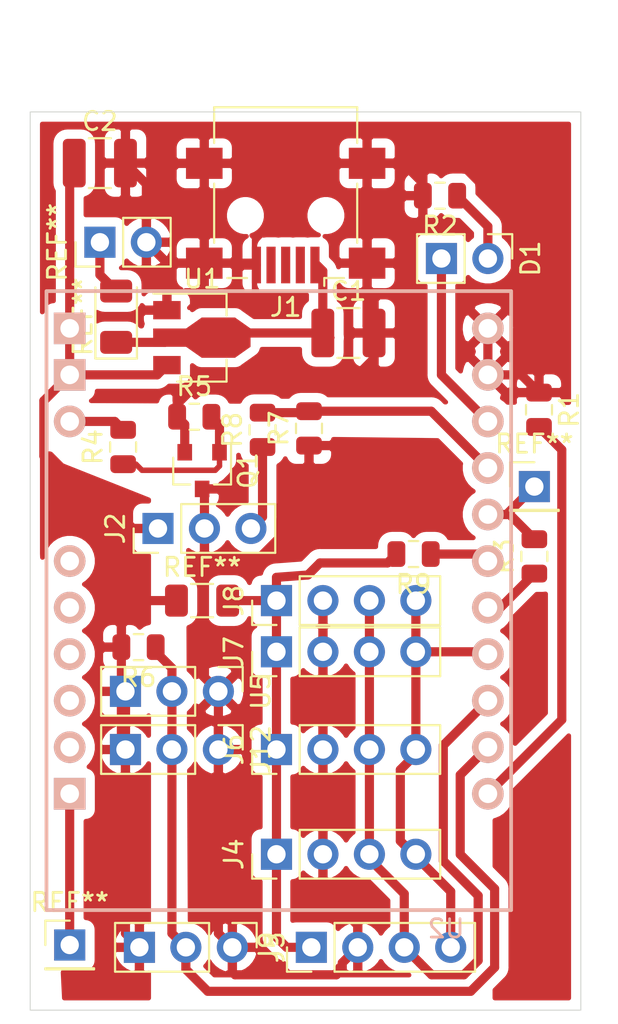
<source format=kicad_pcb>
(kicad_pcb (version 20171130) (host pcbnew 5.1.5-52549c5~84~ubuntu18.04.1)

  (general
    (thickness 1.6)
    (drawings 4)
    (tracks 161)
    (zones 0)
    (modules 30)
    (nets 31)
  )

  (page User 154.991 102.006)
  (layers
    (0 F.Cu signal)
    (31 B.Cu signal)
    (32 B.Adhes user)
    (33 F.Adhes user)
    (34 B.Paste user)
    (35 F.Paste user)
    (36 B.SilkS user)
    (37 F.SilkS user)
    (38 B.Mask user)
    (39 F.Mask user)
    (40 Dwgs.User user)
    (41 Cmts.User user)
    (42 Eco1.User user)
    (43 Eco2.User user)
    (44 Edge.Cuts user)
    (45 Margin user)
    (46 B.CrtYd user)
    (47 F.CrtYd user)
    (48 B.Fab user)
    (49 F.Fab user)
  )

  (setup
    (last_trace_width 0.3)
    (user_trace_width 0.3)
    (user_trace_width 0.5)
    (trace_clearance 0.3)
    (zone_clearance 0.508)
    (zone_45_only no)
    (trace_min 0.2)
    (via_size 1)
    (via_drill 0.8)
    (via_min_size 0.4)
    (via_min_drill 0.3)
    (uvia_size 0.3)
    (uvia_drill 0.1)
    (uvias_allowed no)
    (uvia_min_size 0.2)
    (uvia_min_drill 0.1)
    (edge_width 0.05)
    (segment_width 0.2)
    (pcb_text_width 0.3)
    (pcb_text_size 1.5 1.5)
    (mod_edge_width 0.12)
    (mod_text_size 1 1)
    (mod_text_width 0.15)
    (pad_size 1.7 1.7)
    (pad_drill 1)
    (pad_to_mask_clearance 0.051)
    (solder_mask_min_width 0.25)
    (aux_axis_origin 0 0)
    (visible_elements FFFFFF7F)
    (pcbplotparams
      (layerselection 0x010fc_ffffffff)
      (usegerberextensions false)
      (usegerberattributes false)
      (usegerberadvancedattributes false)
      (creategerberjobfile false)
      (excludeedgelayer true)
      (linewidth 0.100000)
      (plotframeref false)
      (viasonmask false)
      (mode 1)
      (useauxorigin false)
      (hpglpennumber 1)
      (hpglpenspeed 20)
      (hpglpendiameter 15.000000)
      (psnegative false)
      (psa4output false)
      (plotreference true)
      (plotvalue true)
      (plotinvisibletext false)
      (padsonsilk false)
      (subtractmaskfromsilk false)
      (outputformat 1)
      (mirror false)
      (drillshape 1)
      (scaleselection 1)
      (outputdirectory ""))
  )

  (net 0 "")
  (net 1 "Net-(U2-Pad2)")
  (net 2 "Net-(U2-Pad3)")
  (net 3 "Net-(C1-Pad1)")
  (net 4 GND)
  (net 5 "Net-(J1-Pad2)")
  (net 6 "Net-(J1-Pad3)")
  (net 7 "Net-(J1-Pad4)")
  (net 8 "Net-(U2-Pad4)")
  (net 9 "Net-(U2-Pad5)")
  (net 10 "Net-(U2-Pad6)")
  (net 11 "Net-(U2-Pad7)")
  (net 12 "Net-(U2-Pad8)")
  (net 13 "Net-(R1-Pad2)")
  (net 14 "Net-(D1-Pad1)")
  (net 15 "Net-(R3-Pad1)")
  (net 16 "Net-(D1-Pad2)")
  (net 17 VCC)
  (net 18 "Net-(Q1-Pad1)")
  (net 19 GNDS)
  (net 20 /DALLAS)
  (net 21 "Net-(J2-Pad3)")
  (net 22 /DTR)
  (net 23 /RX)
  (net 24 /TX)
  (net 25 /RTS)
  (net 26 /scl)
  (net 27 /sda)
  (net 28 /MOSFET)
  (net 29 /ANALOG)
  (net 30 "Net-(R9-Pad1)")

  (net_class Default "This is the default net class."
    (clearance 0.3)
    (trace_width 0.3)
    (via_dia 1)
    (via_drill 0.8)
    (uvia_dia 0.3)
    (uvia_drill 0.1)
    (diff_pair_width 0.4)
    (diff_pair_gap 0.5)
    (add_net /ANALOG)
    (add_net /DALLAS)
    (add_net /DTR)
    (add_net /MOSFET)
    (add_net /RTS)
    (add_net /RX)
    (add_net /TX)
    (add_net /scl)
    (add_net /sda)
    (add_net GND)
    (add_net GNDS)
    (add_net "Net-(C1-Pad1)")
    (add_net "Net-(D1-Pad1)")
    (add_net "Net-(D1-Pad2)")
    (add_net "Net-(J1-Pad2)")
    (add_net "Net-(J1-Pad3)")
    (add_net "Net-(J1-Pad4)")
    (add_net "Net-(J2-Pad3)")
    (add_net "Net-(Q1-Pad1)")
    (add_net "Net-(R1-Pad2)")
    (add_net "Net-(R3-Pad1)")
    (add_net "Net-(R9-Pad1)")
    (add_net "Net-(U2-Pad2)")
    (add_net "Net-(U2-Pad3)")
    (add_net "Net-(U2-Pad4)")
    (add_net "Net-(U2-Pad5)")
    (add_net "Net-(U2-Pad6)")
    (add_net "Net-(U2-Pad7)")
    (add_net "Net-(U2-Pad8)")
    (add_net VCC)
  )

  (module Diode_SMD:D_1206_3216Metric (layer F.Cu) (tedit 5E3ECA01) (tstamp 5E3FB9F0)
    (at 30.607 34.417 90)
    (descr "Diode SMD 1206 (3216 Metric), square (rectangular) end terminal, IPC_7351 nominal, (Body size source: http://www.tortai-tech.com/upload/download/2011102023233369053.pdf), generated with kicad-footprint-generator")
    (tags diode)
    (attr smd)
    (fp_text reference REF** (at 0 -1.82 90) (layer F.SilkS)
      (effects (font (size 1 1) (thickness 0.15)))
    )
    (fp_text value D_1206_3216Metric (at 0 1.82 90) (layer F.Fab)
      (effects (font (size 1 1) (thickness 0.15)))
    )
    (fp_text user %R (at 0 0 90) (layer F.Fab)
      (effects (font (size 0.8 0.8) (thickness 0.12)))
    )
    (fp_line (start 2.28 1.12) (end -2.28 1.12) (layer F.CrtYd) (width 0.05))
    (fp_line (start 2.28 -1.12) (end 2.28 1.12) (layer F.CrtYd) (width 0.05))
    (fp_line (start -2.28 -1.12) (end 2.28 -1.12) (layer F.CrtYd) (width 0.05))
    (fp_line (start -2.28 1.12) (end -2.28 -1.12) (layer F.CrtYd) (width 0.05))
    (fp_line (start -2.285 1.135) (end 1.6 1.135) (layer F.SilkS) (width 0.12))
    (fp_line (start -2.285 -1.135) (end -2.285 1.135) (layer F.SilkS) (width 0.12))
    (fp_line (start 1.6 -1.135) (end -2.285 -1.135) (layer F.SilkS) (width 0.12))
    (fp_line (start 1.6 0.8) (end 1.6 -0.8) (layer F.Fab) (width 0.1))
    (fp_line (start -1.6 0.8) (end 1.6 0.8) (layer F.Fab) (width 0.1))
    (fp_line (start -1.6 -0.4) (end -1.6 0.8) (layer F.Fab) (width 0.1))
    (fp_line (start -1.2 -0.8) (end -1.6 -0.4) (layer F.Fab) (width 0.1))
    (fp_line (start 1.6 -0.8) (end -1.2 -0.8) (layer F.Fab) (width 0.1))
    (pad 2 smd roundrect (at 1.4 0 90) (size 1.25 1.75) (layers F.Cu F.Paste F.Mask) (roundrect_rratio 0.2)
      (net 3 "Net-(C1-Pad1)"))
    (pad 1 smd roundrect (at -1.4 0 90) (size 1.25 1.75) (layers F.Cu F.Paste F.Mask) (roundrect_rratio 0.2)
      (net 3 "Net-(C1-Pad1)"))
    (model ${KISYS3DMOD}/Diode_SMD.3dshapes/D_1206_3216Metric.wrl
      (at (xyz 0 0 0))
      (scale (xyz 1 1 1))
      (rotate (xyz 0 0 0))
    )
  )

  (module Connector_PinHeader_2.54mm:PinHeader_1x02_P2.54mm_Vertical (layer F.Cu) (tedit 5E3EBC03) (tstamp 5E3F8FEE)
    (at 29.718 30.353 90)
    (descr "Through hole straight pin header, 1x02, 2.54mm pitch, single row")
    (tags "Through hole pin header THT 1x02 2.54mm single row")
    (fp_text reference REF** (at 0 -2.33 90) (layer F.SilkS)
      (effects (font (size 1 1) (thickness 0.15)))
    )
    (fp_text value PinHeader_1x02_P2.54mm_Vertical (at 0 4.87 90) (layer F.Fab)
      (effects (font (size 1 1) (thickness 0.15)))
    )
    (fp_text user %R (at 0 1.27) (layer F.Fab)
      (effects (font (size 1 1) (thickness 0.15)))
    )
    (fp_line (start 1.8 -1.8) (end -1.8 -1.8) (layer F.CrtYd) (width 0.05))
    (fp_line (start 1.8 4.35) (end 1.8 -1.8) (layer F.CrtYd) (width 0.05))
    (fp_line (start -1.8 4.35) (end 1.8 4.35) (layer F.CrtYd) (width 0.05))
    (fp_line (start -1.8 -1.8) (end -1.8 4.35) (layer F.CrtYd) (width 0.05))
    (fp_line (start -1.33 -1.33) (end 0 -1.33) (layer F.SilkS) (width 0.12))
    (fp_line (start -1.33 0) (end -1.33 -1.33) (layer F.SilkS) (width 0.12))
    (fp_line (start -1.33 1.27) (end 1.33 1.27) (layer F.SilkS) (width 0.12))
    (fp_line (start 1.33 1.27) (end 1.33 3.87) (layer F.SilkS) (width 0.12))
    (fp_line (start -1.33 1.27) (end -1.33 3.87) (layer F.SilkS) (width 0.12))
    (fp_line (start -1.33 3.87) (end 1.33 3.87) (layer F.SilkS) (width 0.12))
    (fp_line (start -1.27 -0.635) (end -0.635 -1.27) (layer F.Fab) (width 0.1))
    (fp_line (start -1.27 3.81) (end -1.27 -0.635) (layer F.Fab) (width 0.1))
    (fp_line (start 1.27 3.81) (end -1.27 3.81) (layer F.Fab) (width 0.1))
    (fp_line (start 1.27 -1.27) (end 1.27 3.81) (layer F.Fab) (width 0.1))
    (fp_line (start -0.635 -1.27) (end 1.27 -1.27) (layer F.Fab) (width 0.1))
    (pad 2 thru_hole oval (at 0 2.54 90) (size 1.7 1.7) (drill 1) (layers *.Cu *.Mask)
      (net 4 GND))
    (pad 1 thru_hole rect (at 0 0 90) (size 1.7 1.7) (drill 1) (layers *.Cu *.Mask)
      (net 3 "Net-(C1-Pad1)"))
    (model ${KISYS3DMOD}/Connector_PinHeader_2.54mm.3dshapes/PinHeader_1x02_P2.54mm_Vertical.wrl
      (at (xyz 0 0 0))
      (scale (xyz 1 1 1))
      (rotate (xyz 0 0 0))
    )
  )

  (module Resistor_SMD:R_1206_3216Metric (layer F.Cu) (tedit 5E3EADFE) (tstamp 5E3F663B)
    (at 35.303 49.911)
    (descr "Resistor SMD 1206 (3216 Metric), square (rectangular) end terminal, IPC_7351 nominal, (Body size source: http://www.tortai-tech.com/upload/download/2011102023233369053.pdf), generated with kicad-footprint-generator")
    (tags resistor)
    (attr smd)
    (fp_text reference REF** (at 0 -1.82) (layer F.SilkS)
      (effects (font (size 1 1) (thickness 0.15)))
    )
    (fp_text value R_1206_3216Metric (at 0 1.82) (layer F.Fab)
      (effects (font (size 1 1) (thickness 0.15)))
    )
    (fp_text user %R (at 0 0) (layer F.Fab)
      (effects (font (size 0.8 0.8) (thickness 0.12)))
    )
    (fp_line (start 2.28 1.12) (end -2.28 1.12) (layer F.CrtYd) (width 0.05))
    (fp_line (start 2.28 -1.12) (end 2.28 1.12) (layer F.CrtYd) (width 0.05))
    (fp_line (start -2.28 -1.12) (end 2.28 -1.12) (layer F.CrtYd) (width 0.05))
    (fp_line (start -2.28 1.12) (end -2.28 -1.12) (layer F.CrtYd) (width 0.05))
    (fp_line (start -0.602064 0.91) (end 0.602064 0.91) (layer F.SilkS) (width 0.12))
    (fp_line (start -0.602064 -0.91) (end 0.602064 -0.91) (layer F.SilkS) (width 0.12))
    (fp_line (start 1.6 0.8) (end -1.6 0.8) (layer F.Fab) (width 0.1))
    (fp_line (start 1.6 -0.8) (end 1.6 0.8) (layer F.Fab) (width 0.1))
    (fp_line (start -1.6 -0.8) (end 1.6 -0.8) (layer F.Fab) (width 0.1))
    (fp_line (start -1.6 0.8) (end -1.6 -0.8) (layer F.Fab) (width 0.1))
    (pad 2 smd roundrect (at 1.4 0) (size 1.25 1.75) (layers F.Cu F.Paste F.Mask) (roundrect_rratio 0.2)
      (net 17 VCC))
    (pad 1 smd roundrect (at -1.4 0) (size 1.25 1.75) (layers F.Cu F.Paste F.Mask) (roundrect_rratio 0.2)
      (net 17 VCC))
    (model ${KISYS3DMOD}/Resistor_SMD.3dshapes/R_1206_3216Metric.wrl
      (at (xyz 0 0 0))
      (scale (xyz 1 1 1))
      (rotate (xyz 0 0 0))
    )
  )

  (module Connector_PinHeader_2.54mm:PinHeader_1x01_P2.54mm_Vertical (layer F.Cu) (tedit 5E3EA413) (tstamp 5E3F39BE)
    (at 53.467 43.688)
    (descr "Through hole straight pin header, 1x01, 2.54mm pitch, single row")
    (tags "Through hole pin header THT 1x01 2.54mm single row")
    (fp_text reference REF** (at 0 -2.33) (layer F.SilkS)
      (effects (font (size 1 1) (thickness 0.15)))
    )
    (fp_text value PinHeader_1x01_P2.54mm_Vertical (at 1.778 1.905) (layer F.Fab) hide
      (effects (font (size 1 1) (thickness 0.15)))
    )
    (fp_line (start -0.635 -1.27) (end 1.27 -1.27) (layer F.Fab) (width 0.1))
    (fp_line (start 1.27 -1.27) (end 1.27 1.27) (layer F.Fab) (width 0.1))
    (fp_line (start 1.27 1.27) (end -1.27 1.27) (layer F.Fab) (width 0.1))
    (fp_line (start -1.27 1.27) (end -1.27 -0.635) (layer F.Fab) (width 0.1))
    (fp_line (start -1.27 -0.635) (end -0.635 -1.27) (layer F.Fab) (width 0.1))
    (fp_line (start -1.33 1.33) (end 1.33 1.33) (layer F.SilkS) (width 0.12))
    (fp_line (start -1.33 1.27) (end -1.33 1.33) (layer F.SilkS) (width 0.12))
    (fp_line (start 1.33 1.27) (end 1.33 1.33) (layer F.SilkS) (width 0.12))
    (fp_line (start -1.33 1.27) (end 1.33 1.27) (layer F.SilkS) (width 0.12))
    (fp_line (start -1.33 0) (end -1.33 -1.33) (layer F.SilkS) (width 0.12))
    (fp_line (start -1.33 -1.33) (end 0 -1.33) (layer F.SilkS) (width 0.12))
    (fp_line (start -1.8 -1.8) (end -1.8 1.8) (layer F.CrtYd) (width 0.05))
    (fp_line (start -1.8 1.8) (end 1.8 1.8) (layer F.CrtYd) (width 0.05))
    (fp_line (start 1.8 1.8) (end 1.8 -1.8) (layer F.CrtYd) (width 0.05))
    (fp_line (start 1.8 -1.8) (end -1.8 -1.8) (layer F.CrtYd) (width 0.05))
    (fp_text user %R (at 0 0 90) (layer F.Fab)
      (effects (font (size 1 1) (thickness 0.15)))
    )
    (pad 1 thru_hole rect (at 0 0) (size 1.7 1.7) (drill 1) (layers *.Cu *.Mask)
      (net 25 /RTS))
    (model ${KISYS3DMOD}/Connector_PinHeader_2.54mm.3dshapes/PinHeader_1x01_P2.54mm_Vertical.wrl
      (at (xyz 0 0 0))
      (scale (xyz 1 1 1))
      (rotate (xyz 0 0 0))
    )
  )

  (module Connector_PinHeader_2.54mm:PinHeader_1x01_P2.54mm_Vertical (layer F.Cu) (tedit 5E3EA3D3) (tstamp 5E3F37F8)
    (at 28.067 68.707)
    (descr "Through hole straight pin header, 1x01, 2.54mm pitch, single row")
    (tags "Through hole pin header THT 1x01 2.54mm single row")
    (fp_text reference REF** (at 0 -2.33) (layer F.SilkS)
      (effects (font (size 1 1) (thickness 0.15)))
    )
    (fp_text value PinHeader_1x01_P2.54mm_Vertical (at 0 2.33) (layer F.Fab) hide
      (effects (font (size 1 1) (thickness 0.15)))
    )
    (fp_text user %R (at 0 0 90) (layer F.Fab)
      (effects (font (size 1 1) (thickness 0.15)))
    )
    (fp_line (start 1.8 -1.8) (end -1.8 -1.8) (layer F.CrtYd) (width 0.05))
    (fp_line (start 1.8 1.8) (end 1.8 -1.8) (layer F.CrtYd) (width 0.05))
    (fp_line (start -1.8 1.8) (end 1.8 1.8) (layer F.CrtYd) (width 0.05))
    (fp_line (start -1.8 -1.8) (end -1.8 1.8) (layer F.CrtYd) (width 0.05))
    (fp_line (start -1.33 -1.33) (end 0 -1.33) (layer F.SilkS) (width 0.12))
    (fp_line (start -1.33 0) (end -1.33 -1.33) (layer F.SilkS) (width 0.12))
    (fp_line (start -1.33 1.27) (end 1.33 1.27) (layer F.SilkS) (width 0.12))
    (fp_line (start 1.33 1.27) (end 1.33 1.33) (layer F.SilkS) (width 0.12))
    (fp_line (start -1.33 1.27) (end -1.33 1.33) (layer F.SilkS) (width 0.12))
    (fp_line (start -1.33 1.33) (end 1.33 1.33) (layer F.SilkS) (width 0.12))
    (fp_line (start -1.27 -0.635) (end -0.635 -1.27) (layer F.Fab) (width 0.1))
    (fp_line (start -1.27 1.27) (end -1.27 -0.635) (layer F.Fab) (width 0.1))
    (fp_line (start 1.27 1.27) (end -1.27 1.27) (layer F.Fab) (width 0.1))
    (fp_line (start 1.27 -1.27) (end 1.27 1.27) (layer F.Fab) (width 0.1))
    (fp_line (start -0.635 -1.27) (end 1.27 -1.27) (layer F.Fab) (width 0.1))
    (pad 1 thru_hole rect (at 0 0) (size 1.7 1.7) (drill 1) (layers *.Cu *.Mask)
      (net 22 /DTR))
    (model ${KISYS3DMOD}/Connector_PinHeader_2.54mm.3dshapes/PinHeader_1x01_P2.54mm_Vertical.wrl
      (at (xyz 0 0 0))
      (scale (xyz 1 1 1))
      (rotate (xyz 0 0 0))
    )
  )

  (module ESP8266:ESP-201 (layer B.Cu) (tedit 5E3ECFB1) (tstamp 5E262BE3)
    (at 28.067 60.452)
    (descr "Module, ESP-8266, ESP-201, 26 pin, through hole, 0.1 inch")
    (tags "Module ESP-8266 ESP8266")
    (path /5E25D7D3)
    (fp_text reference U2 (at 20.574 7.366) (layer B.SilkS)
      (effects (font (size 1 1) (thickness 0.15)) (justify mirror))
    )
    (fp_text value ESP-201 (at 11.43 -1.27) (layer B.Fab)
      (effects (font (size 1 1) (thickness 0.15)) (justify mirror))
    )
    (fp_line (start 24.13 -27.432) (end 24.13 6.35) (layer B.SilkS) (width 0.2032))
    (fp_line (start 24.13 6.35) (end -1.27 6.35) (layer B.SilkS) (width 0.2032))
    (fp_line (start -1.27 -27.432) (end 24.13 -27.432) (layer B.SilkS) (width 0.2032))
    (fp_line (start -1.27 6.35) (end -1.27 -27.4066) (layer B.SilkS) (width 0.2032))
    (fp_line (start 5.842 3.81) (end 16.002 3.81) (layer B.CrtYd) (width 0.1524))
    (fp_line (start 16.002 3.81) (end 16.002 1.27) (layer B.CrtYd) (width 0.1524))
    (fp_line (start 16.002 1.27) (end 5.842 1.27) (layer B.CrtYd) (width 0.1524))
    (fp_line (start 5.842 1.27) (end 5.842 3.81) (layer B.CrtYd) (width 0.1524))
    (fp_line (start 24.13 -26.67) (end 21.59 -26.67) (layer B.CrtYd) (width 0.1524))
    (fp_line (start 21.59 -26.67) (end 21.59 1.27) (layer B.CrtYd) (width 0.1524))
    (fp_line (start 21.59 1.27) (end 24.13 1.27) (layer B.CrtYd) (width 0.1524))
    (fp_line (start 24.13 1.27) (end 24.13 -26.67) (layer B.CrtYd) (width 0.1524))
    (fp_line (start -1.27 -26.67) (end 1.27 -26.67) (layer B.CrtYd) (width 0.1524))
    (fp_line (start 1.27 -26.67) (end 1.27 1.27) (layer B.CrtYd) (width 0.1524))
    (fp_line (start 1.27 1.27) (end -1.27 1.27) (layer B.CrtYd) (width 0.1524))
    (fp_line (start -1.27 1.27) (end -1.27 -26.67) (layer B.CrtYd) (width 0.1524))
    (fp_line (start -1.27 6.35) (end 24.13 6.35) (layer B.Fab) (width 0.05))
    (fp_line (start 24.13 6.35) (end 24.13 -27.432) (layer B.Fab) (width 0.05))
    (fp_line (start 24.13 -27.432) (end -1.27 -27.432) (layer B.Fab) (width 0.05))
    (fp_line (start -1.27 -27.432) (end -1.27 6.35) (layer B.Fab) (width 0.05))
    (pad 1 thru_hole rect (at 0 0 270) (size 1.7272 1.7272) (drill 1.016) (layers *.Cu *.Mask B.SilkS)
      (net 22 /DTR))
    (pad 2 thru_hole circle (at 0 -2.54 270) (size 1.7272 1.7272) (drill 1.016) (layers *.Cu *.Mask B.SilkS)
      (net 1 "Net-(U2-Pad2)"))
    (pad 3 thru_hole circle (at 0 -5.08 270) (size 1.7272 1.7272) (drill 1.016) (layers *.Cu *.Mask B.SilkS)
      (net 2 "Net-(U2-Pad3)"))
    (pad 4 thru_hole circle (at 0 -7.62 270) (size 1.7272 1.7272) (drill 1.016) (layers *.Cu *.Mask B.SilkS)
      (net 8 "Net-(U2-Pad4)"))
    (pad 5 thru_hole circle (at 0 -10.16 270) (size 1.7272 1.7272) (drill 1.016) (layers *.Cu *.Mask B.SilkS)
      (net 9 "Net-(U2-Pad5)"))
    (pad 6 thru_hole circle (at 0 -12.7 270) (size 1.7272 1.7272) (drill 1.016) (layers *.Cu *.Mask B.SilkS)
      (net 10 "Net-(U2-Pad6)"))
    (pad 7 smd circle (at 0 -15.24 270) (size 1.7272 1.7272) (layers B.Paste B.Mask)
      (net 11 "Net-(U2-Pad7)"))
    (pad 8 smd circle (at 0 -17.78 270) (size 1.7272 1.7272) (layers B.Paste B.Mask)
      (net 12 "Net-(U2-Pad8)"))
    (pad 9 thru_hole circle (at 0 -20.32 270) (size 1.7272 1.7272) (drill 1.016) (layers *.Cu *.Mask B.SilkS)
      (net 28 /MOSFET))
    (pad 10 thru_hole rect (at 0 -22.86 270) (size 1.7272 1.7272) (drill 1.016) (layers *.Cu *.Mask B.SilkS)
      (net 17 VCC))
    (pad 11 thru_hole rect (at 0 -25.4 270) (size 1.7272 1.7272) (drill 1.016) (layers *.Cu *.Mask B.SilkS)
      (net 17 VCC))
    (pad 12 thru_hole circle (at 22.86 -25.4 270) (size 1.7272 1.7272) (drill 1.016) (layers *.Cu *.Mask B.SilkS)
      (net 4 GND))
    (pad 13 thru_hole circle (at 22.86 -22.86 270) (size 1.7272 1.7272) (drill 1.016) (layers *.Cu *.Mask B.SilkS)
      (net 4 GND))
    (pad 14 thru_hole circle (at 22.86 -20.32 270) (size 1.7272 1.7272) (drill 1.016) (layers *.Cu *.Mask B.SilkS)
      (net 16 "Net-(D1-Pad2)"))
    (pad 15 thru_hole circle (at 22.86 -17.78 270) (size 1.7272 1.7272) (drill 1.016) (layers *.Cu *.Mask B.SilkS)
      (net 29 /ANALOG))
    (pad 16 thru_hole circle (at 22.86 -15.24 270) (size 1.7272 1.7272) (drill 1.016) (layers *.Cu *.Mask B.SilkS)
      (net 25 /RTS))
    (pad 17 thru_hole circle (at 22.86 -12.7 270) (size 1.7272 1.7272) (drill 1.016) (layers *.Cu *.Mask B.SilkS)
      (net 30 "Net-(R9-Pad1)"))
    (pad 18 thru_hole circle (at 22.86 -10.16 270) (size 1.7272 1.7272) (drill 1.016) (layers *.Cu *.Mask B.SilkS)
      (net 15 "Net-(R3-Pad1)"))
    (pad 19 thru_hole circle (at 22.86 -7.62 270) (size 1.7272 1.7272) (drill 1.016) (layers *.Cu *.Mask B.SilkS)
      (net 27 /sda))
    (pad 20 thru_hole circle (at 22.86 -5.08 270) (size 1.7272 1.7272) (drill 1.016) (layers *.Cu *.Mask B.SilkS)
      (net 26 /scl))
    (pad 21 thru_hole circle (at 22.86 -2.54 270) (size 1.7272 1.7272) (drill 1.016) (layers *.Cu *.Mask B.SilkS)
      (net 20 /DALLAS))
    (pad 22 thru_hole circle (at 22.86 0 270) (size 1.7272 1.7272) (drill 1.016) (layers *.Cu *.Mask B.SilkS)
      (net 13 "Net-(R1-Pad2)"))
    (pad 23 smd circle (at 14.732 2.54 270) (size 1.7272 1.7272) (layers B.Paste B.Mask))
    (pad 24 smd circle (at 12.192 2.54 270) (size 1.7272 1.7272) (layers B.Paste B.Mask)
      (net 24 /TX))
    (pad 25 smd circle (at 9.652 2.54 270) (size 1.7272 1.7272) (layers B.Paste B.Mask)
      (net 23 /RX))
    (pad 26 smd circle (at 7.112 2.54 270) (size 1.7272 1.7272) (layers B.Paste B.Mask))
    (model ${KICAD_USER}/esp-201-1.snapshot.4/ESP201_PCB_SILM.STEP
      (offset (xyz 11.3 -10.5 3.5))
      (scale (xyz 1 1 1))
      (rotate (xyz 0 0 0))
    )
  )

  (module Capacitor_SMD:C_1210_3225Metric (layer F.Cu) (tedit 5B301BBE) (tstamp 5E330FFA)
    (at 43.304 35.306)
    (descr "Capacitor SMD 1210 (3225 Metric), square (rectangular) end terminal, IPC_7351 nominal, (Body size source: http://www.tortai-tech.com/upload/download/2011102023233369053.pdf), generated with kicad-footprint-generator")
    (tags capacitor)
    (path /5E339019)
    (attr smd)
    (fp_text reference C1 (at 0 -2.28) (layer F.SilkS)
      (effects (font (size 1 1) (thickness 0.15)))
    )
    (fp_text value 10u (at 0 2.28) (layer F.Fab)
      (effects (font (size 1 1) (thickness 0.15)))
    )
    (fp_line (start -1.6 1.25) (end -1.6 -1.25) (layer F.Fab) (width 0.1))
    (fp_line (start -1.6 -1.25) (end 1.6 -1.25) (layer F.Fab) (width 0.1))
    (fp_line (start 1.6 -1.25) (end 1.6 1.25) (layer F.Fab) (width 0.1))
    (fp_line (start 1.6 1.25) (end -1.6 1.25) (layer F.Fab) (width 0.1))
    (fp_line (start -0.602064 -1.36) (end 0.602064 -1.36) (layer F.SilkS) (width 0.12))
    (fp_line (start -0.602064 1.36) (end 0.602064 1.36) (layer F.SilkS) (width 0.12))
    (fp_line (start -2.28 1.58) (end -2.28 -1.58) (layer F.CrtYd) (width 0.05))
    (fp_line (start -2.28 -1.58) (end 2.28 -1.58) (layer F.CrtYd) (width 0.05))
    (fp_line (start 2.28 -1.58) (end 2.28 1.58) (layer F.CrtYd) (width 0.05))
    (fp_line (start 2.28 1.58) (end -2.28 1.58) (layer F.CrtYd) (width 0.05))
    (fp_text user %R (at 0 0) (layer F.Fab)
      (effects (font (size 0.8 0.8) (thickness 0.12)))
    )
    (pad 1 smd roundrect (at -1.4 0) (size 1.25 2.65) (layers F.Cu F.Paste F.Mask) (roundrect_rratio 0.2)
      (net 3 "Net-(C1-Pad1)"))
    (pad 2 smd roundrect (at 1.4 0) (size 1.25 2.65) (layers F.Cu F.Paste F.Mask) (roundrect_rratio 0.2)
      (net 4 GND))
    (model ${KISYS3DMOD}/Capacitor_SMD.3dshapes/C_1210_3225Metric.wrl
      (at (xyz 0 0 0))
      (scale (xyz 1 1 1))
      (rotate (xyz 0 0 0))
    )
  )

  (module Capacitor_SMD:C_1210_3225Metric (layer F.Cu) (tedit 5B301BBE) (tstamp 5E331926)
    (at 29.715 26.035)
    (descr "Capacitor SMD 1210 (3225 Metric), square (rectangular) end terminal, IPC_7351 nominal, (Body size source: http://www.tortai-tech.com/upload/download/2011102023233369053.pdf), generated with kicad-footprint-generator")
    (tags capacitor)
    (path /5E339404)
    (attr smd)
    (fp_text reference C2 (at 0 -2.28) (layer F.SilkS)
      (effects (font (size 1 1) (thickness 0.15)))
    )
    (fp_text value 1u (at 0 2.28) (layer F.Fab)
      (effects (font (size 1 1) (thickness 0.15)))
    )
    (fp_text user %R (at 0 0) (layer F.Fab)
      (effects (font (size 0.8 0.8) (thickness 0.12)))
    )
    (fp_line (start 2.28 1.58) (end -2.28 1.58) (layer F.CrtYd) (width 0.05))
    (fp_line (start 2.28 -1.58) (end 2.28 1.58) (layer F.CrtYd) (width 0.05))
    (fp_line (start -2.28 -1.58) (end 2.28 -1.58) (layer F.CrtYd) (width 0.05))
    (fp_line (start -2.28 1.58) (end -2.28 -1.58) (layer F.CrtYd) (width 0.05))
    (fp_line (start -0.602064 1.36) (end 0.602064 1.36) (layer F.SilkS) (width 0.12))
    (fp_line (start -0.602064 -1.36) (end 0.602064 -1.36) (layer F.SilkS) (width 0.12))
    (fp_line (start 1.6 1.25) (end -1.6 1.25) (layer F.Fab) (width 0.1))
    (fp_line (start 1.6 -1.25) (end 1.6 1.25) (layer F.Fab) (width 0.1))
    (fp_line (start -1.6 -1.25) (end 1.6 -1.25) (layer F.Fab) (width 0.1))
    (fp_line (start -1.6 1.25) (end -1.6 -1.25) (layer F.Fab) (width 0.1))
    (pad 2 smd roundrect (at 1.4 0) (size 1.25 2.65) (layers F.Cu F.Paste F.Mask) (roundrect_rratio 0.2)
      (net 4 GND))
    (pad 1 smd roundrect (at -1.4 0) (size 1.25 2.65) (layers F.Cu F.Paste F.Mask) (roundrect_rratio 0.2)
      (net 17 VCC))
    (model ${KISYS3DMOD}/Capacitor_SMD.3dshapes/C_1210_3225Metric.wrl
      (at (xyz 0 0 0))
      (scale (xyz 1 1 1))
      (rotate (xyz 0 0 0))
    )
  )

  (module Connector_USB:USB_Mini-B_Lumberg_2486_01_Horizontal (layer F.Cu) (tedit 5AC6B535) (tstamp 5E33103D)
    (at 39.873 28.896 180)
    (descr "USB Mini-B 5-pin SMD connector, http://downloads.lumberg.com/datenblaetter/en/2486_01.pdf")
    (tags "USB USB_B USB_Mini connector")
    (path /5E338A9D)
    (attr smd)
    (fp_text reference J1 (at 0 -5) (layer F.SilkS)
      (effects (font (size 1 1) (thickness 0.15)))
    )
    (fp_text value USB_B_Mini (at 0 7.5) (layer F.Fab)
      (effects (font (size 1 1) (thickness 0.15)))
    )
    (fp_line (start 2.35 -4.2) (end -2.35 -4.2) (layer F.CrtYd) (width 0.05))
    (fp_line (start 2.35 -3.95) (end 2.35 -4.2) (layer F.CrtYd) (width 0.05))
    (fp_line (start 4.35 1.5) (end 5.95 1.5) (layer F.CrtYd) (width 0.05))
    (fp_line (start 4.35 4.2) (end 5.95 4.2) (layer F.CrtYd) (width 0.05))
    (fp_line (start 4.35 6.35) (end 4.35 4.2) (layer F.CrtYd) (width 0.05))
    (fp_line (start 3.91 5.91) (end -3.91 5.91) (layer F.SilkS) (width 0.12))
    (fp_line (start -1.6 -2.85) (end -1.25 -3.35) (layer F.Fab) (width 0.1))
    (fp_line (start -2.11 -3.41) (end -2.11 -3.84) (layer F.SilkS) (width 0.12))
    (fp_text user %R (at 0 1.6 180) (layer F.Fab)
      (effects (font (size 1 1) (thickness 0.15)))
    )
    (fp_line (start 3.91 5.91) (end 3.91 3.96) (layer F.SilkS) (width 0.12))
    (fp_line (start 3.91 1.74) (end 3.91 -1.49) (layer F.SilkS) (width 0.12))
    (fp_line (start 2.11 -3.41) (end 3.19 -3.41) (layer F.SilkS) (width 0.12))
    (fp_line (start -3.19 -3.41) (end -2.11 -3.41) (layer F.SilkS) (width 0.12))
    (fp_line (start -3.91 1.74) (end -3.91 -1.49) (layer F.SilkS) (width 0.12))
    (fp_line (start -3.91 5.91) (end -3.91 3.96) (layer F.SilkS) (width 0.12))
    (fp_line (start 3.85 5.85) (end 3.85 -3.35) (layer F.Fab) (width 0.1))
    (fp_line (start -3.85 5.85) (end 3.85 5.85) (layer F.Fab) (width 0.1))
    (fp_line (start -3.85 -3.35) (end -3.85 5.85) (layer F.Fab) (width 0.1))
    (fp_line (start -3.85 -3.35) (end 3.85 -3.35) (layer F.Fab) (width 0.1))
    (fp_line (start -4.35 6.35) (end 4.35 6.35) (layer F.CrtYd) (width 0.05))
    (fp_line (start 5.95 -3.95) (end 2.35 -3.95) (layer F.CrtYd) (width 0.05))
    (fp_line (start 5.95 1.5) (end 5.95 4.2) (layer F.CrtYd) (width 0.05))
    (fp_line (start -1.95 -3.35) (end -1.6 -2.85) (layer F.Fab) (width 0.1))
    (fp_line (start 4.35 -1.25) (end 4.35 1.5) (layer F.CrtYd) (width 0.05))
    (fp_line (start 4.35 -1.25) (end 5.95 -1.25) (layer F.CrtYd) (width 0.05))
    (fp_line (start 5.95 -3.95) (end 5.95 -1.25) (layer F.CrtYd) (width 0.05))
    (fp_line (start -2.35 -3.95) (end -2.35 -4.2) (layer F.CrtYd) (width 0.05))
    (fp_line (start -5.95 -3.95) (end -2.35 -3.95) (layer F.CrtYd) (width 0.05))
    (fp_line (start -5.95 -3.95) (end -5.95 -1.25) (layer F.CrtYd) (width 0.05))
    (fp_line (start -4.35 -1.25) (end -5.95 -1.25) (layer F.CrtYd) (width 0.05))
    (fp_line (start -4.35 -1.25) (end -4.35 1.5) (layer F.CrtYd) (width 0.05))
    (fp_line (start -4.35 1.5) (end -5.95 1.5) (layer F.CrtYd) (width 0.05))
    (fp_line (start -5.95 1.5) (end -5.95 4.2) (layer F.CrtYd) (width 0.05))
    (fp_line (start -4.35 4.2) (end -5.95 4.2) (layer F.CrtYd) (width 0.05))
    (fp_line (start -4.35 6.35) (end -4.35 4.2) (layer F.CrtYd) (width 0.05))
    (pad 1 smd rect (at -1.6 -2.7 180) (size 0.5 2) (layers F.Cu F.Paste F.Mask)
      (net 3 "Net-(C1-Pad1)"))
    (pad 2 smd rect (at -0.8 -2.7 180) (size 0.5 2) (layers F.Cu F.Paste F.Mask)
      (net 5 "Net-(J1-Pad2)"))
    (pad 3 smd rect (at 0 -2.7 180) (size 0.5 2) (layers F.Cu F.Paste F.Mask)
      (net 6 "Net-(J1-Pad3)"))
    (pad 4 smd rect (at 0.8 -2.7 180) (size 0.5 2) (layers F.Cu F.Paste F.Mask)
      (net 7 "Net-(J1-Pad4)"))
    (pad 5 smd rect (at 1.6 -2.7 180) (size 0.5 2) (layers F.Cu F.Paste F.Mask)
      (net 4 GND))
    (pad 6 smd rect (at -4.45 -2.6 180) (size 2 1.7) (layers F.Cu F.Paste F.Mask)
      (net 4 GND))
    (pad 6 smd rect (at -4.45 2.85 180) (size 2 1.7) (layers F.Cu F.Paste F.Mask)
      (net 4 GND))
    (pad 6 smd rect (at 4.45 -2.6 180) (size 2 1.7) (layers F.Cu F.Paste F.Mask)
      (net 4 GND))
    (pad 6 smd rect (at 4.45 2.85 180) (size 2 1.7) (layers F.Cu F.Paste F.Mask)
      (net 4 GND))
    (pad "" np_thru_hole circle (at -2.2 0 180) (size 1 1) (drill 1) (layers *.Cu *.Mask))
    (pad "" np_thru_hole circle (at 2.2 0 180) (size 1 1) (drill 1) (layers *.Cu *.Mask))
    (model ${KISYS3DMOD}/Connector_USB.3dshapes/USB_Mini-B_Lumberg_2486_01_Horizontal.wrl
      (at (xyz 0 0 0))
      (scale (xyz 1 1 1))
      (rotate (xyz 0 0 0))
    )
  )

  (module Package_TO_SOT_SMD:SOT-89-3 (layer F.Cu) (tedit 5A02FF57) (tstamp 5E33106D)
    (at 34.8615 35.56)
    (descr SOT-89-3)
    (tags SOT-89-3)
    (path /5E338636)
    (attr smd)
    (fp_text reference U1 (at 0.45 -3.2) (layer F.SilkS)
      (effects (font (size 1 1) (thickness 0.15)))
    )
    (fp_text value 7773-A (at 0.45 3.25) (layer F.Fab)
      (effects (font (size 1 1) (thickness 0.15)))
    )
    (fp_text user %R (at 0.38 0 90) (layer F.Fab)
      (effects (font (size 0.6 0.6) (thickness 0.09)))
    )
    (fp_line (start 1.78 1.2) (end 1.78 2.4) (layer F.SilkS) (width 0.12))
    (fp_line (start 1.78 2.4) (end -0.92 2.4) (layer F.SilkS) (width 0.12))
    (fp_line (start -2.22 -2.4) (end 1.78 -2.4) (layer F.SilkS) (width 0.12))
    (fp_line (start 1.78 -2.4) (end 1.78 -1.2) (layer F.SilkS) (width 0.12))
    (fp_line (start -0.92 -1.51) (end -0.13 -2.3) (layer F.Fab) (width 0.1))
    (fp_line (start 1.68 -2.3) (end 1.68 2.3) (layer F.Fab) (width 0.1))
    (fp_line (start 1.68 2.3) (end -0.92 2.3) (layer F.Fab) (width 0.1))
    (fp_line (start -0.92 2.3) (end -0.92 -1.51) (layer F.Fab) (width 0.1))
    (fp_line (start -0.13 -2.3) (end 1.68 -2.3) (layer F.Fab) (width 0.1))
    (fp_line (start 3.23 -2.55) (end 3.23 2.55) (layer F.CrtYd) (width 0.05))
    (fp_line (start 3.23 -2.55) (end -2.48 -2.55) (layer F.CrtYd) (width 0.05))
    (fp_line (start -2.48 2.55) (end 3.23 2.55) (layer F.CrtYd) (width 0.05))
    (fp_line (start -2.48 2.55) (end -2.48 -2.55) (layer F.CrtYd) (width 0.05))
    (pad 2 smd trapezoid (at 2.667 0 270) (size 1.6 0.85) (rect_delta 0 0.6 ) (layers F.Cu F.Paste F.Mask)
      (net 3 "Net-(C1-Pad1)"))
    (pad 1 smd rect (at -1.48 -1.5 270) (size 1 1.5) (layers F.Cu F.Paste F.Mask)
      (net 4 GND))
    (pad 2 smd rect (at -1.3335 0 270) (size 1 1.8) (layers F.Cu F.Paste F.Mask)
      (net 3 "Net-(C1-Pad1)"))
    (pad 3 smd rect (at -1.48 1.5 270) (size 1 1.5) (layers F.Cu F.Paste F.Mask)
      (net 17 VCC))
    (pad 2 smd rect (at 1.3335 0 270) (size 2.2 1.84) (layers F.Cu F.Paste F.Mask)
      (net 3 "Net-(C1-Pad1)"))
    (pad 2 smd trapezoid (at -0.0762 0 90) (size 1.5 1) (rect_delta 0 0.7 ) (layers F.Cu F.Paste F.Mask)
      (net 3 "Net-(C1-Pad1)"))
    (model ${KISYS3DMOD}/Package_TO_SOT_SMD.3dshapes/SOT-89-3.wrl
      (at (xyz 0 0 0))
      (scale (xyz 1 1 1))
      (rotate (xyz 0 0 0))
    )
  )

  (module Resistor_SMD:R_0805_2012Metric (layer F.Cu) (tedit 5B36C52B) (tstamp 5E336D7C)
    (at 53.721 39.497 270)
    (descr "Resistor SMD 0805 (2012 Metric), square (rectangular) end terminal, IPC_7351 nominal, (Body size source: https://docs.google.com/spreadsheets/d/1BsfQQcO9C6DZCsRaXUlFlo91Tg2WpOkGARC1WS5S8t0/edit?usp=sharing), generated with kicad-footprint-generator")
    (tags resistor)
    (path /5E352578)
    (attr smd)
    (fp_text reference R1 (at 0 -1.65 90) (layer F.SilkS)
      (effects (font (size 1 1) (thickness 0.15)))
    )
    (fp_text value 10K (at 0 1.65 90) (layer F.Fab)
      (effects (font (size 1 1) (thickness 0.15)))
    )
    (fp_line (start -1 0.6) (end -1 -0.6) (layer F.Fab) (width 0.1))
    (fp_line (start -1 -0.6) (end 1 -0.6) (layer F.Fab) (width 0.1))
    (fp_line (start 1 -0.6) (end 1 0.6) (layer F.Fab) (width 0.1))
    (fp_line (start 1 0.6) (end -1 0.6) (layer F.Fab) (width 0.1))
    (fp_line (start -0.258578 -0.71) (end 0.258578 -0.71) (layer F.SilkS) (width 0.12))
    (fp_line (start -0.258578 0.71) (end 0.258578 0.71) (layer F.SilkS) (width 0.12))
    (fp_line (start -1.68 0.95) (end -1.68 -0.95) (layer F.CrtYd) (width 0.05))
    (fp_line (start -1.68 -0.95) (end 1.68 -0.95) (layer F.CrtYd) (width 0.05))
    (fp_line (start 1.68 -0.95) (end 1.68 0.95) (layer F.CrtYd) (width 0.05))
    (fp_line (start 1.68 0.95) (end -1.68 0.95) (layer F.CrtYd) (width 0.05))
    (fp_text user %R (at 0 0 90) (layer F.Fab)
      (effects (font (size 0.5 0.5) (thickness 0.08)))
    )
    (pad 1 smd roundrect (at -0.9375 0 270) (size 0.975 1.4) (layers F.Cu F.Paste F.Mask) (roundrect_rratio 0.25)
      (net 4 GND))
    (pad 2 smd roundrect (at 0.9375 0 270) (size 0.975 1.4) (layers F.Cu F.Paste F.Mask) (roundrect_rratio 0.25)
      (net 13 "Net-(R1-Pad2)"))
    (model ${KISYS3DMOD}/Resistor_SMD.3dshapes/R_0805_2012Metric.wrl
      (at (xyz 0 0 0))
      (scale (xyz 1 1 1))
      (rotate (xyz 0 0 0))
    )
  )

  (module Resistor_SMD:R_0805_2012Metric (layer F.Cu) (tedit 5B36C52B) (tstamp 5E336D8D)
    (at 48.3085 27.813 180)
    (descr "Resistor SMD 0805 (2012 Metric), square (rectangular) end terminal, IPC_7351 nominal, (Body size source: https://docs.google.com/spreadsheets/d/1BsfQQcO9C6DZCsRaXUlFlo91Tg2WpOkGARC1WS5S8t0/edit?usp=sharing), generated with kicad-footprint-generator")
    (tags resistor)
    (path /5E356C15)
    (attr smd)
    (fp_text reference R2 (at 0 -1.65) (layer F.SilkS)
      (effects (font (size 1 1) (thickness 0.15)))
    )
    (fp_text value 470R (at 0 1.65) (layer F.Fab)
      (effects (font (size 1 1) (thickness 0.15)))
    )
    (fp_line (start -1 0.6) (end -1 -0.6) (layer F.Fab) (width 0.1))
    (fp_line (start -1 -0.6) (end 1 -0.6) (layer F.Fab) (width 0.1))
    (fp_line (start 1 -0.6) (end 1 0.6) (layer F.Fab) (width 0.1))
    (fp_line (start 1 0.6) (end -1 0.6) (layer F.Fab) (width 0.1))
    (fp_line (start -0.258578 -0.71) (end 0.258578 -0.71) (layer F.SilkS) (width 0.12))
    (fp_line (start -0.258578 0.71) (end 0.258578 0.71) (layer F.SilkS) (width 0.12))
    (fp_line (start -1.68 0.95) (end -1.68 -0.95) (layer F.CrtYd) (width 0.05))
    (fp_line (start -1.68 -0.95) (end 1.68 -0.95) (layer F.CrtYd) (width 0.05))
    (fp_line (start 1.68 -0.95) (end 1.68 0.95) (layer F.CrtYd) (width 0.05))
    (fp_line (start 1.68 0.95) (end -1.68 0.95) (layer F.CrtYd) (width 0.05))
    (fp_text user %R (at 0 0) (layer F.Fab)
      (effects (font (size 0.5 0.5) (thickness 0.08)))
    )
    (pad 1 smd roundrect (at -0.9375 0 180) (size 0.975 1.4) (layers F.Cu F.Paste F.Mask) (roundrect_rratio 0.25)
      (net 14 "Net-(D1-Pad1)"))
    (pad 2 smd roundrect (at 0.9375 0 180) (size 0.975 1.4) (layers F.Cu F.Paste F.Mask) (roundrect_rratio 0.25)
      (net 4 GND))
    (model ${KISYS3DMOD}/Resistor_SMD.3dshapes/R_0805_2012Metric.wrl
      (at (xyz 0 0 0))
      (scale (xyz 1 1 1))
      (rotate (xyz 0 0 0))
    )
  )

  (module Resistor_SMD:R_0805_2012Metric (layer F.Cu) (tedit 5B36C52B) (tstamp 5E336D9E)
    (at 53.467 47.498 90)
    (descr "Resistor SMD 0805 (2012 Metric), square (rectangular) end terminal, IPC_7351 nominal, (Body size source: https://docs.google.com/spreadsheets/d/1BsfQQcO9C6DZCsRaXUlFlo91Tg2WpOkGARC1WS5S8t0/edit?usp=sharing), generated with kicad-footprint-generator")
    (tags resistor)
    (path /5E354AF3)
    (attr smd)
    (fp_text reference R3 (at 0 -1.65 90) (layer F.SilkS)
      (effects (font (size 1 1) (thickness 0.15)))
    )
    (fp_text value 3K3 (at 0 1.65 90) (layer F.Fab)
      (effects (font (size 1 1) (thickness 0.15)))
    )
    (fp_text user %R (at 0 0 90) (layer F.Fab)
      (effects (font (size 0.5 0.5) (thickness 0.08)))
    )
    (fp_line (start 1.68 0.95) (end -1.68 0.95) (layer F.CrtYd) (width 0.05))
    (fp_line (start 1.68 -0.95) (end 1.68 0.95) (layer F.CrtYd) (width 0.05))
    (fp_line (start -1.68 -0.95) (end 1.68 -0.95) (layer F.CrtYd) (width 0.05))
    (fp_line (start -1.68 0.95) (end -1.68 -0.95) (layer F.CrtYd) (width 0.05))
    (fp_line (start -0.258578 0.71) (end 0.258578 0.71) (layer F.SilkS) (width 0.12))
    (fp_line (start -0.258578 -0.71) (end 0.258578 -0.71) (layer F.SilkS) (width 0.12))
    (fp_line (start 1 0.6) (end -1 0.6) (layer F.Fab) (width 0.1))
    (fp_line (start 1 -0.6) (end 1 0.6) (layer F.Fab) (width 0.1))
    (fp_line (start -1 -0.6) (end 1 -0.6) (layer F.Fab) (width 0.1))
    (fp_line (start -1 0.6) (end -1 -0.6) (layer F.Fab) (width 0.1))
    (pad 2 smd roundrect (at 0.9375 0 90) (size 0.975 1.4) (layers F.Cu F.Paste F.Mask) (roundrect_rratio 0.25)
      (net 25 /RTS))
    (pad 1 smd roundrect (at -0.9375 0 90) (size 0.975 1.4) (layers F.Cu F.Paste F.Mask) (roundrect_rratio 0.25)
      (net 15 "Net-(R3-Pad1)"))
    (model ${KISYS3DMOD}/Resistor_SMD.3dshapes/R_0805_2012Metric.wrl
      (at (xyz 0 0 0))
      (scale (xyz 1 1 1))
      (rotate (xyz 0 0 0))
    )
  )

  (module Package_TO_SOT_SMD:SOT-23 (layer F.Cu) (tedit 5A02FF57) (tstamp 5E337310)
    (at 35.306 42.815 270)
    (descr "SOT-23, Standard")
    (tags SOT-23)
    (path /5E36B245)
    (attr smd)
    (fp_text reference Q1 (at 0 -2.5 90) (layer F.SilkS)
      (effects (font (size 1 1) (thickness 0.15)))
    )
    (fp_text value 2N7002 (at 0 2.5 90) (layer F.Fab)
      (effects (font (size 1 1) (thickness 0.15)))
    )
    (fp_text user %R (at 0 0) (layer F.Fab)
      (effects (font (size 0.5 0.5) (thickness 0.075)))
    )
    (fp_line (start -0.7 -0.95) (end -0.7 1.5) (layer F.Fab) (width 0.1))
    (fp_line (start -0.15 -1.52) (end 0.7 -1.52) (layer F.Fab) (width 0.1))
    (fp_line (start -0.7 -0.95) (end -0.15 -1.52) (layer F.Fab) (width 0.1))
    (fp_line (start 0.7 -1.52) (end 0.7 1.52) (layer F.Fab) (width 0.1))
    (fp_line (start -0.7 1.52) (end 0.7 1.52) (layer F.Fab) (width 0.1))
    (fp_line (start 0.76 1.58) (end 0.76 0.65) (layer F.SilkS) (width 0.12))
    (fp_line (start 0.76 -1.58) (end 0.76 -0.65) (layer F.SilkS) (width 0.12))
    (fp_line (start -1.7 -1.75) (end 1.7 -1.75) (layer F.CrtYd) (width 0.05))
    (fp_line (start 1.7 -1.75) (end 1.7 1.75) (layer F.CrtYd) (width 0.05))
    (fp_line (start 1.7 1.75) (end -1.7 1.75) (layer F.CrtYd) (width 0.05))
    (fp_line (start -1.7 1.75) (end -1.7 -1.75) (layer F.CrtYd) (width 0.05))
    (fp_line (start 0.76 -1.58) (end -1.4 -1.58) (layer F.SilkS) (width 0.12))
    (fp_line (start 0.76 1.58) (end -0.7 1.58) (layer F.SilkS) (width 0.12))
    (pad 1 smd rect (at -1 -0.95 270) (size 0.9 0.8) (layers F.Cu F.Paste F.Mask)
      (net 18 "Net-(Q1-Pad1)"))
    (pad 2 smd rect (at -1 0.95 270) (size 0.9 0.8) (layers F.Cu F.Paste F.Mask)
      (net 4 GND))
    (pad 3 smd rect (at 1 0 270) (size 0.9 0.8) (layers F.Cu F.Paste F.Mask)
      (net 19 GNDS))
    (model ${KISYS3DMOD}/Package_TO_SOT_SMD.3dshapes/SOT-23.wrl
      (at (xyz 0 0 0))
      (scale (xyz 1 1 1))
      (rotate (xyz 0 0 0))
    )
  )

  (module Resistor_SMD:R_0805_2012Metric (layer F.Cu) (tedit 5B36C52B) (tstamp 5E3B4586)
    (at 30.988 41.529 90)
    (descr "Resistor SMD 0805 (2012 Metric), square (rectangular) end terminal, IPC_7351 nominal, (Body size source: https://docs.google.com/spreadsheets/d/1BsfQQcO9C6DZCsRaXUlFlo91Tg2WpOkGARC1WS5S8t0/edit?usp=sharing), generated with kicad-footprint-generator")
    (tags resistor)
    (path /5E36BE2D)
    (attr smd)
    (fp_text reference R4 (at 0 -1.65 90) (layer F.SilkS)
      (effects (font (size 1 1) (thickness 0.15)))
    )
    (fp_text value 100R (at 0 1.65 90) (layer F.Fab)
      (effects (font (size 1 1) (thickness 0.15)))
    )
    (fp_line (start -1 0.6) (end -1 -0.6) (layer F.Fab) (width 0.1))
    (fp_line (start -1 -0.6) (end 1 -0.6) (layer F.Fab) (width 0.1))
    (fp_line (start 1 -0.6) (end 1 0.6) (layer F.Fab) (width 0.1))
    (fp_line (start 1 0.6) (end -1 0.6) (layer F.Fab) (width 0.1))
    (fp_line (start -0.258578 -0.71) (end 0.258578 -0.71) (layer F.SilkS) (width 0.12))
    (fp_line (start -0.258578 0.71) (end 0.258578 0.71) (layer F.SilkS) (width 0.12))
    (fp_line (start -1.68 0.95) (end -1.68 -0.95) (layer F.CrtYd) (width 0.05))
    (fp_line (start -1.68 -0.95) (end 1.68 -0.95) (layer F.CrtYd) (width 0.05))
    (fp_line (start 1.68 -0.95) (end 1.68 0.95) (layer F.CrtYd) (width 0.05))
    (fp_line (start 1.68 0.95) (end -1.68 0.95) (layer F.CrtYd) (width 0.05))
    (fp_text user %R (at 0 0 90) (layer F.Fab)
      (effects (font (size 0.5 0.5) (thickness 0.08)))
    )
    (pad 1 smd roundrect (at -0.9375 0 90) (size 0.975 1.4) (layers F.Cu F.Paste F.Mask) (roundrect_rratio 0.25)
      (net 18 "Net-(Q1-Pad1)"))
    (pad 2 smd roundrect (at 0.9375 0 90) (size 0.975 1.4) (layers F.Cu F.Paste F.Mask) (roundrect_rratio 0.25)
      (net 28 /MOSFET))
    (model ${KISYS3DMOD}/Resistor_SMD.3dshapes/R_0805_2012Metric.wrl
      (at (xyz 0 0 0))
      (scale (xyz 1 1 1))
      (rotate (xyz 0 0 0))
    )
  )

  (module Resistor_SMD:R_0805_2012Metric (layer F.Cu) (tedit 5B36C52B) (tstamp 5E337332)
    (at 34.8765 39.878)
    (descr "Resistor SMD 0805 (2012 Metric), square (rectangular) end terminal, IPC_7351 nominal, (Body size source: https://docs.google.com/spreadsheets/d/1BsfQQcO9C6DZCsRaXUlFlo91Tg2WpOkGARC1WS5S8t0/edit?usp=sharing), generated with kicad-footprint-generator")
    (tags resistor)
    (path /5E36C21B)
    (attr smd)
    (fp_text reference R5 (at 0 -1.65) (layer F.SilkS)
      (effects (font (size 1 1) (thickness 0.15)))
    )
    (fp_text value 100K (at 0 1.65) (layer F.Fab)
      (effects (font (size 1 1) (thickness 0.15)))
    )
    (fp_text user %R (at 0 0) (layer F.Fab)
      (effects (font (size 0.5 0.5) (thickness 0.08)))
    )
    (fp_line (start 1.68 0.95) (end -1.68 0.95) (layer F.CrtYd) (width 0.05))
    (fp_line (start 1.68 -0.95) (end 1.68 0.95) (layer F.CrtYd) (width 0.05))
    (fp_line (start -1.68 -0.95) (end 1.68 -0.95) (layer F.CrtYd) (width 0.05))
    (fp_line (start -1.68 0.95) (end -1.68 -0.95) (layer F.CrtYd) (width 0.05))
    (fp_line (start -0.258578 0.71) (end 0.258578 0.71) (layer F.SilkS) (width 0.12))
    (fp_line (start -0.258578 -0.71) (end 0.258578 -0.71) (layer F.SilkS) (width 0.12))
    (fp_line (start 1 0.6) (end -1 0.6) (layer F.Fab) (width 0.1))
    (fp_line (start 1 -0.6) (end 1 0.6) (layer F.Fab) (width 0.1))
    (fp_line (start -1 -0.6) (end 1 -0.6) (layer F.Fab) (width 0.1))
    (fp_line (start -1 0.6) (end -1 -0.6) (layer F.Fab) (width 0.1))
    (pad 2 smd roundrect (at 0.9375 0) (size 0.975 1.4) (layers F.Cu F.Paste F.Mask) (roundrect_rratio 0.25)
      (net 18 "Net-(Q1-Pad1)"))
    (pad 1 smd roundrect (at -0.9375 0) (size 0.975 1.4) (layers F.Cu F.Paste F.Mask) (roundrect_rratio 0.25)
      (net 4 GND))
    (model ${KISYS3DMOD}/Resistor_SMD.3dshapes/R_0805_2012Metric.wrl
      (at (xyz 0 0 0))
      (scale (xyz 1 1 1))
      (rotate (xyz 0 0 0))
    )
  )

  (module Resistor_SMD:R_0805_2012Metric (layer F.Cu) (tedit 5B36C52B) (tstamp 5E337343)
    (at 31.8285 52.451 180)
    (descr "Resistor SMD 0805 (2012 Metric), square (rectangular) end terminal, IPC_7351 nominal, (Body size source: https://docs.google.com/spreadsheets/d/1BsfQQcO9C6DZCsRaXUlFlo91Tg2WpOkGARC1WS5S8t0/edit?usp=sharing), generated with kicad-footprint-generator")
    (tags resistor)
    (path /5E392C7C)
    (attr smd)
    (fp_text reference R6 (at 0 -1.65) (layer F.SilkS)
      (effects (font (size 1 1) (thickness 0.15)))
    )
    (fp_text value 4K7 (at 0 1.65) (layer F.Fab)
      (effects (font (size 1 1) (thickness 0.15)))
    )
    (fp_line (start -1 0.6) (end -1 -0.6) (layer F.Fab) (width 0.1))
    (fp_line (start -1 -0.6) (end 1 -0.6) (layer F.Fab) (width 0.1))
    (fp_line (start 1 -0.6) (end 1 0.6) (layer F.Fab) (width 0.1))
    (fp_line (start 1 0.6) (end -1 0.6) (layer F.Fab) (width 0.1))
    (fp_line (start -0.258578 -0.71) (end 0.258578 -0.71) (layer F.SilkS) (width 0.12))
    (fp_line (start -0.258578 0.71) (end 0.258578 0.71) (layer F.SilkS) (width 0.12))
    (fp_line (start -1.68 0.95) (end -1.68 -0.95) (layer F.CrtYd) (width 0.05))
    (fp_line (start -1.68 -0.95) (end 1.68 -0.95) (layer F.CrtYd) (width 0.05))
    (fp_line (start 1.68 -0.95) (end 1.68 0.95) (layer F.CrtYd) (width 0.05))
    (fp_line (start 1.68 0.95) (end -1.68 0.95) (layer F.CrtYd) (width 0.05))
    (fp_text user %R (at -1.524 -0.2055) (layer F.Fab)
      (effects (font (size 0.5 0.5) (thickness 0.08)))
    )
    (pad 1 smd roundrect (at -0.9375 0 180) (size 0.975 1.4) (layers F.Cu F.Paste F.Mask) (roundrect_rratio 0.25)
      (net 20 /DALLAS))
    (pad 2 smd roundrect (at 0.9375 0 180) (size 0.975 1.4) (layers F.Cu F.Paste F.Mask) (roundrect_rratio 0.25)
      (net 17 VCC))
    (model ${KISYS3DMOD}/Resistor_SMD.3dshapes/R_0805_2012Metric.wrl
      (at (xyz 0 0 0))
      (scale (xyz 1 1 1))
      (rotate (xyz 0 0 0))
    )
  )

  (module Connector_PinHeader_2.54mm:PinHeader_1x02_P2.54mm_Vertical (layer F.Cu) (tedit 5E3ECF84) (tstamp 5E3379D9)
    (at 50.927 31.242 270)
    (descr "Through hole straight pin header, 1x02, 2.54mm pitch, single row")
    (tags "Through hole pin header THT 1x02 2.54mm single row")
    (path /5E355F2B)
    (fp_text reference D1 (at 0 -2.33 90) (layer F.SilkS)
      (effects (font (size 1 1) (thickness 0.15)))
    )
    (fp_text value LED (at 0 4.87 90) (layer F.Fab)
      (effects (font (size 1 1) (thickness 0.15)))
    )
    (fp_line (start -0.635 -1.27) (end 1.27 -1.27) (layer F.Fab) (width 0.1))
    (fp_line (start 1.27 -1.27) (end 1.27 3.81) (layer F.Fab) (width 0.1))
    (fp_line (start 1.27 3.81) (end -1.27 3.81) (layer F.Fab) (width 0.1))
    (fp_line (start -1.27 3.81) (end -1.27 -0.635) (layer F.Fab) (width 0.1))
    (fp_line (start -1.27 -0.635) (end -0.635 -1.27) (layer F.Fab) (width 0.1))
    (fp_line (start -1.33 3.87) (end 1.33 3.87) (layer F.SilkS) (width 0.12))
    (fp_line (start -1.33 1.27) (end -1.33 3.87) (layer F.SilkS) (width 0.12))
    (fp_line (start 1.33 1.27) (end 1.33 3.87) (layer F.SilkS) (width 0.12))
    (fp_line (start -1.33 1.27) (end 1.33 1.27) (layer F.SilkS) (width 0.12))
    (fp_line (start -1.33 0) (end -1.33 -1.33) (layer F.SilkS) (width 0.12))
    (fp_line (start -1.33 -1.33) (end 0 -1.33) (layer F.SilkS) (width 0.12))
    (fp_line (start -1.8 -1.8) (end -1.8 4.35) (layer F.CrtYd) (width 0.05))
    (fp_line (start -1.8 4.35) (end 1.8 4.35) (layer F.CrtYd) (width 0.05))
    (fp_line (start 1.8 4.35) (end 1.8 -1.8) (layer F.CrtYd) (width 0.05))
    (fp_line (start 1.8 -1.8) (end -1.8 -1.8) (layer F.CrtYd) (width 0.05))
    (fp_text user %R (at 0 1.27) (layer F.Fab)
      (effects (font (size 1 1) (thickness 0.15)))
    )
    (pad 1 thru_hole circle (at 0 0 270) (size 1.7 1.7) (drill 1) (layers *.Cu *.Mask)
      (net 14 "Net-(D1-Pad1)"))
    (pad 2 thru_hole rect (at 0 2.54 270) (size 1.7 1.7) (drill 1) (layers *.Cu *.Mask)
      (net 16 "Net-(D1-Pad2)"))
    (model ${KISYS3DMOD}/Connector_PinHeader_2.54mm.3dshapes/PinHeader_1x02_P2.54mm_Vertical.wrl
      (at (xyz 0 0 0))
      (scale (xyz 1 1 1))
      (rotate (xyz 0 0 0))
    )
  )

  (module Connector_PinHeader_2.54mm:PinHeader_1x03_P2.54mm_Vertical (layer F.Cu) (tedit 59FED5CC) (tstamp 5E337E24)
    (at 32.893 45.974 90)
    (descr "Through hole straight pin header, 1x03, 2.54mm pitch, single row")
    (tags "Through hole pin header THT 1x03 2.54mm single row")
    (path /5E3F0408)
    (fp_text reference J2 (at 0 -2.33 90) (layer F.SilkS)
      (effects (font (size 1 1) (thickness 0.15)))
    )
    (fp_text value "Analog Sensor" (at 0 7.41 90) (layer F.Fab)
      (effects (font (size 1 1) (thickness 0.15)))
    )
    (fp_line (start -0.635 -1.27) (end 1.27 -1.27) (layer F.Fab) (width 0.1))
    (fp_line (start 1.27 -1.27) (end 1.27 6.35) (layer F.Fab) (width 0.1))
    (fp_line (start 1.27 6.35) (end -1.27 6.35) (layer F.Fab) (width 0.1))
    (fp_line (start -1.27 6.35) (end -1.27 -0.635) (layer F.Fab) (width 0.1))
    (fp_line (start -1.27 -0.635) (end -0.635 -1.27) (layer F.Fab) (width 0.1))
    (fp_line (start -1.33 6.41) (end 1.33 6.41) (layer F.SilkS) (width 0.12))
    (fp_line (start -1.33 1.27) (end -1.33 6.41) (layer F.SilkS) (width 0.12))
    (fp_line (start 1.33 1.27) (end 1.33 6.41) (layer F.SilkS) (width 0.12))
    (fp_line (start -1.33 1.27) (end 1.33 1.27) (layer F.SilkS) (width 0.12))
    (fp_line (start -1.33 0) (end -1.33 -1.33) (layer F.SilkS) (width 0.12))
    (fp_line (start -1.33 -1.33) (end 0 -1.33) (layer F.SilkS) (width 0.12))
    (fp_line (start -1.8 -1.8) (end -1.8 6.85) (layer F.CrtYd) (width 0.05))
    (fp_line (start -1.8 6.85) (end 1.8 6.85) (layer F.CrtYd) (width 0.05))
    (fp_line (start 1.8 6.85) (end 1.8 -1.8) (layer F.CrtYd) (width 0.05))
    (fp_line (start 1.8 -1.8) (end -1.8 -1.8) (layer F.CrtYd) (width 0.05))
    (fp_text user %R (at 0 2.54 180) (layer F.Fab)
      (effects (font (size 1 1) (thickness 0.15)))
    )
    (pad 1 thru_hole rect (at 0 0 90) (size 1.7 1.7) (drill 1) (layers *.Cu *.Mask)
      (net 17 VCC))
    (pad 2 thru_hole oval (at 0 2.54 90) (size 1.7 1.7) (drill 1) (layers *.Cu *.Mask)
      (net 19 GNDS))
    (pad 3 thru_hole oval (at 0 5.08 90) (size 1.7 1.7) (drill 1) (layers *.Cu *.Mask)
      (net 21 "Net-(J2-Pad3)"))
    (model ${KISYS3DMOD}/Connector_PinHeader_2.54mm.3dshapes/PinHeader_1x03_P2.54mm_Vertical.wrl
      (at (xyz 0 0 0))
      (scale (xyz 1 1 1))
      (rotate (xyz 0 0 0))
    )
  )

  (module Connector_PinHeader_2.54mm:PinHeader_1x04_P2.54mm_Vertical (layer F.Cu) (tedit 59FED5CC) (tstamp 5E337E57)
    (at 39.37 63.754 90)
    (descr "Through hole straight pin header, 1x04, 2.54mm pitch, single row")
    (tags "Through hole pin header THT 1x04 2.54mm single row")
    (path /5E475C26)
    (fp_text reference J4 (at 0 -2.33 90) (layer F.SilkS)
      (effects (font (size 1 1) (thickness 0.15)))
    )
    (fp_text value BMP180 (at 0 9.95 90) (layer F.Fab)
      (effects (font (size 1 1) (thickness 0.15)))
    )
    (fp_line (start -0.635 -1.27) (end 1.27 -1.27) (layer F.Fab) (width 0.1))
    (fp_line (start 1.27 -1.27) (end 1.27 8.89) (layer F.Fab) (width 0.1))
    (fp_line (start 1.27 8.89) (end -1.27 8.89) (layer F.Fab) (width 0.1))
    (fp_line (start -1.27 8.89) (end -1.27 -0.635) (layer F.Fab) (width 0.1))
    (fp_line (start -1.27 -0.635) (end -0.635 -1.27) (layer F.Fab) (width 0.1))
    (fp_line (start -1.33 8.95) (end 1.33 8.95) (layer F.SilkS) (width 0.12))
    (fp_line (start -1.33 1.27) (end -1.33 8.95) (layer F.SilkS) (width 0.12))
    (fp_line (start 1.33 1.27) (end 1.33 8.95) (layer F.SilkS) (width 0.12))
    (fp_line (start -1.33 1.27) (end 1.33 1.27) (layer F.SilkS) (width 0.12))
    (fp_line (start -1.33 0) (end -1.33 -1.33) (layer F.SilkS) (width 0.12))
    (fp_line (start -1.33 -1.33) (end 0 -1.33) (layer F.SilkS) (width 0.12))
    (fp_line (start -1.8 -1.8) (end -1.8 9.4) (layer F.CrtYd) (width 0.05))
    (fp_line (start -1.8 9.4) (end 1.8 9.4) (layer F.CrtYd) (width 0.05))
    (fp_line (start 1.8 9.4) (end 1.8 -1.8) (layer F.CrtYd) (width 0.05))
    (fp_line (start 1.8 -1.8) (end -1.8 -1.8) (layer F.CrtYd) (width 0.05))
    (fp_text user %R (at 0 3.81) (layer F.Fab)
      (effects (font (size 1 1) (thickness 0.15)))
    )
    (pad 1 thru_hole rect (at 0 0 90) (size 1.7 1.7) (drill 1) (layers *.Cu *.Mask)
      (net 17 VCC))
    (pad 2 thru_hole oval (at 0 2.54 90) (size 1.7 1.7) (drill 1) (layers *.Cu *.Mask)
      (net 19 GNDS))
    (pad 3 thru_hole oval (at 0 5.08 90) (size 1.7 1.7) (drill 1) (layers *.Cu *.Mask)
      (net 26 /scl))
    (pad 4 thru_hole oval (at 0 7.62 90) (size 1.7 1.7) (drill 1) (layers *.Cu *.Mask)
      (net 27 /sda))
    (model ${KISYS3DMOD}/Connector_PinHeader_2.54mm.3dshapes/PinHeader_1x04_P2.54mm_Vertical.wrl
      (at (xyz 0 0 0))
      (scale (xyz 1 1 1))
      (rotate (xyz 0 0 0))
    )
  )

  (module Connector_PinHeader_2.54mm:PinHeader_1x03_P2.54mm_Vertical (layer F.Cu) (tedit 5E3ECFD6) (tstamp 5E3B5482)
    (at 36.957 68.834 270)
    (descr "Through hole straight pin header, 1x03, 2.54mm pitch, single row")
    (tags "Through hole pin header THT 1x03 2.54mm single row")
    (path /5E4CCFCA)
    (fp_text reference J5 (at 0 -2.33 90) (layer F.SilkS)
      (effects (font (size 1 1) (thickness 0.15)))
    )
    (fp_text value DALLAS (at 0 7.41 90) (layer F.Fab)
      (effects (font (size 1 1) (thickness 0.15)))
    )
    (fp_text user %R (at 0 2.54) (layer F.Fab)
      (effects (font (size 1 1) (thickness 0.15)))
    )
    (fp_line (start 1.8 -1.8) (end -1.8 -1.8) (layer F.CrtYd) (width 0.05))
    (fp_line (start 1.8 6.85) (end 1.8 -1.8) (layer F.CrtYd) (width 0.05))
    (fp_line (start -1.8 6.85) (end 1.8 6.85) (layer F.CrtYd) (width 0.05))
    (fp_line (start -1.8 -1.8) (end -1.8 6.85) (layer F.CrtYd) (width 0.05))
    (fp_line (start -1.33 -1.33) (end 0 -1.33) (layer F.SilkS) (width 0.12))
    (fp_line (start -1.33 0) (end -1.33 -1.33) (layer F.SilkS) (width 0.12))
    (fp_line (start -1.33 1.27) (end 1.33 1.27) (layer F.SilkS) (width 0.12))
    (fp_line (start 1.33 1.27) (end 1.33 6.41) (layer F.SilkS) (width 0.12))
    (fp_line (start -1.33 1.27) (end -1.33 6.41) (layer F.SilkS) (width 0.12))
    (fp_line (start -1.33 6.41) (end 1.33 6.41) (layer F.SilkS) (width 0.12))
    (fp_line (start -1.27 -0.635) (end -0.635 -1.27) (layer F.Fab) (width 0.1))
    (fp_line (start -1.27 6.35) (end -1.27 -0.635) (layer F.Fab) (width 0.1))
    (fp_line (start 1.27 6.35) (end -1.27 6.35) (layer F.Fab) (width 0.1))
    (fp_line (start 1.27 -1.27) (end 1.27 6.35) (layer F.Fab) (width 0.1))
    (fp_line (start -0.635 -1.27) (end 1.27 -1.27) (layer F.Fab) (width 0.1))
    (pad 3 thru_hole rect (at 0 5.08 270) (size 1.7 1.7) (drill 1) (layers *.Cu *.Mask)
      (net 17 VCC))
    (pad 2 thru_hole oval (at 0 2.54 270) (size 1.7 1.7) (drill 1) (layers *.Cu *.Mask)
      (net 20 /DALLAS))
    (pad 1 thru_hole oval (at 0 0 270) (size 1.7 1.7) (drill 1) (layers *.Cu *.Mask)
      (net 19 GNDS))
    (model ${KISYS3DMOD}/Connector_PinHeader_2.54mm.3dshapes/PinHeader_1x03_P2.54mm_Vertical.wrl
      (at (xyz 0 0 0))
      (scale (xyz 1 1 1))
      (rotate (xyz 0 0 0))
    )
  )

  (module Connector_PinHeader_2.54mm:PinHeader_1x04_P2.54mm_Vertical (layer F.Cu) (tedit 59FED5CC) (tstamp 5E337E86)
    (at 39.37 58.039 90)
    (descr "Through hole straight pin header, 1x04, 2.54mm pitch, single row")
    (tags "Through hole pin header THT 1x04 2.54mm single row")
    (path /5E477A9B)
    (fp_text reference J6 (at 0 -2.33 90) (layer F.SilkS)
      (effects (font (size 1 1) (thickness 0.15)))
    )
    (fp_text value HTU21 (at 0 9.95 90) (layer F.Fab)
      (effects (font (size 1 1) (thickness 0.15)))
    )
    (fp_text user %R (at 0 3.81) (layer F.Fab)
      (effects (font (size 1 1) (thickness 0.15)))
    )
    (fp_line (start 1.8 -1.8) (end -1.8 -1.8) (layer F.CrtYd) (width 0.05))
    (fp_line (start 1.8 9.4) (end 1.8 -1.8) (layer F.CrtYd) (width 0.05))
    (fp_line (start -1.8 9.4) (end 1.8 9.4) (layer F.CrtYd) (width 0.05))
    (fp_line (start -1.8 -1.8) (end -1.8 9.4) (layer F.CrtYd) (width 0.05))
    (fp_line (start -1.33 -1.33) (end 0 -1.33) (layer F.SilkS) (width 0.12))
    (fp_line (start -1.33 0) (end -1.33 -1.33) (layer F.SilkS) (width 0.12))
    (fp_line (start -1.33 1.27) (end 1.33 1.27) (layer F.SilkS) (width 0.12))
    (fp_line (start 1.33 1.27) (end 1.33 8.95) (layer F.SilkS) (width 0.12))
    (fp_line (start -1.33 1.27) (end -1.33 8.95) (layer F.SilkS) (width 0.12))
    (fp_line (start -1.33 8.95) (end 1.33 8.95) (layer F.SilkS) (width 0.12))
    (fp_line (start -1.27 -0.635) (end -0.635 -1.27) (layer F.Fab) (width 0.1))
    (fp_line (start -1.27 8.89) (end -1.27 -0.635) (layer F.Fab) (width 0.1))
    (fp_line (start 1.27 8.89) (end -1.27 8.89) (layer F.Fab) (width 0.1))
    (fp_line (start 1.27 -1.27) (end 1.27 8.89) (layer F.Fab) (width 0.1))
    (fp_line (start -0.635 -1.27) (end 1.27 -1.27) (layer F.Fab) (width 0.1))
    (pad 4 thru_hole oval (at 0 7.62 90) (size 1.7 1.7) (drill 1) (layers *.Cu *.Mask)
      (net 27 /sda))
    (pad 3 thru_hole oval (at 0 5.08 90) (size 1.7 1.7) (drill 1) (layers *.Cu *.Mask)
      (net 26 /scl))
    (pad 2 thru_hole oval (at 0 2.54 90) (size 1.7 1.7) (drill 1) (layers *.Cu *.Mask)
      (net 19 GNDS))
    (pad 1 thru_hole rect (at 0 0 90) (size 1.7 1.7) (drill 1) (layers *.Cu *.Mask)
      (net 17 VCC))
    (model ${KISYS3DMOD}/Connector_PinHeader_2.54mm.3dshapes/PinHeader_1x04_P2.54mm_Vertical.wrl
      (at (xyz 0 0 0))
      (scale (xyz 1 1 1))
      (rotate (xyz 0 0 0))
    )
  )

  (module Connector_PinHeader_2.54mm:PinHeader_1x04_P2.54mm_Vertical (layer F.Cu) (tedit 59FED5CC) (tstamp 5E337E9E)
    (at 39.37 52.705 90)
    (descr "Through hole straight pin header, 1x04, 2.54mm pitch, single row")
    (tags "Through hole pin header THT 1x04 2.54mm single row")
    (path /5E476975)
    (fp_text reference J7 (at 0 -2.33 90) (layer F.SilkS)
      (effects (font (size 1 1) (thickness 0.15)))
    )
    (fp_text value SI7021 (at 0 9.95 90) (layer F.Fab)
      (effects (font (size 1 1) (thickness 0.15)))
    )
    (fp_text user %R (at 0 3.81) (layer F.Fab)
      (effects (font (size 1 1) (thickness 0.15)))
    )
    (fp_line (start 1.8 -1.8) (end -1.8 -1.8) (layer F.CrtYd) (width 0.05))
    (fp_line (start 1.8 9.4) (end 1.8 -1.8) (layer F.CrtYd) (width 0.05))
    (fp_line (start -1.8 9.4) (end 1.8 9.4) (layer F.CrtYd) (width 0.05))
    (fp_line (start -1.8 -1.8) (end -1.8 9.4) (layer F.CrtYd) (width 0.05))
    (fp_line (start -1.33 -1.33) (end 0 -1.33) (layer F.SilkS) (width 0.12))
    (fp_line (start -1.33 0) (end -1.33 -1.33) (layer F.SilkS) (width 0.12))
    (fp_line (start -1.33 1.27) (end 1.33 1.27) (layer F.SilkS) (width 0.12))
    (fp_line (start 1.33 1.27) (end 1.33 8.95) (layer F.SilkS) (width 0.12))
    (fp_line (start -1.33 1.27) (end -1.33 8.95) (layer F.SilkS) (width 0.12))
    (fp_line (start -1.33 8.95) (end 1.33 8.95) (layer F.SilkS) (width 0.12))
    (fp_line (start -1.27 -0.635) (end -0.635 -1.27) (layer F.Fab) (width 0.1))
    (fp_line (start -1.27 8.89) (end -1.27 -0.635) (layer F.Fab) (width 0.1))
    (fp_line (start 1.27 8.89) (end -1.27 8.89) (layer F.Fab) (width 0.1))
    (fp_line (start 1.27 -1.27) (end 1.27 8.89) (layer F.Fab) (width 0.1))
    (fp_line (start -0.635 -1.27) (end 1.27 -1.27) (layer F.Fab) (width 0.1))
    (pad 4 thru_hole oval (at 0 7.62 90) (size 1.7 1.7) (drill 1) (layers *.Cu *.Mask)
      (net 27 /sda))
    (pad 3 thru_hole oval (at 0 5.08 90) (size 1.7 1.7) (drill 1) (layers *.Cu *.Mask)
      (net 26 /scl))
    (pad 2 thru_hole oval (at 0 2.54 90) (size 1.7 1.7) (drill 1) (layers *.Cu *.Mask)
      (net 19 GNDS))
    (pad 1 thru_hole rect (at 0 0 90) (size 1.7 1.7) (drill 1) (layers *.Cu *.Mask)
      (net 17 VCC))
    (model ${KISYS3DMOD}/Connector_PinHeader_2.54mm.3dshapes/PinHeader_1x04_P2.54mm_Vertical.wrl
      (at (xyz 0 0 0))
      (scale (xyz 1 1 1))
      (rotate (xyz 0 0 0))
    )
  )

  (module Connector_PinHeader_2.54mm:PinHeader_1x04_P2.54mm_Vertical (layer F.Cu) (tedit 59FED5CC) (tstamp 5E337EB6)
    (at 39.37 49.911 90)
    (descr "Through hole straight pin header, 1x04, 2.54mm pitch, single row")
    (tags "Through hole pin header THT 1x04 2.54mm single row")
    (path /5E4771F1)
    (fp_text reference J8 (at 0 -2.33 90) (layer F.SilkS)
      (effects (font (size 1 1) (thickness 0.15)))
    )
    (fp_text value OLED (at 0 9.95 90) (layer F.Fab)
      (effects (font (size 1 1) (thickness 0.15)))
    )
    (fp_line (start -0.635 -1.27) (end 1.27 -1.27) (layer F.Fab) (width 0.1))
    (fp_line (start 1.27 -1.27) (end 1.27 8.89) (layer F.Fab) (width 0.1))
    (fp_line (start 1.27 8.89) (end -1.27 8.89) (layer F.Fab) (width 0.1))
    (fp_line (start -1.27 8.89) (end -1.27 -0.635) (layer F.Fab) (width 0.1))
    (fp_line (start -1.27 -0.635) (end -0.635 -1.27) (layer F.Fab) (width 0.1))
    (fp_line (start -1.33 8.95) (end 1.33 8.95) (layer F.SilkS) (width 0.12))
    (fp_line (start -1.33 1.27) (end -1.33 8.95) (layer F.SilkS) (width 0.12))
    (fp_line (start 1.33 1.27) (end 1.33 8.95) (layer F.SilkS) (width 0.12))
    (fp_line (start -1.33 1.27) (end 1.33 1.27) (layer F.SilkS) (width 0.12))
    (fp_line (start -1.33 0) (end -1.33 -1.33) (layer F.SilkS) (width 0.12))
    (fp_line (start -1.33 -1.33) (end 0 -1.33) (layer F.SilkS) (width 0.12))
    (fp_line (start -1.8 -1.8) (end -1.8 9.4) (layer F.CrtYd) (width 0.05))
    (fp_line (start -1.8 9.4) (end 1.8 9.4) (layer F.CrtYd) (width 0.05))
    (fp_line (start 1.8 9.4) (end 1.8 -1.8) (layer F.CrtYd) (width 0.05))
    (fp_line (start 1.8 -1.8) (end -1.8 -1.8) (layer F.CrtYd) (width 0.05))
    (fp_text user %R (at 0 3.81) (layer F.Fab)
      (effects (font (size 1 1) (thickness 0.15)))
    )
    (pad 1 thru_hole rect (at 0 0 90) (size 1.7 1.7) (drill 1) (layers *.Cu *.Mask)
      (net 17 VCC))
    (pad 2 thru_hole oval (at 0 2.54 90) (size 1.7 1.7) (drill 1) (layers *.Cu *.Mask)
      (net 19 GNDS))
    (pad 3 thru_hole oval (at 0 5.08 90) (size 1.7 1.7) (drill 1) (layers *.Cu *.Mask)
      (net 26 /scl))
    (pad 4 thru_hole oval (at 0 7.62 90) (size 1.7 1.7) (drill 1) (layers *.Cu *.Mask)
      (net 27 /sda))
    (model ${KISYS3DMOD}/Connector_PinHeader_2.54mm.3dshapes/PinHeader_1x04_P2.54mm_Vertical.wrl
      (at (xyz 0 0 0))
      (scale (xyz 1 1 1))
      (rotate (xyz 0 0 0))
    )
  )

  (module Resistor_SMD:R_0805_2012Metric (layer F.Cu) (tedit 5B36C52B) (tstamp 5E337EC7)
    (at 41.148 40.513 90)
    (descr "Resistor SMD 0805 (2012 Metric), square (rectangular) end terminal, IPC_7351 nominal, (Body size source: https://docs.google.com/spreadsheets/d/1BsfQQcO9C6DZCsRaXUlFlo91Tg2WpOkGARC1WS5S8t0/edit?usp=sharing), generated with kicad-footprint-generator")
    (tags resistor)
    (path /5E3F70CD)
    (attr smd)
    (fp_text reference R7 (at 0 -1.65 90) (layer F.SilkS)
      (effects (font (size 1 1) (thickness 0.15)))
    )
    (fp_text value 10K (at 0 1.65 90) (layer F.Fab)
      (effects (font (size 1 1) (thickness 0.15)))
    )
    (fp_line (start -1 0.6) (end -1 -0.6) (layer F.Fab) (width 0.1))
    (fp_line (start -1 -0.6) (end 1 -0.6) (layer F.Fab) (width 0.1))
    (fp_line (start 1 -0.6) (end 1 0.6) (layer F.Fab) (width 0.1))
    (fp_line (start 1 0.6) (end -1 0.6) (layer F.Fab) (width 0.1))
    (fp_line (start -0.258578 -0.71) (end 0.258578 -0.71) (layer F.SilkS) (width 0.12))
    (fp_line (start -0.258578 0.71) (end 0.258578 0.71) (layer F.SilkS) (width 0.12))
    (fp_line (start -1.68 0.95) (end -1.68 -0.95) (layer F.CrtYd) (width 0.05))
    (fp_line (start -1.68 -0.95) (end 1.68 -0.95) (layer F.CrtYd) (width 0.05))
    (fp_line (start 1.68 -0.95) (end 1.68 0.95) (layer F.CrtYd) (width 0.05))
    (fp_line (start 1.68 0.95) (end -1.68 0.95) (layer F.CrtYd) (width 0.05))
    (fp_text user %R (at 0 0 90) (layer F.Fab)
      (effects (font (size 0.5 0.5) (thickness 0.08)))
    )
    (pad 1 smd roundrect (at -0.9375 0 90) (size 0.975 1.4) (layers F.Cu F.Paste F.Mask) (roundrect_rratio 0.25)
      (net 19 GNDS))
    (pad 2 smd roundrect (at 0.9375 0 90) (size 0.975 1.4) (layers F.Cu F.Paste F.Mask) (roundrect_rratio 0.25)
      (net 29 /ANALOG))
    (model ${KISYS3DMOD}/Resistor_SMD.3dshapes/R_0805_2012Metric.wrl
      (at (xyz 0 0 0))
      (scale (xyz 1 1 1))
      (rotate (xyz 0 0 0))
    )
  )

  (module Resistor_SMD:R_0805_2012Metric (layer F.Cu) (tedit 5B36C52B) (tstamp 5E337ED8)
    (at 38.608 40.5915 90)
    (descr "Resistor SMD 0805 (2012 Metric), square (rectangular) end terminal, IPC_7351 nominal, (Body size source: https://docs.google.com/spreadsheets/d/1BsfQQcO9C6DZCsRaXUlFlo91Tg2WpOkGARC1WS5S8t0/edit?usp=sharing), generated with kicad-footprint-generator")
    (tags resistor)
    (path /5E3F6C58)
    (attr smd)
    (fp_text reference R8 (at 0 -1.65 90) (layer F.SilkS)
      (effects (font (size 1 1) (thickness 0.15)))
    )
    (fp_text value 22K (at 0 1.65 90) (layer F.Fab)
      (effects (font (size 1 1) (thickness 0.15)))
    )
    (fp_text user %R (at 0 0 90) (layer F.Fab)
      (effects (font (size 0.5 0.5) (thickness 0.08)))
    )
    (fp_line (start 1.68 0.95) (end -1.68 0.95) (layer F.CrtYd) (width 0.05))
    (fp_line (start 1.68 -0.95) (end 1.68 0.95) (layer F.CrtYd) (width 0.05))
    (fp_line (start -1.68 -0.95) (end 1.68 -0.95) (layer F.CrtYd) (width 0.05))
    (fp_line (start -1.68 0.95) (end -1.68 -0.95) (layer F.CrtYd) (width 0.05))
    (fp_line (start -0.258578 0.71) (end 0.258578 0.71) (layer F.SilkS) (width 0.12))
    (fp_line (start -0.258578 -0.71) (end 0.258578 -0.71) (layer F.SilkS) (width 0.12))
    (fp_line (start 1 0.6) (end -1 0.6) (layer F.Fab) (width 0.1))
    (fp_line (start 1 -0.6) (end 1 0.6) (layer F.Fab) (width 0.1))
    (fp_line (start -1 -0.6) (end 1 -0.6) (layer F.Fab) (width 0.1))
    (fp_line (start -1 0.6) (end -1 -0.6) (layer F.Fab) (width 0.1))
    (pad 2 smd roundrect (at 0.9375 0 90) (size 0.975 1.4) (layers F.Cu F.Paste F.Mask) (roundrect_rratio 0.25)
      (net 29 /ANALOG))
    (pad 1 smd roundrect (at -0.9375 0 90) (size 0.975 1.4) (layers F.Cu F.Paste F.Mask) (roundrect_rratio 0.25)
      (net 21 "Net-(J2-Pad3)"))
    (model ${KISYS3DMOD}/Resistor_SMD.3dshapes/R_0805_2012Metric.wrl
      (at (xyz 0 0 0))
      (scale (xyz 1 1 1))
      (rotate (xyz 0 0 0))
    )
  )

  (module Resistor_SMD:R_0805_2012Metric (layer F.Cu) (tedit 5B36C52B) (tstamp 5E337EE9)
    (at 46.863 47.371 180)
    (descr "Resistor SMD 0805 (2012 Metric), square (rectangular) end terminal, IPC_7351 nominal, (Body size source: https://docs.google.com/spreadsheets/d/1BsfQQcO9C6DZCsRaXUlFlo91Tg2WpOkGARC1WS5S8t0/edit?usp=sharing), generated with kicad-footprint-generator")
    (tags resistor)
    (path /5E3DF2D9)
    (attr smd)
    (fp_text reference R9 (at 0 -1.65) (layer F.SilkS)
      (effects (font (size 1 1) (thickness 0.15)))
    )
    (fp_text value 3k3 (at 0 1.65) (layer F.Fab)
      (effects (font (size 1 1) (thickness 0.15)))
    )
    (fp_line (start -1 0.6) (end -1 -0.6) (layer F.Fab) (width 0.1))
    (fp_line (start -1 -0.6) (end 1 -0.6) (layer F.Fab) (width 0.1))
    (fp_line (start 1 -0.6) (end 1 0.6) (layer F.Fab) (width 0.1))
    (fp_line (start 1 0.6) (end -1 0.6) (layer F.Fab) (width 0.1))
    (fp_line (start -0.258578 -0.71) (end 0.258578 -0.71) (layer F.SilkS) (width 0.12))
    (fp_line (start -0.258578 0.71) (end 0.258578 0.71) (layer F.SilkS) (width 0.12))
    (fp_line (start -1.68 0.95) (end -1.68 -0.95) (layer F.CrtYd) (width 0.05))
    (fp_line (start -1.68 -0.95) (end 1.68 -0.95) (layer F.CrtYd) (width 0.05))
    (fp_line (start 1.68 -0.95) (end 1.68 0.95) (layer F.CrtYd) (width 0.05))
    (fp_line (start 1.68 0.95) (end -1.68 0.95) (layer F.CrtYd) (width 0.05))
    (fp_text user %R (at 0 0) (layer F.Fab)
      (effects (font (size 0.5 0.5) (thickness 0.08)))
    )
    (pad 1 smd roundrect (at -0.9375 0 180) (size 0.975 1.4) (layers F.Cu F.Paste F.Mask) (roundrect_rratio 0.25)
      (net 30 "Net-(R9-Pad1)"))
    (pad 2 smd roundrect (at 0.9375 0 180) (size 0.975 1.4) (layers F.Cu F.Paste F.Mask) (roundrect_rratio 0.25)
      (net 17 VCC))
    (model ${KISYS3DMOD}/Resistor_SMD.3dshapes/R_0805_2012Metric.wrl
      (at (xyz 0 0 0))
      (scale (xyz 1 1 1))
      (rotate (xyz 0 0 0))
    )
  )

  (module Connector_PinHeader_2.54mm:PinHeader_1x03_P2.54mm_Vertical (layer F.Cu) (tedit 5E3ECFC1) (tstamp 5E3B54C4)
    (at 36.195 58.039 270)
    (descr "Through hole straight pin header, 1x03, 2.54mm pitch, single row")
    (tags "Through hole pin header THT 1x03 2.54mm single row")
    (path /5E4D06F1)
    (fp_text reference J12 (at 0 -2.33 90) (layer F.SilkS)
      (effects (font (size 1 1) (thickness 0.15)))
    )
    (fp_text value DALLAS (at 0 7.41 90) (layer F.Fab)
      (effects (font (size 1 1) (thickness 0.15)))
    )
    (fp_line (start -0.635 -1.27) (end 1.27 -1.27) (layer F.Fab) (width 0.1))
    (fp_line (start 1.27 -1.27) (end 1.27 6.35) (layer F.Fab) (width 0.1))
    (fp_line (start 1.27 6.35) (end -1.27 6.35) (layer F.Fab) (width 0.1))
    (fp_line (start -1.27 6.35) (end -1.27 -0.635) (layer F.Fab) (width 0.1))
    (fp_line (start -1.27 -0.635) (end -0.635 -1.27) (layer F.Fab) (width 0.1))
    (fp_line (start -1.33 6.41) (end 1.33 6.41) (layer F.SilkS) (width 0.12))
    (fp_line (start -1.33 1.27) (end -1.33 6.41) (layer F.SilkS) (width 0.12))
    (fp_line (start 1.33 1.27) (end 1.33 6.41) (layer F.SilkS) (width 0.12))
    (fp_line (start -1.33 1.27) (end 1.33 1.27) (layer F.SilkS) (width 0.12))
    (fp_line (start -1.33 0) (end -1.33 -1.33) (layer F.SilkS) (width 0.12))
    (fp_line (start -1.33 -1.33) (end 0 -1.33) (layer F.SilkS) (width 0.12))
    (fp_line (start -1.8 -1.8) (end -1.8 6.85) (layer F.CrtYd) (width 0.05))
    (fp_line (start -1.8 6.85) (end 1.8 6.85) (layer F.CrtYd) (width 0.05))
    (fp_line (start 1.8 6.85) (end 1.8 -1.8) (layer F.CrtYd) (width 0.05))
    (fp_line (start 1.8 -1.8) (end -1.8 -1.8) (layer F.CrtYd) (width 0.05))
    (fp_text user %R (at -0.254 2.667) (layer F.Fab)
      (effects (font (size 1 1) (thickness 0.15)))
    )
    (pad 1 thru_hole oval (at 0 0 270) (size 1.7 1.7) (drill 1) (layers *.Cu *.Mask)
      (net 19 GNDS))
    (pad 2 thru_hole oval (at 0 2.54 270) (size 1.7 1.7) (drill 1) (layers *.Cu *.Mask)
      (net 20 /DALLAS))
    (pad 3 thru_hole rect (at 0 5.08 270) (size 1.7 1.7) (drill 1) (layers *.Cu *.Mask)
      (net 17 VCC))
    (model ${KISYS3DMOD}/Connector_PinHeader_2.54mm.3dshapes/PinHeader_1x03_P2.54mm_Vertical.wrl
      (at (xyz 0 0 0))
      (scale (xyz 1 1 1))
      (rotate (xyz 0 0 0))
    )
  )

  (module Connector_PinHeader_2.54mm:PinHeader_1x03_P2.54mm_Vertical (layer F.Cu) (tedit 5E3EBAD6) (tstamp 5E3B558A)
    (at 36.195 54.864 270)
    (descr "Through hole straight pin header, 1x03, 2.54mm pitch, single row")
    (tags "Through hole pin header THT 1x03 2.54mm single row")
    (path /5E391494)
    (fp_text reference U5 (at 0 -2.33 90) (layer F.SilkS)
      (effects (font (size 1 1) (thickness 0.15)))
    )
    (fp_text value DS18B20 (at 0 7.41 90) (layer F.Fab)
      (effects (font (size 1 1) (thickness 0.15)))
    )
    (fp_line (start -0.635 -1.27) (end 1.27 -1.27) (layer F.Fab) (width 0.1))
    (fp_line (start 1.27 -1.27) (end 1.27 6.35) (layer F.Fab) (width 0.1))
    (fp_line (start 1.27 6.35) (end -1.27 6.35) (layer F.Fab) (width 0.1))
    (fp_line (start -1.27 6.35) (end -1.27 -0.635) (layer F.Fab) (width 0.1))
    (fp_line (start -1.27 -0.635) (end -0.635 -1.27) (layer F.Fab) (width 0.1))
    (fp_line (start -1.33 6.41) (end 1.33 6.41) (layer F.SilkS) (width 0.12))
    (fp_line (start -1.33 1.27) (end -1.33 6.41) (layer F.SilkS) (width 0.12))
    (fp_line (start 1.33 1.27) (end 1.33 6.41) (layer F.SilkS) (width 0.12))
    (fp_line (start -1.33 1.27) (end 1.33 1.27) (layer F.SilkS) (width 0.12))
    (fp_line (start -1.33 0) (end -1.33 -1.33) (layer F.SilkS) (width 0.12))
    (fp_line (start -1.33 -1.33) (end 0 -1.33) (layer F.SilkS) (width 0.12))
    (fp_line (start -1.8 -1.8) (end -1.8 6.85) (layer F.CrtYd) (width 0.05))
    (fp_line (start -1.8 6.85) (end 1.8 6.85) (layer F.CrtYd) (width 0.05))
    (fp_line (start 1.8 6.85) (end 1.8 -1.8) (layer F.CrtYd) (width 0.05))
    (fp_line (start 1.8 -1.8) (end -1.8 -1.8) (layer F.CrtYd) (width 0.05))
    (fp_text user %R (at 0 2.54) (layer F.Fab)
      (effects (font (size 1 1) (thickness 0.15)))
    )
    (pad 1 thru_hole circle (at 0 0 270) (size 1.7 1.7) (drill 1) (layers *.Cu *.Mask)
      (net 19 GNDS))
    (pad 2 thru_hole oval (at 0 2.54 270) (size 1.7 1.7) (drill 1) (layers *.Cu *.Mask)
      (net 20 /DALLAS))
    (pad 3 thru_hole rect (at 0 5.08 270) (size 1.7 1.7) (drill 1) (layers *.Cu *.Mask)
      (net 17 VCC))
    (model ${KISYS3DMOD}/Connector_PinHeader_2.54mm.3dshapes/PinHeader_1x03_P2.54mm_Vertical.wrl
      (at (xyz 0 0 0))
      (scale (xyz 1 1 1))
      (rotate (xyz 0 0 0))
    )
  )

  (module Connector_PinHeader_2.54mm:PinHeader_1x04_P2.54mm_Vertical (layer F.Cu) (tedit 59FED5CC) (tstamp 5E3F330E)
    (at 41.275 68.834 90)
    (descr "Through hole straight pin header, 1x04, 2.54mm pitch, single row")
    (tags "Through hole pin header THT 1x04 2.54mm single row")
    (path /5E45A614)
    (fp_text reference J9 (at 0 -2.33 90) (layer F.SilkS)
      (effects (font (size 1 1) (thickness 0.15)))
    )
    (fp_text value BMP180 (at 0 9.95 90) (layer F.Fab)
      (effects (font (size 1 1) (thickness 0.15)))
    )
    (fp_line (start -0.635 -1.27) (end 1.27 -1.27) (layer F.Fab) (width 0.1))
    (fp_line (start 1.27 -1.27) (end 1.27 8.89) (layer F.Fab) (width 0.1))
    (fp_line (start 1.27 8.89) (end -1.27 8.89) (layer F.Fab) (width 0.1))
    (fp_line (start -1.27 8.89) (end -1.27 -0.635) (layer F.Fab) (width 0.1))
    (fp_line (start -1.27 -0.635) (end -0.635 -1.27) (layer F.Fab) (width 0.1))
    (fp_line (start -1.33 8.95) (end 1.33 8.95) (layer F.SilkS) (width 0.12))
    (fp_line (start -1.33 1.27) (end -1.33 8.95) (layer F.SilkS) (width 0.12))
    (fp_line (start 1.33 1.27) (end 1.33 8.95) (layer F.SilkS) (width 0.12))
    (fp_line (start -1.33 1.27) (end 1.33 1.27) (layer F.SilkS) (width 0.12))
    (fp_line (start -1.33 0) (end -1.33 -1.33) (layer F.SilkS) (width 0.12))
    (fp_line (start -1.33 -1.33) (end 0 -1.33) (layer F.SilkS) (width 0.12))
    (fp_line (start -1.8 -1.8) (end -1.8 9.4) (layer F.CrtYd) (width 0.05))
    (fp_line (start -1.8 9.4) (end 1.8 9.4) (layer F.CrtYd) (width 0.05))
    (fp_line (start 1.8 9.4) (end 1.8 -1.8) (layer F.CrtYd) (width 0.05))
    (fp_line (start 1.8 -1.8) (end -1.8 -1.8) (layer F.CrtYd) (width 0.05))
    (fp_text user %R (at 0 3.81) (layer F.Fab)
      (effects (font (size 1 1) (thickness 0.15)))
    )
    (pad 1 thru_hole rect (at 0 0 90) (size 1.7 1.7) (drill 1) (layers *.Cu *.Mask)
      (net 17 VCC))
    (pad 2 thru_hole oval (at 0 2.54 90) (size 1.7 1.7) (drill 1) (layers *.Cu *.Mask)
      (net 19 GNDS))
    (pad 3 thru_hole oval (at 0 5.08 90) (size 1.7 1.7) (drill 1) (layers *.Cu *.Mask)
      (net 26 /scl))
    (pad 4 thru_hole oval (at 0 7.62 90) (size 1.7 1.7) (drill 1) (layers *.Cu *.Mask)
      (net 27 /sda))
    (model ${KISYS3DMOD}/Connector_PinHeader_2.54mm.3dshapes/PinHeader_1x04_P2.54mm_Vertical.wrl
      (at (xyz 0 0 0))
      (scale (xyz 1 1 1))
      (rotate (xyz 0 0 0))
    )
  )

  (gr_line (start 25.908 72.263) (end 25.908 23.241) (layer Edge.Cuts) (width 0.05))
  (gr_line (start 56.007 72.263) (end 25.908 72.263) (layer Edge.Cuts) (width 0.05))
  (gr_line (start 56.007 23.241) (end 56.007 72.263) (layer Edge.Cuts) (width 0.05))
  (gr_line (start 25.908 23.241) (end 56.007 23.241) (layer Edge.Cuts) (width 0.05))

  (segment (start 42.423 35.561) (end 42.297 35.687) (width 0.25) (layer F.Cu) (net 3))
  (segment (start 41.904 31.926999) (end 41.573001 31.596) (width 0.5) (layer F.Cu) (net 3))
  (segment (start 41.904 35.306) (end 41.904 31.926999) (width 0.5) (layer F.Cu) (net 3))
  (segment (start 36.449 35.306) (end 36.195 35.56) (width 0.5) (layer F.Cu) (net 3))
  (segment (start 41.904 35.306) (end 36.449 35.306) (width 0.5) (layer F.Cu) (net 3))
  (segment (start 33.271 35.817) (end 33.528 35.56) (width 0.5) (layer F.Cu) (net 3))
  (segment (start 30.607 35.817) (end 33.271 35.817) (width 0.5) (layer F.Cu) (net 3))
  (segment (start 29.718 32.128) (end 30.607 33.017) (width 0.5) (layer F.Cu) (net 3))
  (segment (start 29.718 30.353) (end 29.718 32.128) (width 0.5) (layer F.Cu) (net 3))
  (segment (start 32.791 27.178) (end 32.258 27.178) (width 0.5) (layer F.Cu) (net 4))
  (segment (start 33.923 26.046) (end 32.791 27.178) (width 0.5) (layer F.Cu) (net 4))
  (segment (start 35.423 26.046) (end 33.923 26.046) (width 0.5) (layer F.Cu) (net 4))
  (segment (start 33.401 31.496) (end 32.258 30.353) (width 0.5) (layer F.Cu) (net 4))
  (segment (start 35.423 31.496) (end 33.401 31.496) (width 0.5) (layer F.Cu) (net 4))
  (segment (start 38.173 31.496) (end 38.273 31.596) (width 0.5) (layer F.Cu) (net 4))
  (segment (start 35.423 31.496) (end 38.173 31.496) (width 0.5) (layer F.Cu) (net 4))
  (segment (start 35.423 26.046) (end 44.323 26.046) (width 0.5) (layer F.Cu) (net 4))
  (segment (start 44.323 27.396) (end 44.323 31.496) (width 0.5) (layer F.Cu) (net 4))
  (segment (start 44.323 26.046) (end 44.323 27.396) (width 0.5) (layer F.Cu) (net 4))
  (segment (start 52.427001 29.030031) (end 49.44297 26.046) (width 0.5) (layer F.Cu) (net 4))
  (segment (start 49.44297 26.046) (end 45.823 26.046) (width 0.5) (layer F.Cu) (net 4))
  (segment (start 52.427001 33.551999) (end 52.427001 29.030031) (width 0.5) (layer F.Cu) (net 4))
  (segment (start 50.927 35.052) (end 52.427001 33.551999) (width 0.5) (layer F.Cu) (net 4))
  (segment (start 46.293 26.035) (end 45.339 26.035) (width 0.5) (layer F.Cu) (net 4))
  (segment (start 47.371 27.113) (end 46.293 26.035) (width 0.5) (layer F.Cu) (net 4))
  (segment (start 45.823 26.046) (end 45.339 26.035) (width 0.5) (layer F.Cu) (net 4))
  (segment (start 47.371 27.813) (end 47.371 27.113) (width 0.5) (layer F.Cu) (net 4))
  (segment (start 45.339 26.035) (end 44.323 26.046) (width 0.5) (layer F.Cu) (net 4))
  (segment (start 32.258 27.178) (end 31.115 26.035) (width 0.5) (layer F.Cu) (net 4))
  (segment (start 32.258 30.353) (end 32.258 27.178) (width 0.5) (layer F.Cu) (net 4))
  (segment (start 44.323 34.925) (end 44.704 35.306) (width 0.5) (layer F.Cu) (net 4))
  (segment (start 44.323 31.496) (end 44.323 34.925) (width 0.5) (layer F.Cu) (net 4))
  (segment (start 50.927 35.052) (end 50.927 37.592) (width 0.5) (layer F.Cu) (net 4))
  (segment (start 52.7535 37.592) (end 53.721 38.5595) (width 0.5) (layer F.Cu) (net 4))
  (segment (start 50.927 37.592) (end 52.7535 37.592) (width 0.5) (layer F.Cu) (net 4))
  (segment (start 33.401 33.0405) (end 33.401 31.496) (width 0.5) (layer F.Cu) (net 4))
  (segment (start 33.3815 33.06) (end 33.401 33.0405) (width 0.5) (layer F.Cu) (net 4))
  (segment (start 33.3815 34.06) (end 33.3815 33.06) (width 0.5) (layer F.Cu) (net 4))
  (segment (start 34.356 40.295) (end 33.939 39.878) (width 0.5) (layer F.Cu) (net 4))
  (segment (start 34.356 41.815) (end 34.356 40.295) (width 0.5) (layer F.Cu) (net 4))
  (segment (start 43.561 37.846) (end 44.704 36.703) (width 0.5) (layer F.Cu) (net 4))
  (segment (start 35.271 37.846) (end 43.561 37.846) (width 0.5) (layer F.Cu) (net 4))
  (segment (start 33.939 39.878) (end 33.939 39.178) (width 0.5) (layer F.Cu) (net 4))
  (segment (start 44.704 36.703) (end 44.704 35.306) (width 0.5) (layer F.Cu) (net 4))
  (segment (start 33.939 39.178) (end 35.271 37.846) (width 0.5) (layer F.Cu) (net 4))
  (segment (start 51.790599 59.588401) (end 50.927 60.452) (width 0.5) (layer F.Cu) (net 13))
  (segment (start 54.967001 41.680501) (end 54.967001 56.411999) (width 0.5) (layer F.Cu) (net 13))
  (segment (start 54.967001 56.411999) (end 51.790599 59.588401) (width 0.5) (layer F.Cu) (net 13))
  (segment (start 53.721 40.4345) (end 54.967001 41.680501) (width 0.5) (layer F.Cu) (net 13))
  (segment (start 50.927 29.494) (end 49.246 27.813) (width 0.5) (layer F.Cu) (net 14))
  (segment (start 50.927 31.242) (end 50.927 29.494) (width 0.5) (layer F.Cu) (net 14))
  (segment (start 51.6105 50.292) (end 53.467 48.4355) (width 0.5) (layer F.Cu) (net 15))
  (segment (start 50.927 50.292) (end 51.6105 50.292) (width 0.5) (layer F.Cu) (net 15))
  (segment (start 50.927 40.005) (end 50.927 40.132) (width 0.25) (layer F.Cu) (net 16))
  (segment (start 48.387 37.592) (end 50.927 40.132) (width 0.5) (layer F.Cu) (net 16))
  (segment (start 48.387 31.242) (end 48.387 37.592) (width 0.5) (layer F.Cu) (net 16))
  (segment (start 39.37 49.911) (end 39.37 58.293) (width 0.25) (layer F.Cu) (net 17))
  (segment (start 28.067 26.283) (end 28.315 26.035) (width 0.5) (layer F.Cu) (net 17))
  (segment (start 28.067 35.052) (end 28.067 26.283) (width 0.5) (layer F.Cu) (net 17))
  (segment (start 28.067 35.052) (end 28.067 37.592) (width 0.5) (layer F.Cu) (net 17))
  (segment (start 41.744471 47.856527) (end 45.439973 47.856527) (width 0.5) (layer F.Cu) (net 17))
  (segment (start 45.439973 47.856527) (end 45.9255 47.371) (width 0.5) (layer F.Cu) (net 17))
  (segment (start 41.086998 48.514) (end 41.744471 47.856527) (width 0.5) (layer F.Cu) (net 17))
  (segment (start 39.37 58.293) (end 39.37 48.641) (width 0.5) (layer F.Cu) (net 17))
  (segment (start 39.37 48.641) (end 41.086998 48.514) (width 0.5) (layer F.Cu) (net 17))
  (segment (start 39.925 68.834) (end 41.275 68.834) (width 0.5) (layer F.Cu) (net 17))
  (segment (start 39.37 68.279) (end 39.925 68.834) (width 0.5) (layer F.Cu) (net 17))
  (segment (start 39.37 58.293) (end 39.37 68.279) (width 0.5) (layer F.Cu) (net 17))
  (segment (start 32.8495 37.592) (end 33.3815 37.06) (width 0.5) (layer F.Cu) (net 17))
  (segment (start 28.067 37.592) (end 32.8495 37.592) (width 0.5) (layer F.Cu) (net 17))
  (segment (start 30.891 57.815) (end 31.115 58.039) (width 0.5) (layer F.Cu) (net 17))
  (segment (start 30.891 52.451) (end 30.891 57.815) (width 0.5) (layer F.Cu) (net 17))
  (segment (start 31.115 68.072) (end 31.877 68.834) (width 0.5) (layer F.Cu) (net 17))
  (segment (start 31.115 58.039) (end 31.115 68.072) (width 0.5) (layer F.Cu) (net 17))
  (segment (start 36.703 49.911) (end 39.37 49.911) (width 0.5) (layer F.Cu) (net 17))
  (segment (start 30.891 52.451) (end 30.891 50.262) (width 0.5) (layer F.Cu) (net 17))
  (segment (start 31.242 49.911) (end 33.903 49.911) (width 0.5) (layer F.Cu) (net 17))
  (segment (start 30.891 50.262) (end 31.242 49.911) (width 0.5) (layer F.Cu) (net 17))
  (segment (start 30.92113 45.974) (end 32.893 45.974) (width 0.5) (layer F.Cu) (net 17))
  (segment (start 26.967529 42.020399) (end 30.92113 45.974) (width 0.5) (layer F.Cu) (net 17))
  (segment (start 26.653399 42.020399) (end 26.967529 42.020399) (width 0.5) (layer F.Cu) (net 17))
  (segment (start 28.067 37.592) (end 26.653399 39.005601) (width 0.5) (layer F.Cu) (net 17))
  (segment (start 26.653399 39.005601) (end 26.653399 42.020399) (width 0.5) (layer F.Cu) (net 17))
  (segment (start 30.92113 49.59013) (end 31.242 49.911) (width 0.5) (layer F.Cu) (net 17))
  (segment (start 30.92113 45.974) (end 30.92113 49.59013) (width 0.5) (layer F.Cu) (net 17))
  (segment (start 36.256 40.32) (end 35.814 39.878) (width 0.5) (layer F.Cu) (net 18))
  (segment (start 36.256 41.815) (end 36.256 40.32) (width 0.5) (layer F.Cu) (net 18))
  (segment (start 36.256 42.565) (end 36.256 41.815) (width 0.3) (layer F.Cu) (net 18))
  (segment (start 32.0205 42.799) (end 36.022 42.799) (width 0.3) (layer F.Cu) (net 18))
  (segment (start 31.688 42.4665) (end 32.0205 42.799) (width 0.3) (layer F.Cu) (net 18))
  (segment (start 36.022 42.799) (end 36.256 42.565) (width 0.3) (layer F.Cu) (net 18))
  (segment (start 30.988 42.4665) (end 31.688 42.4665) (width 0.3) (layer F.Cu) (net 18))
  (segment (start 41.91 58.293) (end 41.91 49.911) (width 0.5) (layer F.Cu) (net 19))
  (segment (start 41.91 65.726919) (end 43.815 67.631919) (width 0.5) (layer F.Cu) (net 19))
  (segment (start 41.91 58.293) (end 41.91 65.726919) (width 0.5) (layer F.Cu) (net 19))
  (segment (start 43.815 67.631919) (end 43.815 68.834) (width 0.5) (layer F.Cu) (net 19))
  (segment (start 36.957 70.184) (end 36.957 68.834) (width 0.5) (layer F.Cu) (net 19))
  (segment (start 37.107001 70.334001) (end 36.957 70.184) (width 0.5) (layer F.Cu) (net 19))
  (segment (start 42.645001 70.334001) (end 37.107001 70.334001) (width 0.5) (layer F.Cu) (net 19))
  (segment (start 42.965001 70.014001) (end 42.645001 70.334001) (width 0.5) (layer F.Cu) (net 19))
  (segment (start 42.965001 69.683999) (end 42.965001 70.014001) (width 0.5) (layer F.Cu) (net 19))
  (segment (start 43.815 68.834) (end 42.965001 69.683999) (width 0.5) (layer F.Cu) (net 19))
  (segment (start 36.195 54.864) (end 36.195 58.039) (width 0.5) (layer F.Cu) (net 19))
  (segment (start 36.195 68.072) (end 36.957 68.834) (width 0.5) (layer F.Cu) (net 19))
  (segment (start 36.195 58.039) (end 36.195 68.072) (width 0.5) (layer F.Cu) (net 19))
  (segment (start 35.433 54.102) (end 36.195 54.864) (width 0.5) (layer F.Cu) (net 19))
  (segment (start 35.433 43.942) (end 35.306 43.815) (width 0.5) (layer F.Cu) (net 19))
  (segment (start 35.433 45.974) (end 35.433 43.942) (width 0.5) (layer F.Cu) (net 19))
  (segment (start 38.013002 48.006) (end 35.433 48.006) (width 0.5) (layer F.Cu) (net 19))
  (segment (start 41.148 44.871002) (end 38.013002 48.006) (width 0.5) (layer F.Cu) (net 19))
  (segment (start 41.148 41.4505) (end 41.148 44.871002) (width 0.5) (layer F.Cu) (net 19))
  (segment (start 35.433 45.974) (end 35.433 48.006) (width 0.5) (layer F.Cu) (net 19))
  (segment (start 35.433 48.006) (end 35.433 54.102) (width 0.5) (layer F.Cu) (net 19))
  (segment (start 32.736 52.675) (end 33.655 53.594) (width 0.5) (layer F.Cu) (net 20))
  (segment (start 33.655 68.072) (end 34.417 68.834) (width 0.5) (layer F.Cu) (net 20))
  (segment (start 33.655 57.15) (end 33.655 68.072) (width 0.5) (layer F.Cu) (net 20))
  (segment (start 33.655 53.594) (end 33.655 57.15) (width 0.5) (layer F.Cu) (net 20))
  (segment (start 34.417 70.036081) (end 34.417 68.834) (width 0.5) (layer F.Cu) (net 20))
  (segment (start 35.614929 71.23401) (end 34.417 70.036081) (width 0.5) (layer F.Cu) (net 20))
  (segment (start 49.987797 71.234011) (end 35.614929 71.23401) (width 0.5) (layer F.Cu) (net 20))
  (segment (start 51.29501 69.926798) (end 49.987797 71.234011) (width 0.5) (layer F.Cu) (net 20))
  (segment (start 51.295011 65.640399) (end 51.29501 69.926798) (width 0.5) (layer F.Cu) (net 20))
  (segment (start 49.413399 63.758787) (end 51.295011 65.640399) (width 0.5) (layer F.Cu) (net 20))
  (segment (start 49.413399 59.425601) (end 49.413399 63.758787) (width 0.5) (layer F.Cu) (net 20))
  (segment (start 50.927 57.912) (end 49.413399 59.425601) (width 0.5) (layer F.Cu) (net 20))
  (segment (start 38.608 45.339) (end 37.973 45.974) (width 0.5) (layer F.Cu) (net 21))
  (segment (start 38.608 41.529) (end 38.608 45.339) (width 0.5) (layer F.Cu) (net 21))
  (segment (start 28.067 60.452) (end 28.067 68.707) (width 0.5) (layer F.Cu) (net 22))
  (segment (start 53.467 46.5605) (end 52.197 45.212) (width 0.25) (layer F.Cu) (net 25))
  (segment (start 52.197 45.212) (end 52.1185 45.212) (width 0.25) (layer F.Cu) (net 25))
  (segment (start 51.943 45.212) (end 53.467 43.688) (width 0.5) (layer F.Cu) (net 25))
  (segment (start 50.927 45.212) (end 51.943 45.212) (width 0.5) (layer F.Cu) (net 25))
  (segment (start 52.1185 45.212) (end 53.467 46.5605) (width 0.5) (layer F.Cu) (net 25))
  (segment (start 50.927 45.212) (end 52.1185 45.212) (width 0.5) (layer F.Cu) (net 25))
  (segment (start 44.45 49.911) (end 44.45 58.293) (width 0.5) (layer F.Cu) (net 26))
  (segment (start 44.45 58.293) (end 44.45 64.008) (width 0.5) (layer F.Cu) (net 26))
  (segment (start 46.355 65.913) (end 46.355 68.834) (width 0.5) (layer F.Cu) (net 26))
  (segment (start 44.45 64.008) (end 46.355 65.913) (width 0.5) (layer F.Cu) (net 26))
  (segment (start 47.855001 70.334001) (end 47.204999 69.683999) (width 0.5) (layer F.Cu) (net 26))
  (segment (start 47.204999 69.683999) (end 46.355 68.834) (width 0.5) (layer F.Cu) (net 26))
  (segment (start 49.615001 70.334001) (end 47.855001 70.334001) (width 0.5) (layer F.Cu) (net 26))
  (segment (start 50.395001 69.554001) (end 49.615001 70.334001) (width 0.5) (layer F.Cu) (net 26))
  (segment (start 50.395001 66.013195) (end 50.395001 69.554001) (width 0.5) (layer F.Cu) (net 26))
  (segment (start 48.490001 64.108195) (end 50.395001 66.013195) (width 0.5) (layer F.Cu) (net 26))
  (segment (start 48.490001 57.808999) (end 48.490001 64.108195) (width 0.5) (layer F.Cu) (net 26))
  (segment (start 50.927 55.372) (end 48.490001 57.808999) (width 0.5) (layer F.Cu) (net 26))
  (segment (start 46.99 49.911) (end 46.99 58.293) (width 0.5) (layer F.Cu) (net 27))
  (segment (start 50.8 52.705) (end 50.927 52.832) (width 0.5) (layer F.Cu) (net 27))
  (segment (start 46.99 52.705) (end 50.8 52.705) (width 0.5) (layer F.Cu) (net 27))
  (segment (start 46.99 58.293) (end 46.140001 59.142999) (width 0.5) (layer F.Cu) (net 27))
  (segment (start 46.140001 59.142999) (end 46.140001 63.031001) (width 0.5) (layer F.Cu) (net 27))
  (segment (start 48.895 65.786) (end 48.895 68.834) (width 0.5) (layer F.Cu) (net 27))
  (segment (start 46.140001 63.031001) (end 48.895 65.786) (width 0.5) (layer F.Cu) (net 27))
  (segment (start 30.5285 40.132) (end 30.988 40.5915) (width 0.5) (layer F.Cu) (net 28))
  (segment (start 28.067 40.132) (end 30.5285 40.132) (width 0.5) (layer F.Cu) (net 28))
  (segment (start 47.8305 39.5755) (end 41.148 39.5755) (width 0.5) (layer F.Cu) (net 29))
  (segment (start 50.927 42.672) (end 47.8305 39.5755) (width 0.5) (layer F.Cu) (net 29))
  (segment (start 41.0695 39.654) (end 41.148 39.5755) (width 0.5) (layer F.Cu) (net 29))
  (segment (start 38.608 39.654) (end 41.0695 39.654) (width 0.5) (layer F.Cu) (net 29))
  (segment (start 50.546 47.371) (end 50.927 47.752) (width 0.5) (layer F.Cu) (net 30))
  (segment (start 47.8005 47.371) (end 50.546 47.371) (width 0.5) (layer F.Cu) (net 30))

  (zone (net 4) (net_name GND) (layer F.Cu) (tstamp 0) (hatch edge 0.508)
    (connect_pads (clearance 0.508))
    (min_thickness 0.254)
    (fill yes (arc_segments 32) (thermal_gap 0.508) (thermal_bridge_width 0.508))
    (polygon
      (pts
        (xy 57.912 22.733) (xy 58.039 39.243) (xy 24.257 39.116) (xy 24.511 23.241) (xy 25.019 22.606)
      )
    )
    (filled_polygon
      (pts
        (xy 55.347 39.105879) (xy 55.053382 39.104775) (xy 55.059072 39.047) (xy 55.056 38.84525) (xy 54.89725 38.6865)
        (xy 53.848 38.6865) (xy 53.848 38.7065) (xy 53.594 38.7065) (xy 53.594 38.6865) (xy 52.54475 38.6865)
        (xy 52.386 38.84525) (xy 52.382928 39.047) (xy 52.387631 39.094753) (xy 52.007666 39.093325) (xy 51.882302 38.967961)
        (xy 51.714125 38.855589) (xy 51.785499 38.630104) (xy 50.927 37.771605) (xy 50.912858 37.785748) (xy 50.733253 37.606143)
        (xy 50.747395 37.592) (xy 51.106605 37.592) (xy 51.965104 38.450499) (xy 52.215567 38.371218) (xy 52.342826 38.104859)
        (xy 52.351193 38.072) (xy 52.382928 38.072) (xy 52.386 38.27375) (xy 52.54475 38.4325) (xy 53.594 38.4325)
        (xy 53.594 37.59575) (xy 53.848 37.59575) (xy 53.848 38.4325) (xy 54.89725 38.4325) (xy 55.056 38.27375)
        (xy 55.059072 38.072) (xy 55.046812 37.947518) (xy 55.010502 37.82782) (xy 54.951537 37.717506) (xy 54.872185 37.620815)
        (xy 54.775494 37.541463) (xy 54.66518 37.482498) (xy 54.545482 37.446188) (xy 54.421 37.433928) (xy 54.00675 37.437)
        (xy 53.848 37.59575) (xy 53.594 37.59575) (xy 53.43525 37.437) (xy 53.021 37.433928) (xy 52.896518 37.446188)
        (xy 52.77682 37.482498) (xy 52.666506 37.541463) (xy 52.569815 37.620815) (xy 52.490463 37.717506) (xy 52.431498 37.82782)
        (xy 52.395188 37.947518) (xy 52.382928 38.072) (xy 52.351193 38.072) (xy 52.415675 37.81879) (xy 52.431315 37.524007)
        (xy 52.389145 37.231836) (xy 52.290786 36.953507) (xy 52.215567 36.812782) (xy 51.965104 36.733501) (xy 51.106605 37.592)
        (xy 50.747395 37.592) (xy 49.888896 36.733501) (xy 49.638433 36.812782) (xy 49.511174 37.079141) (xy 49.438325 37.36521)
        (xy 49.436988 37.39041) (xy 49.272 37.225422) (xy 49.272 36.090104) (xy 50.068501 36.090104) (xy 50.141905 36.322)
        (xy 50.068501 36.553896) (xy 50.927 37.412395) (xy 51.785499 36.553896) (xy 51.712095 36.322) (xy 51.785499 36.090104)
        (xy 50.927 35.231605) (xy 50.068501 36.090104) (xy 49.272 36.090104) (xy 49.272 35.119993) (xy 49.422685 35.119993)
        (xy 49.464855 35.412164) (xy 49.563214 35.690493) (xy 49.638433 35.831218) (xy 49.888896 35.910499) (xy 50.747395 35.052)
        (xy 51.106605 35.052) (xy 51.965104 35.910499) (xy 52.215567 35.831218) (xy 52.342826 35.564859) (xy 52.415675 35.27879)
        (xy 52.431315 34.984007) (xy 52.389145 34.691836) (xy 52.290786 34.413507) (xy 52.215567 34.272782) (xy 51.965104 34.193501)
        (xy 51.106605 35.052) (xy 50.747395 35.052) (xy 49.888896 34.193501) (xy 49.638433 34.272782) (xy 49.511174 34.539141)
        (xy 49.438325 34.82521) (xy 49.422685 35.119993) (xy 49.272 35.119993) (xy 49.272 34.013896) (xy 50.068501 34.013896)
        (xy 50.927 34.872395) (xy 51.785499 34.013896) (xy 51.706218 33.763433) (xy 51.439859 33.636174) (xy 51.15379 33.563325)
        (xy 50.859007 33.547685) (xy 50.566836 33.589855) (xy 50.288507 33.688214) (xy 50.147782 33.763433) (xy 50.068501 34.013896)
        (xy 49.272 34.013896) (xy 49.272 32.726625) (xy 49.361482 32.717812) (xy 49.48118 32.681502) (xy 49.591494 32.622537)
        (xy 49.688185 32.543185) (xy 49.767537 32.446494) (xy 49.826502 32.33618) (xy 49.848513 32.26362) (xy 49.980368 32.395475)
        (xy 50.223589 32.55799) (xy 50.493842 32.669932) (xy 50.78074 32.727) (xy 51.07326 32.727) (xy 51.360158 32.669932)
        (xy 51.630411 32.55799) (xy 51.873632 32.395475) (xy 52.080475 32.188632) (xy 52.24299 31.945411) (xy 52.354932 31.675158)
        (xy 52.412 31.38826) (xy 52.412 31.09574) (xy 52.354932 30.808842) (xy 52.24299 30.538589) (xy 52.080475 30.295368)
        (xy 51.873632 30.088525) (xy 51.812 30.047344) (xy 51.812 29.537469) (xy 51.816281 29.494) (xy 51.812 29.450531)
        (xy 51.812 29.450523) (xy 51.799195 29.32051) (xy 51.748589 29.153687) (xy 51.666411 28.999941) (xy 51.630493 28.956175)
        (xy 51.583532 28.898953) (xy 51.58353 28.898951) (xy 51.555817 28.865183) (xy 51.522049 28.83747) (xy 50.371572 27.686994)
        (xy 50.371572 27.35675) (xy 50.354628 27.184715) (xy 50.304447 27.019291) (xy 50.222958 26.866836) (xy 50.113292 26.733208)
        (xy 49.979664 26.623542) (xy 49.827209 26.542053) (xy 49.661785 26.491872) (xy 49.48975 26.474928) (xy 49.00225 26.474928)
        (xy 48.830215 26.491872) (xy 48.664791 26.542053) (xy 48.512336 26.623542) (xy 48.378708 26.733208) (xy 48.373492 26.739564)
        (xy 48.309685 26.661815) (xy 48.212994 26.582463) (xy 48.10268 26.523498) (xy 47.982982 26.487188) (xy 47.8585 26.474928)
        (xy 47.65675 26.478) (xy 47.498 26.63675) (xy 47.498 27.686) (xy 47.518 27.686) (xy 47.518 27.94)
        (xy 47.498 27.94) (xy 47.498 28.98925) (xy 47.65675 29.148) (xy 47.8585 29.151072) (xy 47.982982 29.138812)
        (xy 48.10268 29.102502) (xy 48.212994 29.043537) (xy 48.309685 28.964185) (xy 48.373492 28.886436) (xy 48.378708 28.892792)
        (xy 48.512336 29.002458) (xy 48.664791 29.083947) (xy 48.830215 29.134128) (xy 49.00225 29.151072) (xy 49.332494 29.151072)
        (xy 50.042001 29.86058) (xy 50.042001 30.047343) (xy 49.980368 30.088525) (xy 49.848513 30.22038) (xy 49.826502 30.14782)
        (xy 49.767537 30.037506) (xy 49.688185 29.940815) (xy 49.591494 29.861463) (xy 49.48118 29.802498) (xy 49.361482 29.766188)
        (xy 49.237 29.753928) (xy 47.537 29.753928) (xy 47.412518 29.766188) (xy 47.29282 29.802498) (xy 47.182506 29.861463)
        (xy 47.085815 29.940815) (xy 47.006463 30.037506) (xy 46.947498 30.14782) (xy 46.911188 30.267518) (xy 46.898928 30.392)
        (xy 46.898928 32.092) (xy 46.911188 32.216482) (xy 46.947498 32.33618) (xy 47.006463 32.446494) (xy 47.085815 32.543185)
        (xy 47.182506 32.622537) (xy 47.29282 32.681502) (xy 47.412518 32.717812) (xy 47.502 32.726625) (xy 47.502001 37.548521)
        (xy 47.497719 37.592) (xy 47.514805 37.76549) (xy 47.565412 37.932313) (xy 47.64759 38.086059) (xy 47.730468 38.187046)
        (xy 47.730469 38.187047) (xy 47.758184 38.220817) (xy 47.791951 38.248529) (xy 48.624026 39.080604) (xy 48.587044 39.080465)
        (xy 48.487034 38.980456) (xy 48.459317 38.946683) (xy 48.324559 38.836089) (xy 48.170813 38.753911) (xy 48.00399 38.703305)
        (xy 47.873977 38.6905) (xy 47.873969 38.6905) (xy 47.8305 38.686219) (xy 47.787031 38.6905) (xy 42.206215 38.6905)
        (xy 42.094164 38.598542) (xy 41.941709 38.517053) (xy 41.776285 38.466872) (xy 41.60425 38.449928) (xy 40.69175 38.449928)
        (xy 40.519715 38.466872) (xy 40.354291 38.517053) (xy 40.201836 38.598542) (xy 40.068208 38.708208) (xy 40.018317 38.769)
        (xy 39.666215 38.769) (xy 39.554164 38.677042) (xy 39.401709 38.595553) (xy 39.236285 38.545372) (xy 39.06425 38.528428)
        (xy 38.15175 38.528428) (xy 37.979715 38.545372) (xy 37.814291 38.595553) (xy 37.661836 38.677042) (xy 37.528208 38.786708)
        (xy 37.418542 38.920336) (xy 37.35552 39.038242) (xy 36.846811 39.036329) (xy 36.790958 38.931836) (xy 36.681292 38.798208)
        (xy 36.547664 38.688542) (xy 36.395209 38.607053) (xy 36.229785 38.556872) (xy 36.05775 38.539928) (xy 35.57025 38.539928)
        (xy 35.398215 38.556872) (xy 35.232791 38.607053) (xy 35.080336 38.688542) (xy 34.946708 38.798208) (xy 34.941492 38.804564)
        (xy 34.877685 38.726815) (xy 34.780994 38.647463) (xy 34.67068 38.588498) (xy 34.550982 38.552188) (xy 34.4265 38.539928)
        (xy 34.22475 38.543) (xy 34.066 38.70175) (xy 34.066 39.025875) (xy 33.812 39.02492) (xy 33.812 38.70175)
        (xy 33.65325 38.543) (xy 33.4515 38.539928) (xy 33.327018 38.552188) (xy 33.20732 38.588498) (xy 33.097006 38.647463)
        (xy 33.000315 38.726815) (xy 32.920963 38.823506) (xy 32.861998 38.93382) (xy 32.835477 39.021249) (xy 29.24466 39.00775)
        (xy 29.285094 38.986137) (xy 29.381785 38.906785) (xy 29.461137 38.810094) (xy 29.520102 38.69978) (xy 29.556412 38.580082)
        (xy 29.566564 38.477) (xy 32.806031 38.477) (xy 32.8495 38.481281) (xy 32.892969 38.477) (xy 32.892977 38.477)
        (xy 33.02299 38.464195) (xy 33.189813 38.413589) (xy 33.343559 38.331411) (xy 33.478317 38.220817) (xy 33.496984 38.198072)
        (xy 34.1315 38.198072) (xy 34.255982 38.185812) (xy 34.37568 38.149502) (xy 34.485994 38.090537) (xy 34.582685 38.011185)
        (xy 34.662037 37.914494) (xy 34.721002 37.80418) (xy 34.757312 37.684482) (xy 34.769572 37.56) (xy 34.769572 37.077856)
        (xy 34.862277 37.14275) (xy 34.920506 37.190537) (xy 35.03082 37.249502) (xy 35.150518 37.285812) (xy 35.275 37.298072)
        (xy 37.115 37.298072) (xy 37.118277 37.297749) (xy 37.119842 37.297863) (xy 37.130169 37.296578) (xy 37.239482 37.285812)
        (xy 37.35918 37.249502) (xy 37.469494 37.190537) (xy 37.537979 37.134333) (xy 38.321465 36.581284) (xy 38.404685 36.511185)
        (xy 38.484037 36.414494) (xy 38.543002 36.30418) (xy 38.577335 36.191) (xy 40.640928 36.191) (xy 40.640928 36.381)
        (xy 40.657992 36.554254) (xy 40.708528 36.72085) (xy 40.790595 36.874386) (xy 40.901038 37.008962) (xy 41.035614 37.119405)
        (xy 41.18915 37.201472) (xy 41.355746 37.252008) (xy 41.529 37.269072) (xy 42.279 37.269072) (xy 42.452254 37.252008)
        (xy 42.61885 37.201472) (xy 42.772386 37.119405) (xy 42.906962 37.008962) (xy 43.017405 36.874386) (xy 43.099472 36.72085)
        (xy 43.126727 36.631) (xy 43.440928 36.631) (xy 43.453188 36.755482) (xy 43.489498 36.87518) (xy 43.548463 36.985494)
        (xy 43.627815 37.082185) (xy 43.724506 37.161537) (xy 43.83482 37.220502) (xy 43.954518 37.256812) (xy 44.079 37.269072)
        (xy 44.41825 37.266) (xy 44.577 37.10725) (xy 44.577 35.433) (xy 44.831 35.433) (xy 44.831 37.10725)
        (xy 44.98975 37.266) (xy 45.329 37.269072) (xy 45.453482 37.256812) (xy 45.57318 37.220502) (xy 45.683494 37.161537)
        (xy 45.780185 37.082185) (xy 45.859537 36.985494) (xy 45.918502 36.87518) (xy 45.954812 36.755482) (xy 45.967072 36.631)
        (xy 45.964 35.59175) (xy 45.80525 35.433) (xy 44.831 35.433) (xy 44.577 35.433) (xy 43.60275 35.433)
        (xy 43.444 35.59175) (xy 43.440928 36.631) (xy 43.126727 36.631) (xy 43.150008 36.554254) (xy 43.167072 36.381)
        (xy 43.167072 35.726238) (xy 43.172002 35.709985) (xy 43.186676 35.561) (xy 43.172002 35.412014) (xy 43.167072 35.395761)
        (xy 43.167072 34.231) (xy 43.150008 34.057746) (xy 43.126728 33.981) (xy 43.440928 33.981) (xy 43.444 35.02025)
        (xy 43.60275 35.179) (xy 44.577 35.179) (xy 44.577 33.50475) (xy 44.831 33.50475) (xy 44.831 35.179)
        (xy 45.80525 35.179) (xy 45.964 35.02025) (xy 45.967072 33.981) (xy 45.954812 33.856518) (xy 45.918502 33.73682)
        (xy 45.859537 33.626506) (xy 45.780185 33.529815) (xy 45.683494 33.450463) (xy 45.57318 33.391498) (xy 45.453482 33.355188)
        (xy 45.329 33.342928) (xy 44.98975 33.346) (xy 44.831 33.50475) (xy 44.577 33.50475) (xy 44.41825 33.346)
        (xy 44.079 33.342928) (xy 43.954518 33.355188) (xy 43.83482 33.391498) (xy 43.724506 33.450463) (xy 43.627815 33.529815)
        (xy 43.548463 33.626506) (xy 43.489498 33.73682) (xy 43.453188 33.856518) (xy 43.440928 33.981) (xy 43.126728 33.981)
        (xy 43.099472 33.89115) (xy 43.017405 33.737614) (xy 42.906962 33.603038) (xy 42.789 33.50623) (xy 42.789 32.694015)
        (xy 42.792463 32.700494) (xy 42.871815 32.797185) (xy 42.968506 32.876537) (xy 43.07882 32.935502) (xy 43.198518 32.971812)
        (xy 43.323 32.984072) (xy 44.03725 32.981) (xy 44.196 32.82225) (xy 44.196 31.623) (xy 44.45 31.623)
        (xy 44.45 32.82225) (xy 44.60875 32.981) (xy 45.323 32.984072) (xy 45.447482 32.971812) (xy 45.56718 32.935502)
        (xy 45.677494 32.876537) (xy 45.774185 32.797185) (xy 45.853537 32.700494) (xy 45.912502 32.59018) (xy 45.948812 32.470482)
        (xy 45.961072 32.346) (xy 45.958 31.78175) (xy 45.79925 31.623) (xy 44.45 31.623) (xy 44.196 31.623)
        (xy 42.84675 31.623) (xy 42.762241 31.707509) (xy 42.725589 31.586686) (xy 42.643411 31.43294) (xy 42.532817 31.298182)
        (xy 42.499044 31.270465) (xy 42.361072 31.132493) (xy 42.361072 30.646) (xy 42.684928 30.646) (xy 42.688 31.21025)
        (xy 42.84675 31.369) (xy 44.196 31.369) (xy 44.196 30.16975) (xy 44.45 30.16975) (xy 44.45 31.369)
        (xy 45.79925 31.369) (xy 45.958 31.21025) (xy 45.961072 30.646) (xy 45.948812 30.521518) (xy 45.912502 30.40182)
        (xy 45.853537 30.291506) (xy 45.774185 30.194815) (xy 45.677494 30.115463) (xy 45.56718 30.056498) (xy 45.447482 30.020188)
        (xy 45.323 30.007928) (xy 44.60875 30.011) (xy 44.45 30.16975) (xy 44.196 30.16975) (xy 44.03725 30.011)
        (xy 43.323 30.007928) (xy 43.198518 30.020188) (xy 43.07882 30.056498) (xy 42.968506 30.115463) (xy 42.871815 30.194815)
        (xy 42.792463 30.291506) (xy 42.733498 30.40182) (xy 42.697188 30.521518) (xy 42.684928 30.646) (xy 42.361072 30.646)
        (xy 42.361072 30.596) (xy 42.348812 30.471518) (xy 42.312502 30.35182) (xy 42.253537 30.241506) (xy 42.174185 30.144815)
        (xy 42.077494 30.065463) (xy 42.013019 30.031) (xy 42.184788 30.031) (xy 42.404067 29.987383) (xy 42.610624 29.901824)
        (xy 42.79652 29.777612) (xy 42.954612 29.61952) (xy 43.078824 29.433624) (xy 43.164383 29.227067) (xy 43.208 29.007788)
        (xy 43.208 28.784212) (xy 43.164383 28.564933) (xy 43.142872 28.513) (xy 46.245428 28.513) (xy 46.257688 28.637482)
        (xy 46.293998 28.75718) (xy 46.352963 28.867494) (xy 46.432315 28.964185) (xy 46.529006 29.043537) (xy 46.63932 29.102502)
        (xy 46.759018 29.138812) (xy 46.8835 29.151072) (xy 47.08525 29.148) (xy 47.244 28.98925) (xy 47.244 27.94)
        (xy 46.40725 27.94) (xy 46.2485 28.09875) (xy 46.245428 28.513) (xy 43.142872 28.513) (xy 43.078824 28.358376)
        (xy 42.954612 28.17248) (xy 42.79652 28.014388) (xy 42.610624 27.890176) (xy 42.404067 27.804617) (xy 42.184788 27.761)
        (xy 41.961212 27.761) (xy 41.741933 27.804617) (xy 41.535376 27.890176) (xy 41.34948 28.014388) (xy 41.191388 28.17248)
        (xy 41.067176 28.358376) (xy 40.981617 28.564933) (xy 40.938 28.784212) (xy 40.938 29.007788) (xy 40.981617 29.227067)
        (xy 41.067176 29.433624) (xy 41.191388 29.61952) (xy 41.34948 29.777612) (xy 41.535376 29.901824) (xy 41.670823 29.957928)
        (xy 41.223 29.957928) (xy 41.098518 29.970188) (xy 41.073 29.977929) (xy 41.047482 29.970188) (xy 40.923 29.957928)
        (xy 40.423 29.957928) (xy 40.298518 29.970188) (xy 40.273 29.977929) (xy 40.247482 29.970188) (xy 40.123 29.957928)
        (xy 39.623 29.957928) (xy 39.498518 29.970188) (xy 39.473 29.977929) (xy 39.447482 29.970188) (xy 39.323 29.957928)
        (xy 38.823 29.957928) (xy 38.698518 29.970188) (xy 38.673808 29.977684) (xy 38.655013 29.971734) (xy 38.55475 29.961)
        (xy 38.396 30.11975) (xy 38.396 30.124967) (xy 38.371815 30.144815) (xy 38.292463 30.241506) (xy 38.233498 30.35182)
        (xy 38.197188 30.471518) (xy 38.184928 30.596) (xy 38.184928 32.596) (xy 38.197188 32.720482) (xy 38.233498 32.84018)
        (xy 38.292463 32.950494) (xy 38.371815 33.047185) (xy 38.396 33.067033) (xy 38.396 33.07225) (xy 38.55475 33.231)
        (xy 38.655013 33.220266) (xy 38.673808 33.214316) (xy 38.698518 33.221812) (xy 38.823 33.234072) (xy 39.323 33.234072)
        (xy 39.447482 33.221812) (xy 39.473 33.214071) (xy 39.498518 33.221812) (xy 39.623 33.234072) (xy 40.123 33.234072)
        (xy 40.247482 33.221812) (xy 40.273 33.214071) (xy 40.298518 33.221812) (xy 40.423 33.234072) (xy 40.923 33.234072)
        (xy 41.019001 33.224617) (xy 41.019001 33.506229) (xy 40.901038 33.603038) (xy 40.790595 33.737614) (xy 40.708528 33.89115)
        (xy 40.657992 34.057746) (xy 40.640928 34.231) (xy 40.640928 34.421) (xy 38.154701 34.421) (xy 37.537979 33.985667)
        (xy 37.469494 33.929463) (xy 37.35918 33.870498) (xy 37.239482 33.834188) (xy 37.115 33.821928) (xy 35.275 33.821928)
        (xy 35.272598 33.822165) (xy 35.271469 33.822078) (xy 35.262457 33.823163) (xy 35.150518 33.834188) (xy 35.03082 33.870498)
        (xy 34.920506 33.929463) (xy 34.862277 33.97725) (xy 34.7665 34.044294) (xy 34.7665 33.932998) (xy 34.607752 33.932998)
        (xy 34.7665 33.77425) (xy 34.769572 33.56) (xy 34.757312 33.435518) (xy 34.721002 33.31582) (xy 34.662037 33.205506)
        (xy 34.582685 33.108815) (xy 34.485994 33.029463) (xy 34.396122 32.981425) (xy 34.423 32.984072) (xy 35.13725 32.981)
        (xy 35.296 32.82225) (xy 35.296 31.623) (xy 35.55 31.623) (xy 35.55 32.82225) (xy 35.70875 32.981)
        (xy 36.423 32.984072) (xy 36.547482 32.971812) (xy 36.66718 32.935502) (xy 36.777494 32.876537) (xy 36.874185 32.797185)
        (xy 36.953537 32.700494) (xy 37.012502 32.59018) (xy 37.013068 32.588312) (xy 37.384974 32.588312) (xy 37.395734 32.712933)
        (xy 37.430599 32.833059) (xy 37.48823 32.944076) (xy 37.566412 33.041716) (xy 37.66214 33.122228) (xy 37.771736 33.182517)
        (xy 37.890987 33.220266) (xy 37.99125 33.231) (xy 38.15 33.07225) (xy 38.15 31.723) (xy 37.54675 31.723)
        (xy 37.388 31.88175) (xy 37.384974 32.588312) (xy 37.013068 32.588312) (xy 37.048812 32.470482) (xy 37.061072 32.346)
        (xy 37.058 31.78175) (xy 36.89925 31.623) (xy 35.55 31.623) (xy 35.296 31.623) (xy 33.94675 31.623)
        (xy 33.788 31.78175) (xy 33.784928 32.346) (xy 33.797188 32.470482) (xy 33.833498 32.59018) (xy 33.892463 32.700494)
        (xy 33.971815 32.797185) (xy 34.068506 32.876537) (xy 34.158378 32.924575) (xy 34.1315 32.921928) (xy 33.66725 32.925)
        (xy 33.5085 33.08375) (xy 33.5085 33.933) (xy 33.5285 33.933) (xy 33.5285 34.187) (xy 33.5085 34.187)
        (xy 33.5085 34.207) (xy 33.2545 34.207) (xy 33.2545 34.187) (xy 32.15525 34.187) (xy 31.9965 34.34575)
        (xy 31.993428 34.56) (xy 32.005688 34.684482) (xy 32.041998 34.80418) (xy 32.043359 34.806726) (xy 32.038498 34.81582)
        (xy 32.003255 34.932) (xy 31.95677 34.932) (xy 31.859962 34.814038) (xy 31.725386 34.703595) (xy 31.57185 34.621528)
        (xy 31.405254 34.570992) (xy 31.232 34.553928) (xy 29.982 34.553928) (xy 29.808746 34.570992) (xy 29.64215 34.621528)
        (xy 29.568672 34.660803) (xy 29.568672 34.1884) (xy 29.567091 34.172352) (xy 29.64215 34.212472) (xy 29.808746 34.263008)
        (xy 29.982 34.280072) (xy 31.232 34.280072) (xy 31.405254 34.263008) (xy 31.57185 34.212472) (xy 31.725386 34.130405)
        (xy 31.859962 34.019962) (xy 31.970405 33.885386) (xy 32.018206 33.795956) (xy 32.15525 33.933) (xy 33.2545 33.933)
        (xy 33.2545 33.08375) (xy 33.09575 32.925) (xy 32.6315 32.921928) (xy 32.507018 32.934188) (xy 32.38732 32.970498)
        (xy 32.277006 33.029463) (xy 32.180315 33.108815) (xy 32.120072 33.182222) (xy 32.120072 32.642) (xy 32.103008 32.468746)
        (xy 32.052472 32.30215) (xy 31.970405 32.148614) (xy 31.859962 32.014038) (xy 31.725386 31.903595) (xy 31.57185 31.821528)
        (xy 31.405254 31.770992) (xy 31.232 31.753928) (xy 30.884346 31.753928) (xy 30.922494 31.733537) (xy 31.019185 31.654185)
        (xy 31.098537 31.557494) (xy 31.157502 31.44718) (xy 31.181966 31.366534) (xy 31.257731 31.450588) (xy 31.49108 31.624641)
        (xy 31.753901 31.749825) (xy 31.90111 31.794476) (xy 32.131 31.673155) (xy 32.131 30.48) (xy 32.385 30.48)
        (xy 32.385 31.673155) (xy 32.61489 31.794476) (xy 32.762099 31.749825) (xy 33.02492 31.624641) (xy 33.258269 31.450588)
        (xy 33.453178 31.234355) (xy 33.602157 30.984252) (xy 33.699481 30.709891) (xy 33.665946 30.646) (xy 33.784928 30.646)
        (xy 33.788 31.21025) (xy 33.94675 31.369) (xy 35.296 31.369) (xy 35.296 30.16975) (xy 35.55 30.16975)
        (xy 35.55 31.369) (xy 36.89925 31.369) (xy 37.058 31.21025) (xy 37.061072 30.646) (xy 37.048812 30.521518)
        (xy 37.012502 30.40182) (xy 36.953537 30.291506) (xy 36.874185 30.194815) (xy 36.777494 30.115463) (xy 36.66718 30.056498)
        (xy 36.547482 30.020188) (xy 36.423 30.007928) (xy 35.70875 30.011) (xy 35.55 30.16975) (xy 35.296 30.16975)
        (xy 35.13725 30.011) (xy 34.423 30.007928) (xy 34.298518 30.020188) (xy 34.17882 30.056498) (xy 34.068506 30.115463)
        (xy 33.971815 30.194815) (xy 33.892463 30.291506) (xy 33.833498 30.40182) (xy 33.797188 30.521518) (xy 33.784928 30.646)
        (xy 33.665946 30.646) (xy 33.578814 30.48) (xy 32.385 30.48) (xy 32.131 30.48) (xy 32.111 30.48)
        (xy 32.111 30.226) (xy 32.131 30.226) (xy 32.131 29.032845) (xy 32.385 29.032845) (xy 32.385 30.226)
        (xy 33.578814 30.226) (xy 33.699481 29.996109) (xy 33.602157 29.721748) (xy 33.453178 29.471645) (xy 33.258269 29.255412)
        (xy 33.02492 29.081359) (xy 32.762099 28.956175) (xy 32.61489 28.911524) (xy 32.385 29.032845) (xy 32.131 29.032845)
        (xy 31.90111 28.911524) (xy 31.753901 28.956175) (xy 31.49108 29.081359) (xy 31.257731 29.255412) (xy 31.181966 29.339466)
        (xy 31.157502 29.25882) (xy 31.098537 29.148506) (xy 31.019185 29.051815) (xy 30.922494 28.972463) (xy 30.81218 28.913498)
        (xy 30.692482 28.877188) (xy 30.568 28.864928) (xy 28.952 28.864928) (xy 28.952 28.784212) (xy 36.538 28.784212)
        (xy 36.538 29.007788) (xy 36.581617 29.227067) (xy 36.667176 29.433624) (xy 36.791388 29.61952) (xy 36.94948 29.777612)
        (xy 37.135376 29.901824) (xy 37.341933 29.987383) (xy 37.561212 30.031) (xy 37.732621 30.031) (xy 37.66214 30.069772)
        (xy 37.566412 30.150284) (xy 37.48823 30.247924) (xy 37.430599 30.358941) (xy 37.395734 30.479067) (xy 37.384974 30.603688)
        (xy 37.388 31.31025) (xy 37.54675 31.469) (xy 38.15 31.469) (xy 38.15 30.11975) (xy 38.01366 29.98341)
        (xy 38.210624 29.901824) (xy 38.39652 29.777612) (xy 38.554612 29.61952) (xy 38.678824 29.433624) (xy 38.764383 29.227067)
        (xy 38.808 29.007788) (xy 38.808 28.784212) (xy 38.764383 28.564933) (xy 38.678824 28.358376) (xy 38.554612 28.17248)
        (xy 38.39652 28.014388) (xy 38.210624 27.890176) (xy 38.004067 27.804617) (xy 37.784788 27.761) (xy 37.561212 27.761)
        (xy 37.341933 27.804617) (xy 37.135376 27.890176) (xy 36.94948 28.014388) (xy 36.791388 28.17248) (xy 36.667176 28.358376)
        (xy 36.581617 28.564933) (xy 36.538 28.784212) (xy 28.952 28.784212) (xy 28.952 27.954087) (xy 29.02985 27.930472)
        (xy 29.183386 27.848405) (xy 29.317962 27.737962) (xy 29.428405 27.603386) (xy 29.510472 27.44985) (xy 29.537727 27.36)
        (xy 29.851928 27.36) (xy 29.864188 27.484482) (xy 29.900498 27.60418) (xy 29.959463 27.714494) (xy 30.038815 27.811185)
        (xy 30.135506 27.890537) (xy 30.24582 27.949502) (xy 30.365518 27.985812) (xy 30.49 27.998072) (xy 30.82925 27.995)
        (xy 30.988 27.83625) (xy 30.988 26.162) (xy 31.242 26.162) (xy 31.242 27.83625) (xy 31.40075 27.995)
        (xy 31.74 27.998072) (xy 31.864482 27.985812) (xy 31.98418 27.949502) (xy 32.094494 27.890537) (xy 32.191185 27.811185)
        (xy 32.270537 27.714494) (xy 32.329502 27.60418) (xy 32.365812 27.484482) (xy 32.378072 27.36) (xy 32.376701 26.896)
        (xy 33.784928 26.896) (xy 33.797188 27.020482) (xy 33.833498 27.14018) (xy 33.892463 27.250494) (xy 33.971815 27.347185)
        (xy 34.068506 27.426537) (xy 34.17882 27.485502) (xy 34.298518 27.521812) (xy 34.423 27.534072) (xy 35.13725 27.531)
        (xy 35.296 27.37225) (xy 35.296 26.173) (xy 35.55 26.173) (xy 35.55 27.37225) (xy 35.70875 27.531)
        (xy 36.423 27.534072) (xy 36.547482 27.521812) (xy 36.66718 27.485502) (xy 36.777494 27.426537) (xy 36.874185 27.347185)
        (xy 36.953537 27.250494) (xy 37.012502 27.14018) (xy 37.048812 27.020482) (xy 37.061072 26.896) (xy 42.684928 26.896)
        (xy 42.697188 27.020482) (xy 42.733498 27.14018) (xy 42.792463 27.250494) (xy 42.871815 27.347185) (xy 42.968506 27.426537)
        (xy 43.07882 27.485502) (xy 43.198518 27.521812) (xy 43.323 27.534072) (xy 44.03725 27.531) (xy 44.196 27.37225)
        (xy 44.196 26.173) (xy 44.45 26.173) (xy 44.45 27.37225) (xy 44.60875 27.531) (xy 45.323 27.534072)
        (xy 45.447482 27.521812) (xy 45.56718 27.485502) (xy 45.677494 27.426537) (xy 45.774185 27.347185) (xy 45.853537 27.250494)
        (xy 45.912502 27.14018) (xy 45.920746 27.113) (xy 46.245428 27.113) (xy 46.2485 27.52725) (xy 46.40725 27.686)
        (xy 47.244 27.686) (xy 47.244 26.63675) (xy 47.08525 26.478) (xy 46.8835 26.474928) (xy 46.759018 26.487188)
        (xy 46.63932 26.523498) (xy 46.529006 26.582463) (xy 46.432315 26.661815) (xy 46.352963 26.758506) (xy 46.293998 26.86882)
        (xy 46.257688 26.988518) (xy 46.245428 27.113) (xy 45.920746 27.113) (xy 45.948812 27.020482) (xy 45.961072 26.896)
        (xy 45.958 26.33175) (xy 45.79925 26.173) (xy 44.45 26.173) (xy 44.196 26.173) (xy 42.84675 26.173)
        (xy 42.688 26.33175) (xy 42.684928 26.896) (xy 37.061072 26.896) (xy 37.058 26.33175) (xy 36.89925 26.173)
        (xy 35.55 26.173) (xy 35.296 26.173) (xy 33.94675 26.173) (xy 33.788 26.33175) (xy 33.784928 26.896)
        (xy 32.376701 26.896) (xy 32.375 26.32075) (xy 32.21625 26.162) (xy 31.242 26.162) (xy 30.988 26.162)
        (xy 30.01375 26.162) (xy 29.855 26.32075) (xy 29.851928 27.36) (xy 29.537727 27.36) (xy 29.561008 27.283254)
        (xy 29.578072 27.11) (xy 29.578072 24.96) (xy 29.561008 24.786746) (xy 29.537728 24.71) (xy 29.851928 24.71)
        (xy 29.855 25.74925) (xy 30.01375 25.908) (xy 30.988 25.908) (xy 30.988 24.23375) (xy 31.242 24.23375)
        (xy 31.242 25.908) (xy 32.21625 25.908) (xy 32.375 25.74925) (xy 32.376635 25.196) (xy 33.784928 25.196)
        (xy 33.788 25.76025) (xy 33.94675 25.919) (xy 35.296 25.919) (xy 35.296 24.71975) (xy 35.55 24.71975)
        (xy 35.55 25.919) (xy 36.89925 25.919) (xy 37.058 25.76025) (xy 37.061072 25.196) (xy 42.684928 25.196)
        (xy 42.688 25.76025) (xy 42.84675 25.919) (xy 44.196 25.919) (xy 44.196 24.71975) (xy 44.45 24.71975)
        (xy 44.45 25.919) (xy 45.79925 25.919) (xy 45.958 25.76025) (xy 45.961072 25.196) (xy 45.948812 25.071518)
        (xy 45.912502 24.95182) (xy 45.853537 24.841506) (xy 45.774185 24.744815) (xy 45.677494 24.665463) (xy 45.56718 24.606498)
        (xy 45.447482 24.570188) (xy 45.323 24.557928) (xy 44.60875 24.561) (xy 44.45 24.71975) (xy 44.196 24.71975)
        (xy 44.03725 24.561) (xy 43.323 24.557928) (xy 43.198518 24.570188) (xy 43.07882 24.606498) (xy 42.968506 24.665463)
        (xy 42.871815 24.744815) (xy 42.792463 24.841506) (xy 42.733498 24.95182) (xy 42.697188 25.071518) (xy 42.684928 25.196)
        (xy 37.061072 25.196) (xy 37.048812 25.071518) (xy 37.012502 24.95182) (xy 36.953537 24.841506) (xy 36.874185 24.744815)
        (xy 36.777494 24.665463) (xy 36.66718 24.606498) (xy 36.547482 24.570188) (xy 36.423 24.557928) (xy 35.70875 24.561)
        (xy 35.55 24.71975) (xy 35.296 24.71975) (xy 35.13725 24.561) (xy 34.423 24.557928) (xy 34.298518 24.570188)
        (xy 34.17882 24.606498) (xy 34.068506 24.665463) (xy 33.971815 24.744815) (xy 33.892463 24.841506) (xy 33.833498 24.95182)
        (xy 33.797188 25.071518) (xy 33.784928 25.196) (xy 32.376635 25.196) (xy 32.378072 24.71) (xy 32.365812 24.585518)
        (xy 32.329502 24.46582) (xy 32.270537 24.355506) (xy 32.191185 24.258815) (xy 32.094494 24.179463) (xy 31.98418 24.120498)
        (xy 31.864482 24.084188) (xy 31.74 24.071928) (xy 31.40075 24.075) (xy 31.242 24.23375) (xy 30.988 24.23375)
        (xy 30.82925 24.075) (xy 30.49 24.071928) (xy 30.365518 24.084188) (xy 30.24582 24.120498) (xy 30.135506 24.179463)
        (xy 30.038815 24.258815) (xy 29.959463 24.355506) (xy 29.900498 24.46582) (xy 29.864188 24.585518) (xy 29.851928 24.71)
        (xy 29.537728 24.71) (xy 29.510472 24.62015) (xy 29.428405 24.466614) (xy 29.317962 24.332038) (xy 29.183386 24.221595)
        (xy 29.02985 24.139528) (xy 28.863254 24.088992) (xy 28.69 24.071928) (xy 27.94 24.071928) (xy 27.766746 24.088992)
        (xy 27.60015 24.139528) (xy 27.446614 24.221595) (xy 27.312038 24.332038) (xy 27.201595 24.466614) (xy 27.119528 24.62015)
        (xy 27.068992 24.786746) (xy 27.051928 24.96) (xy 27.051928 27.11) (xy 27.068992 27.283254) (xy 27.119528 27.44985)
        (xy 27.182001 27.566728) (xy 27.182 33.552436) (xy 27.078918 33.562588) (xy 26.95922 33.598898) (xy 26.848906 33.657863)
        (xy 26.752215 33.737215) (xy 26.672863 33.833906) (xy 26.613898 33.94422) (xy 26.577588 34.063918) (xy 26.568 34.16127)
        (xy 26.568 23.901) (xy 55.347 23.901)
      )
    )
  )
  (zone (net 19) (net_name GNDS) (layer F.Cu) (tstamp 0) (hatch edge 0.508)
    (connect_pads (clearance 0.508))
    (min_thickness 0.254)
    (fill yes (arc_segments 32) (thermal_gap 0.508) (thermal_bridge_width 0.508))
    (polygon
      (pts
        (xy 57.658 72.898) (xy 34.544 73.025) (xy 34.417 44.323) (xy 34.925 40.894) (xy 57.531 41.148)
      )
    )
    (filled_polygon
      (pts
        (xy 48.173287 41.169865) (xy 49.444895 42.441474) (xy 49.4284 42.524401) (xy 49.4284 42.819599) (xy 49.48599 43.109125)
        (xy 49.598958 43.381853) (xy 49.762961 43.627302) (xy 49.971698 43.836039) (xy 50.130281 43.942) (xy 49.971698 44.047961)
        (xy 49.762961 44.256698) (xy 49.598958 44.502147) (xy 49.48599 44.774875) (xy 49.4284 45.064401) (xy 49.4284 45.359599)
        (xy 49.48599 45.649125) (xy 49.598958 45.921853) (xy 49.762961 46.167302) (xy 49.971698 46.376039) (xy 50.130281 46.482)
        (xy 50.124294 46.486) (xy 48.810151 46.486) (xy 48.777458 46.424836) (xy 48.667792 46.291208) (xy 48.534164 46.181542)
        (xy 48.381709 46.100053) (xy 48.216285 46.049872) (xy 48.04425 46.032928) (xy 47.55675 46.032928) (xy 47.384715 46.049872)
        (xy 47.219291 46.100053) (xy 47.066836 46.181542) (xy 46.933208 46.291208) (xy 46.863 46.376756) (xy 46.792792 46.291208)
        (xy 46.659164 46.181542) (xy 46.506709 46.100053) (xy 46.341285 46.049872) (xy 46.16925 46.032928) (xy 45.68175 46.032928)
        (xy 45.509715 46.049872) (xy 45.344291 46.100053) (xy 45.191836 46.181542) (xy 45.058208 46.291208) (xy 44.948542 46.424836)
        (xy 44.867053 46.577291) (xy 44.816872 46.742715) (xy 44.799928 46.91475) (xy 44.799928 46.971527) (xy 41.787936 46.971527)
        (xy 41.74447 46.967246) (xy 41.701004 46.971527) (xy 41.700994 46.971527) (xy 41.570981 46.984332) (xy 41.404158 47.034938)
        (xy 41.250412 47.117116) (xy 41.25041 47.117117) (xy 41.250411 47.117117) (xy 41.149424 47.199995) (xy 41.149422 47.199997)
        (xy 41.115654 47.22771) (xy 41.087941 47.261478) (xy 40.69375 47.65567) (xy 39.380816 47.752783) (xy 39.37 47.751718)
        (xy 39.293941 47.759209) (xy 39.26136 47.761619) (xy 39.250739 47.763464) (xy 39.196511 47.768805) (xy 39.165042 47.778351)
        (xy 39.132646 47.783979) (xy 39.081821 47.803596) (xy 39.029688 47.819411) (xy 39.000686 47.834913) (xy 38.97001 47.846753)
        (xy 38.923994 47.875905) (xy 38.875942 47.901589) (xy 38.850522 47.922451) (xy 38.822745 47.940048) (xy 38.783294 47.977624)
        (xy 38.741184 48.012183) (xy 38.720324 48.037601) (xy 38.696512 48.060281) (xy 38.665153 48.104827) (xy 38.63059 48.146941)
        (xy 38.615089 48.175941) (xy 38.59616 48.20283) (xy 38.574091 48.252644) (xy 38.548412 48.300687) (xy 38.538866 48.332154)
        (xy 38.525547 48.362219) (xy 38.513621 48.415375) (xy 38.511063 48.423808) (xy 38.395518 48.435188) (xy 38.27582 48.471498)
        (xy 38.165506 48.530463) (xy 38.068815 48.609815) (xy 37.989463 48.706506) (xy 37.930498 48.81682) (xy 37.894188 48.936518)
        (xy 37.894054 48.937884) (xy 37.816405 48.792614) (xy 37.705962 48.658038) (xy 37.571386 48.547595) (xy 37.41785 48.465528)
        (xy 37.251254 48.414992) (xy 37.078 48.397928) (xy 36.328 48.397928) (xy 36.154746 48.414992) (xy 35.98815 48.465528)
        (xy 35.834614 48.547595) (xy 35.700038 48.658038) (xy 35.589595 48.792614) (xy 35.507528 48.94615) (xy 35.456992 49.112746)
        (xy 35.439928 49.286) (xy 35.439928 50.536) (xy 35.456992 50.709254) (xy 35.507528 50.87585) (xy 35.589595 51.029386)
        (xy 35.700038 51.163962) (xy 35.834614 51.274405) (xy 35.98815 51.356472) (xy 36.154746 51.407008) (xy 36.328 51.424072)
        (xy 37.078 51.424072) (xy 37.251254 51.407008) (xy 37.41785 51.356472) (xy 37.571386 51.274405) (xy 37.705962 51.163962)
        (xy 37.816405 51.029386) (xy 37.894054 50.884116) (xy 37.894188 50.885482) (xy 37.930498 51.00518) (xy 37.989463 51.115494)
        (xy 38.068815 51.212185) (xy 38.165506 51.291537) (xy 38.196306 51.308) (xy 38.165506 51.324463) (xy 38.068815 51.403815)
        (xy 37.989463 51.500506) (xy 37.930498 51.61082) (xy 37.894188 51.730518) (xy 37.881928 51.855) (xy 37.881928 53.555)
        (xy 37.894188 53.679482) (xy 37.930498 53.79918) (xy 37.989463 53.909494) (xy 38.068815 54.006185) (xy 38.165506 54.085537)
        (xy 38.27582 54.144502) (xy 38.395518 54.180812) (xy 38.485 54.189625) (xy 38.485 56.554375) (xy 38.395518 56.563188)
        (xy 38.27582 56.599498) (xy 38.165506 56.658463) (xy 38.068815 56.737815) (xy 37.989463 56.834506) (xy 37.930498 56.94482)
        (xy 37.894188 57.064518) (xy 37.881928 57.189) (xy 37.881928 58.889) (xy 37.894188 59.013482) (xy 37.930498 59.13318)
        (xy 37.989463 59.243494) (xy 38.068815 59.340185) (xy 38.165506 59.419537) (xy 38.27582 59.478502) (xy 38.395518 59.514812)
        (xy 38.485 59.523625) (xy 38.485 62.269375) (xy 38.395518 62.278188) (xy 38.27582 62.314498) (xy 38.165506 62.373463)
        (xy 38.068815 62.452815) (xy 37.989463 62.549506) (xy 37.930498 62.65982) (xy 37.894188 62.779518) (xy 37.881928 62.904)
        (xy 37.881928 64.604) (xy 37.894188 64.728482) (xy 37.930498 64.84818) (xy 37.989463 64.958494) (xy 38.068815 65.055185)
        (xy 38.165506 65.134537) (xy 38.27582 65.193502) (xy 38.395518 65.229812) (xy 38.485001 65.238625) (xy 38.485001 68.235521)
        (xy 38.480719 68.279) (xy 38.497805 68.45249) (xy 38.548412 68.619313) (xy 38.63059 68.773059) (xy 38.713468 68.874046)
        (xy 38.713471 68.874049) (xy 38.741184 68.907817) (xy 38.774952 68.93553) (xy 39.268466 69.429044) (xy 39.296183 69.462817)
        (xy 39.356614 69.512412) (xy 39.430941 69.573411) (xy 39.584686 69.655589) (xy 39.678344 69.684) (xy 39.75151 69.706195)
        (xy 39.789482 69.709935) (xy 39.799188 69.808482) (xy 39.835498 69.92818) (xy 39.894463 70.038494) (xy 39.973815 70.135185)
        (xy 40.070506 70.214537) (xy 40.18082 70.273502) (xy 40.300518 70.309812) (xy 40.425 70.322072) (xy 42.125 70.322072)
        (xy 42.249482 70.309812) (xy 42.36918 70.273502) (xy 42.479494 70.214537) (xy 42.576185 70.135185) (xy 42.655537 70.038494)
        (xy 42.714502 69.92818) (xy 42.738966 69.847534) (xy 42.814731 69.931588) (xy 43.04808 70.105641) (xy 43.310901 70.230825)
        (xy 43.45811 70.275476) (xy 43.688 70.154155) (xy 43.688 68.961) (xy 43.668 68.961) (xy 43.668 68.707)
        (xy 43.688 68.707) (xy 43.688 67.513845) (xy 43.45811 67.392524) (xy 43.310901 67.437175) (xy 43.04808 67.562359)
        (xy 42.814731 67.736412) (xy 42.738966 67.820466) (xy 42.714502 67.73982) (xy 42.655537 67.629506) (xy 42.576185 67.532815)
        (xy 42.479494 67.453463) (xy 42.36918 67.394498) (xy 42.249482 67.358188) (xy 42.125 67.345928) (xy 40.425 67.345928)
        (xy 40.300518 67.358188) (xy 40.255 67.371996) (xy 40.255 65.238625) (xy 40.344482 65.229812) (xy 40.46418 65.193502)
        (xy 40.574494 65.134537) (xy 40.671185 65.055185) (xy 40.750537 64.958494) (xy 40.809502 64.84818) (xy 40.833966 64.767534)
        (xy 40.909731 64.851588) (xy 41.14308 65.025641) (xy 41.405901 65.150825) (xy 41.55311 65.195476) (xy 41.783 65.074155)
        (xy 41.783 63.881) (xy 41.763 63.881) (xy 41.763 63.627) (xy 41.783 63.627) (xy 41.783 62.433845)
        (xy 41.55311 62.312524) (xy 41.405901 62.357175) (xy 41.14308 62.482359) (xy 40.909731 62.656412) (xy 40.833966 62.740466)
        (xy 40.809502 62.65982) (xy 40.750537 62.549506) (xy 40.671185 62.452815) (xy 40.574494 62.373463) (xy 40.46418 62.314498)
        (xy 40.344482 62.278188) (xy 40.255 62.269375) (xy 40.255 59.523625) (xy 40.344482 59.514812) (xy 40.46418 59.478502)
        (xy 40.574494 59.419537) (xy 40.671185 59.340185) (xy 40.750537 59.243494) (xy 40.809502 59.13318) (xy 40.833966 59.052534)
        (xy 40.909731 59.136588) (xy 41.14308 59.310641) (xy 41.405901 59.435825) (xy 41.55311 59.480476) (xy 41.783 59.359155)
        (xy 41.783 58.166) (xy 41.763 58.166) (xy 41.763 57.912) (xy 41.783 57.912) (xy 41.783 56.718845)
        (xy 41.55311 56.597524) (xy 41.405901 56.642175) (xy 41.14308 56.767359) (xy 40.909731 56.941412) (xy 40.833966 57.025466)
        (xy 40.809502 56.94482) (xy 40.750537 56.834506) (xy 40.671185 56.737815) (xy 40.574494 56.658463) (xy 40.46418 56.599498)
        (xy 40.344482 56.563188) (xy 40.255 56.554375) (xy 40.255 54.189625) (xy 40.344482 54.180812) (xy 40.46418 54.144502)
        (xy 40.574494 54.085537) (xy 40.671185 54.006185) (xy 40.750537 53.909494) (xy 40.809502 53.79918) (xy 40.833966 53.718534)
        (xy 40.909731 53.802588) (xy 41.14308 53.976641) (xy 41.405901 54.101825) (xy 41.55311 54.146476) (xy 41.783 54.025155)
        (xy 41.783 52.832) (xy 41.763 52.832) (xy 41.763 52.578) (xy 41.783 52.578) (xy 41.783 51.384845)
        (xy 41.637387 51.308) (xy 41.783 51.231155) (xy 41.783 50.038) (xy 41.763 50.038) (xy 41.763 49.784)
        (xy 41.783 49.784) (xy 41.783 49.764) (xy 42.037 49.764) (xy 42.037 49.784) (xy 42.057 49.784)
        (xy 42.057 50.038) (xy 42.037 50.038) (xy 42.037 51.231155) (xy 42.182613 51.308) (xy 42.037 51.384845)
        (xy 42.037 52.578) (xy 42.057 52.578) (xy 42.057 52.832) (xy 42.037 52.832) (xy 42.037 54.025155)
        (xy 42.26689 54.146476) (xy 42.414099 54.101825) (xy 42.67692 53.976641) (xy 42.910269 53.802588) (xy 43.105178 53.586355)
        (xy 43.174805 53.469466) (xy 43.296525 53.651632) (xy 43.503368 53.858475) (xy 43.565 53.899656) (xy 43.565001 56.844343)
        (xy 43.503368 56.885525) (xy 43.296525 57.092368) (xy 43.174805 57.274534) (xy 43.105178 57.157645) (xy 42.910269 56.941412)
        (xy 42.67692 56.767359) (xy 42.414099 56.642175) (xy 42.26689 56.597524) (xy 42.037 56.718845) (xy 42.037 57.912)
        (xy 42.057 57.912) (xy 42.057 58.166) (xy 42.037 58.166) (xy 42.037 59.359155) (xy 42.26689 59.480476)
        (xy 42.414099 59.435825) (xy 42.67692 59.310641) (xy 42.910269 59.136588) (xy 43.105178 58.920355) (xy 43.174805 58.803466)
        (xy 43.296525 58.985632) (xy 43.503368 59.192475) (xy 43.565 59.233656) (xy 43.565001 62.559343) (xy 43.503368 62.600525)
        (xy 43.296525 62.807368) (xy 43.174805 62.989534) (xy 43.105178 62.872645) (xy 42.910269 62.656412) (xy 42.67692 62.482359)
        (xy 42.414099 62.357175) (xy 42.26689 62.312524) (xy 42.037 62.433845) (xy 42.037 63.627) (xy 42.057 63.627)
        (xy 42.057 63.881) (xy 42.037 63.881) (xy 42.037 65.074155) (xy 42.26689 65.195476) (xy 42.414099 65.150825)
        (xy 42.67692 65.025641) (xy 42.910269 64.851588) (xy 43.105178 64.635355) (xy 43.174805 64.518466) (xy 43.296525 64.700632)
        (xy 43.503368 64.907475) (xy 43.746589 65.06999) (xy 44.016842 65.181932) (xy 44.30374 65.239) (xy 44.429422 65.239)
        (xy 45.47 66.279579) (xy 45.470001 67.639343) (xy 45.408368 67.680525) (xy 45.201525 67.887368) (xy 45.079805 68.069534)
        (xy 45.010178 67.952645) (xy 44.815269 67.736412) (xy 44.58192 67.562359) (xy 44.319099 67.437175) (xy 44.17189 67.392524)
        (xy 43.942 67.513845) (xy 43.942 68.707) (xy 43.962 68.707) (xy 43.962 68.961) (xy 43.942 68.961)
        (xy 43.942 70.154155) (xy 44.17189 70.275476) (xy 44.319099 70.230825) (xy 44.58192 70.105641) (xy 44.815269 69.931588)
        (xy 45.010178 69.715355) (xy 45.079805 69.598466) (xy 45.201525 69.780632) (xy 45.408368 69.987475) (xy 45.651589 70.14999)
        (xy 45.921842 70.261932) (xy 46.20874 70.319) (xy 46.50126 70.319) (xy 46.57396 70.304539) (xy 46.609952 70.340531)
        (xy 46.609957 70.340535) (xy 46.618433 70.349012) (xy 35.981508 70.34901) (xy 35.491802 69.859305) (xy 35.570475 69.780632)
        (xy 35.692195 69.598466) (xy 35.761822 69.715355) (xy 35.956731 69.931588) (xy 36.19008 70.105641) (xy 36.452901 70.230825)
        (xy 36.60011 70.275476) (xy 36.83 70.154155) (xy 36.83 68.961) (xy 37.084 68.961) (xy 37.084 70.154155)
        (xy 37.31389 70.275476) (xy 37.461099 70.230825) (xy 37.72392 70.105641) (xy 37.957269 69.931588) (xy 38.152178 69.715355)
        (xy 38.301157 69.465252) (xy 38.398481 69.190891) (xy 38.277814 68.961) (xy 37.084 68.961) (xy 36.83 68.961)
        (xy 36.81 68.961) (xy 36.81 68.707) (xy 36.83 68.707) (xy 36.83 67.513845) (xy 37.084 67.513845)
        (xy 37.084 68.707) (xy 38.277814 68.707) (xy 38.398481 68.477109) (xy 38.301157 68.202748) (xy 38.152178 67.952645)
        (xy 37.957269 67.736412) (xy 37.72392 67.562359) (xy 37.461099 67.437175) (xy 37.31389 67.392524) (xy 37.084 67.513845)
        (xy 36.83 67.513845) (xy 36.60011 67.392524) (xy 36.452901 67.437175) (xy 36.19008 67.562359) (xy 35.956731 67.736412)
        (xy 35.761822 67.952645) (xy 35.692195 68.069534) (xy 35.570475 67.887368) (xy 35.363632 67.680525) (xy 35.120411 67.51801)
        (xy 34.850158 67.406068) (xy 34.645959 67.36545) (xy 34.60976 59.184347) (xy 34.808475 58.985632) (xy 34.930195 58.803466)
        (xy 34.999822 58.920355) (xy 35.194731 59.136588) (xy 35.42808 59.310641) (xy 35.690901 59.435825) (xy 35.83811 59.480476)
        (xy 36.068 59.359155) (xy 36.068 58.166) (xy 36.322 58.166) (xy 36.322 59.359155) (xy 36.55189 59.480476)
        (xy 36.699099 59.435825) (xy 36.96192 59.310641) (xy 37.195269 59.136588) (xy 37.390178 58.920355) (xy 37.539157 58.670252)
        (xy 37.636481 58.395891) (xy 37.515814 58.166) (xy 36.322 58.166) (xy 36.068 58.166) (xy 36.048 58.166)
        (xy 36.048 57.912) (xy 36.068 57.912) (xy 36.068 56.718845) (xy 36.322 56.718845) (xy 36.322 57.912)
        (xy 37.515814 57.912) (xy 37.636481 57.682109) (xy 37.539157 57.407748) (xy 37.390178 57.157645) (xy 37.195269 56.941412)
        (xy 36.96192 56.767359) (xy 36.699099 56.642175) (xy 36.55189 56.597524) (xy 36.322 56.718845) (xy 36.068 56.718845)
        (xy 35.83811 56.597524) (xy 35.690901 56.642175) (xy 35.42808 56.767359) (xy 35.194731 56.941412) (xy 34.999822 57.157645)
        (xy 34.930195 57.274534) (xy 34.808475 57.092368) (xy 34.601632 56.885525) (xy 34.599582 56.884155) (xy 34.595764 56.021396)
        (xy 34.601632 56.017475) (xy 34.72671 55.892397) (xy 35.346208 55.892397) (xy 35.423843 56.141472) (xy 35.687883 56.267371)
        (xy 35.971411 56.339339) (xy 36.263531 56.354611) (xy 36.553019 56.312599) (xy 36.828747 56.214919) (xy 36.966157 56.141472)
        (xy 37.043792 55.892397) (xy 36.195 55.043605) (xy 35.346208 55.892397) (xy 34.72671 55.892397) (xy 34.808475 55.810632)
        (xy 34.924311 55.637271) (xy 35.166603 55.712792) (xy 36.015395 54.864) (xy 36.374605 54.864) (xy 37.223397 55.712792)
        (xy 37.472472 55.635157) (xy 37.598371 55.371117) (xy 37.670339 55.087589) (xy 37.685611 54.795469) (xy 37.643599 54.505981)
        (xy 37.545919 54.230253) (xy 37.472472 54.092843) (xy 37.223397 54.015208) (xy 36.374605 54.864) (xy 36.015395 54.864)
        (xy 35.166603 54.015208) (xy 34.924311 54.090729) (xy 34.808475 53.917368) (xy 34.72671 53.835603) (xy 35.346208 53.835603)
        (xy 36.195 54.684395) (xy 37.043792 53.835603) (xy 36.966157 53.586528) (xy 36.702117 53.460629) (xy 36.418589 53.388661)
        (xy 36.126469 53.373389) (xy 35.836981 53.415401) (xy 35.561253 53.513081) (xy 35.423843 53.586528) (xy 35.346208 53.835603)
        (xy 34.72671 53.835603) (xy 34.601632 53.710525) (xy 34.585492 53.69974) (xy 34.57518 51.369416) (xy 34.61785 51.356472)
        (xy 34.771386 51.274405) (xy 34.905962 51.163962) (xy 35.016405 51.029386) (xy 35.098472 50.87585) (xy 35.149008 50.709254)
        (xy 35.166072 50.536) (xy 35.166072 49.286) (xy 35.149008 49.112746) (xy 35.098472 48.94615) (xy 35.016405 48.792614)
        (xy 34.905962 48.658038) (xy 34.771386 48.547595) (xy 34.61785 48.465528) (xy 34.562257 48.448664) (xy 34.556572 47.16396)
        (xy 34.66608 47.245641) (xy 34.928901 47.370825) (xy 35.07611 47.415476) (xy 35.306 47.294155) (xy 35.306 46.101)
        (xy 35.286 46.101) (xy 35.286 45.847) (xy 35.306 45.847) (xy 35.306 45.827) (xy 35.56 45.827)
        (xy 35.56 45.847) (xy 35.58 45.847) (xy 35.58 46.101) (xy 35.56 46.101) (xy 35.56 47.294155)
        (xy 35.78989 47.415476) (xy 35.937099 47.370825) (xy 36.19992 47.245641) (xy 36.433269 47.071588) (xy 36.628178 46.855355)
        (xy 36.697805 46.738466) (xy 36.819525 46.920632) (xy 37.026368 47.127475) (xy 37.269589 47.28999) (xy 37.539842 47.401932)
        (xy 37.82674 47.459) (xy 38.11926 47.459) (xy 38.406158 47.401932) (xy 38.676411 47.28999) (xy 38.919632 47.127475)
        (xy 39.126475 46.920632) (xy 39.28899 46.677411) (xy 39.400932 46.407158) (xy 39.458 46.12026) (xy 39.458 45.82774)
        (xy 39.428778 45.680832) (xy 39.429589 45.679314) (xy 39.480195 45.51249) (xy 39.487834 45.434928) (xy 39.493 45.382477)
        (xy 39.493 45.382469) (xy 39.497281 45.339) (xy 39.493 45.295531) (xy 39.493 42.538651) (xy 39.554164 42.505958)
        (xy 39.687792 42.396292) (xy 39.797458 42.262664) (xy 39.851974 42.160672) (xy 39.858498 42.18218) (xy 39.917463 42.292494)
        (xy 39.996815 42.389185) (xy 40.093506 42.468537) (xy 40.20382 42.527502) (xy 40.323518 42.563812) (xy 40.448 42.576072)
        (xy 40.86225 42.573) (xy 41.021 42.41425) (xy 41.021 41.5775) (xy 41.275 41.5775) (xy 41.275 42.41425)
        (xy 41.43375 42.573) (xy 41.848 42.576072) (xy 41.972482 42.563812) (xy 42.09218 42.527502) (xy 42.202494 42.468537)
        (xy 42.299185 42.389185) (xy 42.378537 42.292494) (xy 42.437502 42.18218) (xy 42.473812 42.062482) (xy 42.486072 41.938)
        (xy 42.483 41.73625) (xy 42.32425 41.5775) (xy 41.275 41.5775) (xy 41.021 41.5775) (xy 41.001 41.5775)
        (xy 41.001 41.3235) (xy 41.021 41.3235) (xy 41.021 41.3035) (xy 41.275 41.3035) (xy 41.275 41.3235)
        (xy 42.32425 41.3235) (xy 42.483 41.16475) (xy 42.483895 41.105939)
      )
    )
    (filled_polygon
      (pts
        (xy 37.337053 42.110209) (xy 37.418542 42.262664) (xy 37.528208 42.396292) (xy 37.661836 42.505958) (xy 37.723 42.538651)
        (xy 37.723001 44.509635) (xy 37.539842 44.546068) (xy 37.269589 44.65801) (xy 37.026368 44.820525) (xy 36.819525 45.027368)
        (xy 36.697805 45.209534) (xy 36.628178 45.092645) (xy 36.433269 44.876412) (xy 36.19992 44.702359) (xy 36.177353 44.69161)
        (xy 36.236537 44.619494) (xy 36.295502 44.50918) (xy 36.331812 44.389482) (xy 36.344072 44.265) (xy 36.341 44.10075)
        (xy 36.18225 43.942) (xy 35.433 43.942) (xy 35.433 43.962) (xy 35.179 43.962) (xy 35.179 43.942)
        (xy 35.159 43.942) (xy 35.159 43.688) (xy 35.179 43.688) (xy 35.179 43.668) (xy 35.433 43.668)
        (xy 35.433 43.688) (xy 36.18225 43.688) (xy 36.341 43.52925) (xy 36.341201 43.518485) (xy 36.460233 43.454862)
        (xy 36.579764 43.356764) (xy 36.604347 43.32681) (xy 36.783811 43.147346) (xy 36.813764 43.122764) (xy 36.911862 43.003233)
        (xy 36.984754 42.86686) (xy 36.995201 42.832419) (xy 37.005596 42.798155) (xy 37.010494 42.795537) (xy 37.107185 42.716185)
        (xy 37.186537 42.619494) (xy 37.245502 42.50918) (xy 37.281812 42.389482) (xy 37.294072 42.265) (xy 37.294072 41.96852)
      )
    )
  )
  (zone (net 0) (net_name "") (layer F.Cu) (tstamp 0) (hatch edge 0.508)
    (connect_pads (clearance 0.508))
    (min_thickness 0.254)
    (fill yes (arc_segments 32) (thermal_gap 0.508) (thermal_bridge_width 0.508))
    (polygon
      (pts
        (xy 56.896 49.022) (xy 57.404 72.39) (xy 51.181 72.39) (xy 51.181 49.022) (xy 56.896 48.895)
      )
    )
    (filled_polygon
      (pts
        (xy 55.347001 71.603) (xy 51.308 71.603) (xy 51.308 71.165386) (xy 51.890064 70.583323) (xy 51.923826 70.555615)
        (xy 51.951534 70.521853) (xy 51.951542 70.521845) (xy 52.03442 70.420858) (xy 52.116598 70.267112) (xy 52.167204 70.100289)
        (xy 52.184291 69.926799) (xy 52.180009 69.883323) (xy 52.180011 65.683865) (xy 52.184292 65.640398) (xy 52.180011 65.596932)
        (xy 52.180011 65.596923) (xy 52.167206 65.46691) (xy 52.1166 65.300087) (xy 52.034422 65.146341) (xy 52.034421 65.146339)
        (xy 51.951543 65.045352) (xy 51.951536 65.045345) (xy 51.923828 65.011583) (xy 51.890066 64.983875) (xy 51.308 64.401809)
        (xy 51.308 61.904174) (xy 51.364125 61.89301) (xy 51.636853 61.780042) (xy 51.882302 61.616039) (xy 52.091039 61.407302)
        (xy 52.255042 61.161853) (xy 52.36801 60.889125) (xy 52.4256 60.599599) (xy 52.4256 60.304401) (xy 52.409105 60.221474)
        (xy 52.447131 60.183448) (xy 52.447135 60.183443) (xy 55.347001 57.283578)
      )
    )
    (filled_polygon
      (pts
        (xy 54.082002 56.045419) (xy 52.415217 57.712204) (xy 52.36801 57.474875) (xy 52.255042 57.202147) (xy 52.091039 56.956698)
        (xy 51.882302 56.747961) (xy 51.723719 56.642) (xy 51.882302 56.536039) (xy 52.091039 56.327302) (xy 52.255042 56.081853)
        (xy 52.36801 55.809125) (xy 52.4256 55.519599) (xy 52.4256 55.224401) (xy 52.36801 54.934875) (xy 52.255042 54.662147)
        (xy 52.091039 54.416698) (xy 51.882302 54.207961) (xy 51.723719 54.102) (xy 51.882302 53.996039) (xy 52.091039 53.787302)
        (xy 52.255042 53.541853) (xy 52.36801 53.269125) (xy 52.4256 52.979599) (xy 52.4256 52.684401) (xy 52.36801 52.394875)
        (xy 52.255042 52.122147) (xy 52.091039 51.876698) (xy 51.882302 51.667961) (xy 51.723719 51.562) (xy 51.882302 51.456039)
        (xy 52.091039 51.247302) (xy 52.255042 51.001853) (xy 52.327745 50.826333) (xy 53.593007 49.561072) (xy 53.92325 49.561072)
        (xy 54.082002 49.545436)
      )
    )
  )
  (zone (net 17) (net_name VCC) (layer F.Cu) (tstamp 0) (hatch edge 0.508)
    (connect_pads (clearance 0.508))
    (min_thickness 0.254)
    (fill yes (arc_segments 32) (thermal_gap 0.508) (thermal_bridge_width 0.508))
    (polygon
      (pts
        (xy 26.416 41.91) (xy 32.512 44.323) (xy 32.512 72.39) (xy 27.686 72.39) (xy 26.416 46.863)
      )
    )
    (filled_polygon
      (pts
        (xy 32.385 44.409316) (xy 32.385 44.48779) (xy 32.043 44.485928) (xy 31.918518 44.498188) (xy 31.79882 44.534498)
        (xy 31.688506 44.593463) (xy 31.591815 44.672815) (xy 31.512463 44.769506) (xy 31.453498 44.87982) (xy 31.417188 44.999518)
        (xy 31.404928 45.124) (xy 31.408 45.68825) (xy 31.56675 45.847) (xy 32.385 45.847) (xy 32.385 46.101)
        (xy 31.56675 46.101) (xy 31.408 46.25975) (xy 31.404928 46.824) (xy 31.417188 46.948482) (xy 31.453498 47.06818)
        (xy 31.512463 47.178494) (xy 31.591815 47.275185) (xy 31.688506 47.354537) (xy 31.79882 47.413502) (xy 31.918518 47.449812)
        (xy 32.043 47.462072) (xy 32.385 47.46021) (xy 32.385 51.126446) (xy 32.350215 51.129872) (xy 32.184791 51.180053)
        (xy 32.032336 51.261542) (xy 31.898708 51.371208) (xy 31.893492 51.377564) (xy 31.829685 51.299815) (xy 31.732994 51.220463)
        (xy 31.62268 51.161498) (xy 31.502982 51.125188) (xy 31.3785 51.112928) (xy 31.17675 51.116) (xy 31.018 51.27475)
        (xy 31.018 52.324) (xy 31.038 52.324) (xy 31.038 52.578) (xy 31.018 52.578) (xy 31.018 52.598)
        (xy 30.764 52.598) (xy 30.764 52.578) (xy 29.92725 52.578) (xy 29.7685 52.73675) (xy 29.765428 53.151)
        (xy 29.777688 53.275482) (xy 29.813998 53.39518) (xy 29.872963 53.505494) (xy 29.877268 53.51074) (xy 29.813815 53.562815)
        (xy 29.734463 53.659506) (xy 29.675498 53.76982) (xy 29.639188 53.889518) (xy 29.626928 54.014) (xy 29.63 54.57825)
        (xy 29.78875 54.737) (xy 30.988 54.737) (xy 30.988 54.717) (xy 31.242 54.717) (xy 31.242 54.737)
        (xy 31.262 54.737) (xy 31.262 54.991) (xy 31.242 54.991) (xy 31.242 56.19025) (xy 31.40075 56.349)
        (xy 31.965 56.352072) (xy 32.089482 56.339812) (xy 32.20918 56.303502) (xy 32.319494 56.244537) (xy 32.385 56.190778)
        (xy 32.385 57.266759) (xy 32.379805 57.274534) (xy 32.310178 57.157645) (xy 32.115269 56.941412) (xy 31.88192 56.767359)
        (xy 31.619099 56.642175) (xy 31.47189 56.597524) (xy 31.242 56.718845) (xy 31.242 57.912) (xy 31.262 57.912)
        (xy 31.262 58.166) (xy 31.242 58.166) (xy 31.242 59.359155) (xy 31.47189 59.480476) (xy 31.619099 59.435825)
        (xy 31.88192 59.310641) (xy 32.115269 59.136588) (xy 32.310178 58.920355) (xy 32.379805 58.803466) (xy 32.385 58.811241)
        (xy 32.385 67.439033) (xy 32.381099 67.437175) (xy 32.23389 67.392524) (xy 32.004 67.513845) (xy 32.004 68.707)
        (xy 32.024 68.707) (xy 32.024 68.961) (xy 32.004 68.961) (xy 32.004 70.154155) (xy 32.23389 70.275476)
        (xy 32.381099 70.230825) (xy 32.385 70.228967) (xy 32.385 71.603) (xy 27.774003 71.603) (xy 27.703957 70.195072)
        (xy 28.917 70.195072) (xy 29.041482 70.182812) (xy 29.16118 70.146502) (xy 29.271494 70.087537) (xy 29.368185 70.008185)
        (xy 29.447537 69.911494) (xy 29.506502 69.80118) (xy 29.542812 69.681482) (xy 29.555072 69.557) (xy 29.555072 69.190891)
        (xy 30.435519 69.190891) (xy 30.532843 69.465252) (xy 30.681822 69.715355) (xy 30.876731 69.931588) (xy 31.11008 70.105641)
        (xy 31.372901 70.230825) (xy 31.52011 70.275476) (xy 31.75 70.154155) (xy 31.75 68.961) (xy 30.556186 68.961)
        (xy 30.435519 69.190891) (xy 29.555072 69.190891) (xy 29.555072 68.477109) (xy 30.435519 68.477109) (xy 30.556186 68.707)
        (xy 31.75 68.707) (xy 31.75 67.513845) (xy 31.52011 67.392524) (xy 31.372901 67.437175) (xy 31.11008 67.562359)
        (xy 30.876731 67.736412) (xy 30.681822 67.952645) (xy 30.532843 68.202748) (xy 30.435519 68.477109) (xy 29.555072 68.477109)
        (xy 29.555072 67.857) (xy 29.542812 67.732518) (xy 29.506502 67.61282) (xy 29.447537 67.502506) (xy 29.368185 67.405815)
        (xy 29.271494 67.326463) (xy 29.16118 67.267498) (xy 29.041482 67.231188) (xy 28.952 67.222375) (xy 28.952 61.951564)
        (xy 29.055082 61.941412) (xy 29.17478 61.905102) (xy 29.285094 61.846137) (xy 29.381785 61.766785) (xy 29.461137 61.670094)
        (xy 29.520102 61.55978) (xy 29.556412 61.440082) (xy 29.568672 61.3156) (xy 29.568672 59.5884) (xy 29.556412 59.463918)
        (xy 29.520102 59.34422) (xy 29.461137 59.233906) (xy 29.381785 59.137215) (xy 29.285094 59.057863) (xy 29.17478 58.998898)
        (xy 29.116977 58.981364) (xy 29.231039 58.867302) (xy 29.395042 58.621853) (xy 29.488638 58.395891) (xy 29.673519 58.395891)
        (xy 29.770843 58.670252) (xy 29.919822 58.920355) (xy 30.114731 59.136588) (xy 30.34808 59.310641) (xy 30.610901 59.435825)
        (xy 30.75811 59.480476) (xy 30.988 59.359155) (xy 30.988 58.166) (xy 29.794186 58.166) (xy 29.673519 58.395891)
        (xy 29.488638 58.395891) (xy 29.50801 58.349125) (xy 29.5656 58.059599) (xy 29.5656 57.764401) (xy 29.549232 57.682109)
        (xy 29.673519 57.682109) (xy 29.794186 57.912) (xy 30.988 57.912) (xy 30.988 56.718845) (xy 30.75811 56.597524)
        (xy 30.610901 56.642175) (xy 30.34808 56.767359) (xy 30.114731 56.941412) (xy 29.919822 57.157645) (xy 29.770843 57.407748)
        (xy 29.673519 57.682109) (xy 29.549232 57.682109) (xy 29.50801 57.474875) (xy 29.395042 57.202147) (xy 29.231039 56.956698)
        (xy 29.022302 56.747961) (xy 28.863719 56.642) (xy 29.022302 56.536039) (xy 29.231039 56.327302) (xy 29.395042 56.081853)
        (xy 29.50801 55.809125) (xy 29.526931 55.714) (xy 29.626928 55.714) (xy 29.639188 55.838482) (xy 29.675498 55.95818)
        (xy 29.734463 56.068494) (xy 29.813815 56.165185) (xy 29.910506 56.244537) (xy 30.02082 56.303502) (xy 30.140518 56.339812)
        (xy 30.265 56.352072) (xy 30.82925 56.349) (xy 30.988 56.19025) (xy 30.988 54.991) (xy 29.78875 54.991)
        (xy 29.63 55.14975) (xy 29.626928 55.714) (xy 29.526931 55.714) (xy 29.5656 55.519599) (xy 29.5656 55.224401)
        (xy 29.50801 54.934875) (xy 29.395042 54.662147) (xy 29.231039 54.416698) (xy 29.022302 54.207961) (xy 28.863719 54.102)
        (xy 29.022302 53.996039) (xy 29.231039 53.787302) (xy 29.395042 53.541853) (xy 29.50801 53.269125) (xy 29.5656 52.979599)
        (xy 29.5656 52.684401) (xy 29.50801 52.394875) (xy 29.395042 52.122147) (xy 29.231039 51.876698) (xy 29.105341 51.751)
        (xy 29.765428 51.751) (xy 29.7685 52.16525) (xy 29.92725 52.324) (xy 30.764 52.324) (xy 30.764 51.27475)
        (xy 30.60525 51.116) (xy 30.4035 51.112928) (xy 30.279018 51.125188) (xy 30.15932 51.161498) (xy 30.049006 51.220463)
        (xy 29.952315 51.299815) (xy 29.872963 51.396506) (xy 29.813998 51.50682) (xy 29.777688 51.626518) (xy 29.765428 51.751)
        (xy 29.105341 51.751) (xy 29.022302 51.667961) (xy 28.863719 51.562) (xy 29.022302 51.456039) (xy 29.231039 51.247302)
        (xy 29.395042 51.001853) (xy 29.50801 50.729125) (xy 29.5656 50.439599) (xy 29.5656 50.144401) (xy 29.50801 49.854875)
        (xy 29.395042 49.582147) (xy 29.231039 49.336698) (xy 29.022302 49.127961) (xy 28.863719 49.022) (xy 29.022302 48.916039)
        (xy 29.231039 48.707302) (xy 29.395042 48.461853) (xy 29.50801 48.189125) (xy 29.5656 47.899599) (xy 29.5656 47.604401)
        (xy 29.50801 47.314875) (xy 29.395042 47.042147) (xy 29.231039 46.796698) (xy 29.022302 46.587961) (xy 28.776853 46.423958)
        (xy 28.504125 46.31099) (xy 28.214599 46.2534) (xy 27.919401 46.2534) (xy 27.629875 46.31099) (xy 27.357147 46.423958)
        (xy 27.111698 46.587961) (xy 26.902961 46.796698) (xy 26.738958 47.042147) (xy 26.62599 47.314875) (xy 26.577713 47.55758)
        (xy 26.568 47.362345) (xy 26.568 42.106754)
      )
    )
  )
)

</source>
